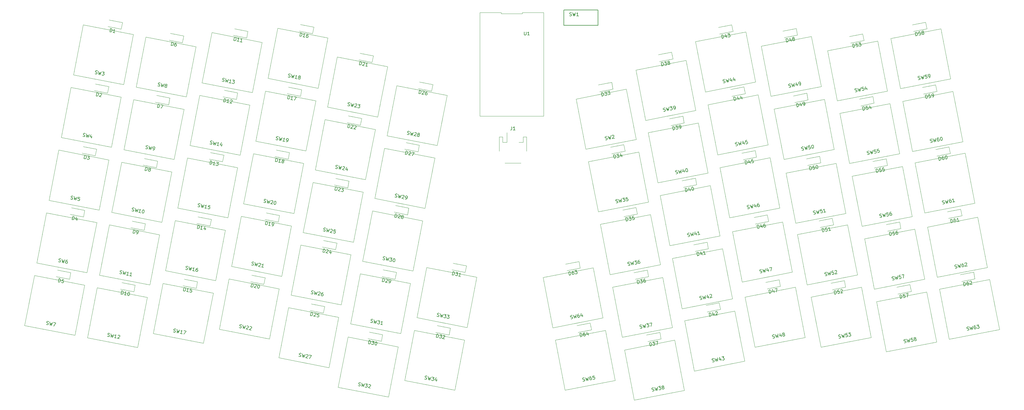
<source format=gbr>
%TF.GenerationSoftware,KiCad,Pcbnew,7.0.1-0*%
%TF.CreationDate,2024-04-27T23:40:22-07:00*%
%TF.ProjectId,swing-atreus,7377696e-672d-4617-9472-6575732e6b69,rev?*%
%TF.SameCoordinates,Original*%
%TF.FileFunction,Legend,Top*%
%TF.FilePolarity,Positive*%
%FSLAX46Y46*%
G04 Gerber Fmt 4.6, Leading zero omitted, Abs format (unit mm)*
G04 Created by KiCad (PCBNEW 7.0.1-0) date 2024-04-27 23:40:22*
%MOMM*%
%LPD*%
G01*
G04 APERTURE LIST*
%ADD10C,0.150000*%
%ADD11C,0.120000*%
G04 APERTURE END LIST*
D10*
%TO.C,SW54*%
X315993405Y-84103893D02*
X316142724Y-84123379D01*
X316142724Y-84123379D02*
X316376445Y-84077948D01*
X316376445Y-84077948D02*
X316460847Y-84013032D01*
X316460847Y-84013032D02*
X316498505Y-83957201D01*
X316498505Y-83957201D02*
X316527077Y-83854627D01*
X316527077Y-83854627D02*
X316508905Y-83761139D01*
X316508905Y-83761139D02*
X316443988Y-83676737D01*
X316443988Y-83676737D02*
X316388158Y-83639079D01*
X316388158Y-83639079D02*
X316285583Y-83610507D01*
X316285583Y-83610507D02*
X316089521Y-83600107D01*
X316089521Y-83600107D02*
X315986946Y-83571535D01*
X315986946Y-83571535D02*
X315931116Y-83533877D01*
X315931116Y-83533877D02*
X315866199Y-83449475D01*
X315866199Y-83449475D02*
X315848027Y-83355987D01*
X315848027Y-83355987D02*
X315876599Y-83253412D01*
X315876599Y-83253412D02*
X315914257Y-83197582D01*
X315914257Y-83197582D02*
X315998659Y-83132666D01*
X315998659Y-83132666D02*
X316232380Y-83087235D01*
X316232380Y-83087235D02*
X316381699Y-83106721D01*
X316699822Y-82996373D02*
X317124351Y-83932570D01*
X317124351Y-83932570D02*
X317175036Y-83195063D01*
X317175036Y-83195063D02*
X317498305Y-83859881D01*
X317498305Y-83859881D02*
X317541216Y-82832823D01*
X318382611Y-82669272D02*
X317915169Y-82760134D01*
X317915169Y-82760134D02*
X317959287Y-83236661D01*
X317959287Y-83236661D02*
X317996945Y-83180831D01*
X317996945Y-83180831D02*
X318081347Y-83115915D01*
X318081347Y-83115915D02*
X318315068Y-83070484D01*
X318315068Y-83070484D02*
X318417642Y-83099056D01*
X318417642Y-83099056D02*
X318473472Y-83136714D01*
X318473472Y-83136714D02*
X318538389Y-83221116D01*
X318538389Y-83221116D02*
X318583819Y-83454837D01*
X318583819Y-83454837D02*
X318555248Y-83557411D01*
X318555248Y-83557411D02*
X318517590Y-83613242D01*
X318517590Y-83613242D02*
X318433187Y-83678158D01*
X318433187Y-83678158D02*
X318199467Y-83723589D01*
X318199467Y-83723589D02*
X318096892Y-83695017D01*
X318096892Y-83695017D02*
X318041062Y-83657359D01*
X319334353Y-82823845D02*
X319461559Y-83478263D01*
X319027943Y-82495322D02*
X318930514Y-83241915D01*
X318930514Y-83241915D02*
X319538188Y-83123795D01*
%TO.C,D39*%
X261833228Y-95438905D02*
X261642419Y-94457277D01*
X261642419Y-94457277D02*
X261876140Y-94411847D01*
X261876140Y-94411847D02*
X262025459Y-94431332D01*
X262025459Y-94431332D02*
X262137119Y-94506648D01*
X262137119Y-94506648D02*
X262202036Y-94591051D01*
X262202036Y-94591051D02*
X262285125Y-94768941D01*
X262285125Y-94768941D02*
X262312383Y-94909174D01*
X262312383Y-94909174D02*
X262301983Y-95105236D01*
X262301983Y-95105236D02*
X262273412Y-95207811D01*
X262273412Y-95207811D02*
X262198096Y-95319471D01*
X262198096Y-95319471D02*
X262066949Y-95393474D01*
X262066949Y-95393474D02*
X261833228Y-95438905D01*
X262530558Y-94284641D02*
X263138232Y-94166521D01*
X263138232Y-94166521D02*
X262883712Y-94604077D01*
X262883712Y-94604077D02*
X263023945Y-94576819D01*
X263023945Y-94576819D02*
X263126519Y-94605390D01*
X263126519Y-94605390D02*
X263182350Y-94643048D01*
X263182350Y-94643048D02*
X263247266Y-94727451D01*
X263247266Y-94727451D02*
X263292697Y-94961171D01*
X263292697Y-94961171D02*
X263264125Y-95063746D01*
X263264125Y-95063746D02*
X263226467Y-95119576D01*
X263226467Y-95119576D02*
X263142065Y-95184493D01*
X263142065Y-95184493D02*
X262861600Y-95239009D01*
X262861600Y-95239009D02*
X262759025Y-95210438D01*
X262759025Y-95210438D02*
X262703195Y-95172780D01*
X263796483Y-95057287D02*
X263983459Y-95020942D01*
X263983459Y-95020942D02*
X264067862Y-94956026D01*
X264067862Y-94956026D02*
X264105520Y-94900195D01*
X264105520Y-94900195D02*
X264171750Y-94741791D01*
X264171750Y-94741791D02*
X264182149Y-94545728D01*
X264182149Y-94545728D02*
X264109460Y-94171775D01*
X264109460Y-94171775D02*
X264044544Y-94087372D01*
X264044544Y-94087372D02*
X263988713Y-94049714D01*
X263988713Y-94049714D02*
X263886139Y-94021143D01*
X263886139Y-94021143D02*
X263699162Y-94057487D01*
X263699162Y-94057487D02*
X263614760Y-94122404D01*
X263614760Y-94122404D02*
X263577102Y-94178234D01*
X263577102Y-94178234D02*
X263548530Y-94280808D01*
X263548530Y-94280808D02*
X263593961Y-94514529D01*
X263593961Y-94514529D02*
X263658877Y-94598931D01*
X263658877Y-94598931D02*
X263714708Y-94636589D01*
X263714708Y-94636589D02*
X263817282Y-94665161D01*
X263817282Y-94665161D02*
X264004259Y-94628817D01*
X264004259Y-94628817D02*
X264088661Y-94563900D01*
X264088661Y-94563900D02*
X264126319Y-94508070D01*
X264126319Y-94508070D02*
X264154891Y-94405495D01*
%TO.C,D41*%
X269058228Y-132888905D02*
X268867419Y-131907277D01*
X268867419Y-131907277D02*
X269101140Y-131861847D01*
X269101140Y-131861847D02*
X269250459Y-131881332D01*
X269250459Y-131881332D02*
X269362119Y-131956648D01*
X269362119Y-131956648D02*
X269427036Y-132041051D01*
X269427036Y-132041051D02*
X269510125Y-132218941D01*
X269510125Y-132218941D02*
X269537383Y-132359174D01*
X269537383Y-132359174D02*
X269526983Y-132555236D01*
X269526983Y-132555236D02*
X269498412Y-132657811D01*
X269498412Y-132657811D02*
X269423096Y-132769471D01*
X269423096Y-132769471D02*
X269291949Y-132843474D01*
X269291949Y-132843474D02*
X269058228Y-132888905D01*
X270333347Y-131961902D02*
X270460553Y-132616320D01*
X270026937Y-131633380D02*
X269929508Y-132379973D01*
X269929508Y-132379973D02*
X270537182Y-132261853D01*
X271488924Y-132416425D02*
X270927995Y-132525459D01*
X271208459Y-132470942D02*
X271017650Y-131489315D01*
X271017650Y-131489315D02*
X270951421Y-131647720D01*
X270951421Y-131647720D02*
X270876105Y-131759380D01*
X270876105Y-131759380D02*
X270791702Y-131824297D01*
%TO.C,D42*%
X272658228Y-150913905D02*
X272467419Y-149932277D01*
X272467419Y-149932277D02*
X272701140Y-149886847D01*
X272701140Y-149886847D02*
X272850459Y-149906332D01*
X272850459Y-149906332D02*
X272962119Y-149981648D01*
X272962119Y-149981648D02*
X273027036Y-150066051D01*
X273027036Y-150066051D02*
X273110125Y-150243941D01*
X273110125Y-150243941D02*
X273137383Y-150384174D01*
X273137383Y-150384174D02*
X273126983Y-150580236D01*
X273126983Y-150580236D02*
X273098412Y-150682811D01*
X273098412Y-150682811D02*
X273023096Y-150794471D01*
X273023096Y-150794471D02*
X272891949Y-150868474D01*
X272891949Y-150868474D02*
X272658228Y-150913905D01*
X273933347Y-149986902D02*
X274060553Y-150641320D01*
X273626937Y-149658380D02*
X273529508Y-150404973D01*
X273529508Y-150404973D02*
X274137182Y-150286853D01*
X274355358Y-149662320D02*
X274393016Y-149606490D01*
X274393016Y-149606490D02*
X274477418Y-149541573D01*
X274477418Y-149541573D02*
X274711139Y-149496143D01*
X274711139Y-149496143D02*
X274813713Y-149524714D01*
X274813713Y-149524714D02*
X274869544Y-149562372D01*
X274869544Y-149562372D02*
X274934460Y-149646775D01*
X274934460Y-149646775D02*
X274952632Y-149740263D01*
X274952632Y-149740263D02*
X274933147Y-149889581D01*
X274933147Y-149889581D02*
X274481250Y-150559545D01*
X274481250Y-150559545D02*
X275088924Y-150441425D01*
%TO.C,D43*%
X276383228Y-68188905D02*
X276192419Y-67207277D01*
X276192419Y-67207277D02*
X276426140Y-67161847D01*
X276426140Y-67161847D02*
X276575459Y-67181332D01*
X276575459Y-67181332D02*
X276687119Y-67256648D01*
X276687119Y-67256648D02*
X276752036Y-67341051D01*
X276752036Y-67341051D02*
X276835125Y-67518941D01*
X276835125Y-67518941D02*
X276862383Y-67659174D01*
X276862383Y-67659174D02*
X276851983Y-67855236D01*
X276851983Y-67855236D02*
X276823412Y-67957811D01*
X276823412Y-67957811D02*
X276748096Y-68069471D01*
X276748096Y-68069471D02*
X276616949Y-68143474D01*
X276616949Y-68143474D02*
X276383228Y-68188905D01*
X277658347Y-67261902D02*
X277785553Y-67916320D01*
X277351937Y-66933380D02*
X277254508Y-67679973D01*
X277254508Y-67679973D02*
X277862182Y-67561853D01*
X278015441Y-66852918D02*
X278623115Y-66734798D01*
X278623115Y-66734798D02*
X278368595Y-67172354D01*
X278368595Y-67172354D02*
X278508828Y-67145096D01*
X278508828Y-67145096D02*
X278611402Y-67173668D01*
X278611402Y-67173668D02*
X278667233Y-67211326D01*
X278667233Y-67211326D02*
X278732149Y-67295728D01*
X278732149Y-67295728D02*
X278777580Y-67529449D01*
X278777580Y-67529449D02*
X278749008Y-67632023D01*
X278749008Y-67632023D02*
X278711350Y-67687853D01*
X278711350Y-67687853D02*
X278626948Y-67752770D01*
X278626948Y-67752770D02*
X278346483Y-67807287D01*
X278346483Y-67807287D02*
X278243908Y-67778715D01*
X278243908Y-67778715D02*
X278188078Y-67741057D01*
%TO.C,D44*%
X280008228Y-86713905D02*
X279817419Y-85732277D01*
X279817419Y-85732277D02*
X280051140Y-85686847D01*
X280051140Y-85686847D02*
X280200459Y-85706332D01*
X280200459Y-85706332D02*
X280312119Y-85781648D01*
X280312119Y-85781648D02*
X280377036Y-85866051D01*
X280377036Y-85866051D02*
X280460125Y-86043941D01*
X280460125Y-86043941D02*
X280487383Y-86184174D01*
X280487383Y-86184174D02*
X280476983Y-86380236D01*
X280476983Y-86380236D02*
X280448412Y-86482811D01*
X280448412Y-86482811D02*
X280373096Y-86594471D01*
X280373096Y-86594471D02*
X280241949Y-86668474D01*
X280241949Y-86668474D02*
X280008228Y-86713905D01*
X281283347Y-85786902D02*
X281410553Y-86441320D01*
X280976937Y-85458380D02*
X280879508Y-86204973D01*
X280879508Y-86204973D02*
X281487182Y-86086853D01*
X282218230Y-85605179D02*
X282345436Y-86259597D01*
X281911820Y-85276657D02*
X281814392Y-86023250D01*
X281814392Y-86023250D02*
X282422066Y-85905130D01*
%TO.C,D45*%
X283358228Y-105638905D02*
X283167419Y-104657277D01*
X283167419Y-104657277D02*
X283401140Y-104611847D01*
X283401140Y-104611847D02*
X283550459Y-104631332D01*
X283550459Y-104631332D02*
X283662119Y-104706648D01*
X283662119Y-104706648D02*
X283727036Y-104791051D01*
X283727036Y-104791051D02*
X283810125Y-104968941D01*
X283810125Y-104968941D02*
X283837383Y-105109174D01*
X283837383Y-105109174D02*
X283826983Y-105305236D01*
X283826983Y-105305236D02*
X283798412Y-105407811D01*
X283798412Y-105407811D02*
X283723096Y-105519471D01*
X283723096Y-105519471D02*
X283591949Y-105593474D01*
X283591949Y-105593474D02*
X283358228Y-105638905D01*
X284633347Y-104711902D02*
X284760553Y-105366320D01*
X284326937Y-104383380D02*
X284229508Y-105129973D01*
X284229508Y-105129973D02*
X284837182Y-105011853D01*
X285551371Y-104193884D02*
X285083930Y-104284746D01*
X285083930Y-104284746D02*
X285128047Y-104761273D01*
X285128047Y-104761273D02*
X285165705Y-104705443D01*
X285165705Y-104705443D02*
X285250107Y-104640526D01*
X285250107Y-104640526D02*
X285483828Y-104595096D01*
X285483828Y-104595096D02*
X285586402Y-104623668D01*
X285586402Y-104623668D02*
X285642233Y-104661326D01*
X285642233Y-104661326D02*
X285707149Y-104745728D01*
X285707149Y-104745728D02*
X285752580Y-104979449D01*
X285752580Y-104979449D02*
X285724008Y-105082023D01*
X285724008Y-105082023D02*
X285686350Y-105137853D01*
X285686350Y-105137853D02*
X285601948Y-105202770D01*
X285601948Y-105202770D02*
X285368227Y-105248200D01*
X285368227Y-105248200D02*
X285265653Y-105219629D01*
X285265653Y-105219629D02*
X285209822Y-105181971D01*
%TO.C,D46*%
X286958228Y-124788905D02*
X286767419Y-123807277D01*
X286767419Y-123807277D02*
X287001140Y-123761847D01*
X287001140Y-123761847D02*
X287150459Y-123781332D01*
X287150459Y-123781332D02*
X287262119Y-123856648D01*
X287262119Y-123856648D02*
X287327036Y-123941051D01*
X287327036Y-123941051D02*
X287410125Y-124118941D01*
X287410125Y-124118941D02*
X287437383Y-124259174D01*
X287437383Y-124259174D02*
X287426983Y-124455236D01*
X287426983Y-124455236D02*
X287398412Y-124557811D01*
X287398412Y-124557811D02*
X287323096Y-124669471D01*
X287323096Y-124669471D02*
X287191949Y-124743474D01*
X287191949Y-124743474D02*
X286958228Y-124788905D01*
X288233347Y-123861902D02*
X288360553Y-124516320D01*
X287926937Y-123533380D02*
X287829508Y-124279973D01*
X287829508Y-124279973D02*
X288437182Y-124161853D01*
X289104627Y-123352970D02*
X288917650Y-123389315D01*
X288917650Y-123389315D02*
X288833248Y-123454231D01*
X288833248Y-123454231D02*
X288795590Y-123510062D01*
X288795590Y-123510062D02*
X288729360Y-123668466D01*
X288729360Y-123668466D02*
X288718961Y-123864529D01*
X288718961Y-123864529D02*
X288791650Y-124238482D01*
X288791650Y-124238482D02*
X288856566Y-124322884D01*
X288856566Y-124322884D02*
X288912397Y-124360542D01*
X288912397Y-124360542D02*
X289014971Y-124389114D01*
X289014971Y-124389114D02*
X289201948Y-124352770D01*
X289201948Y-124352770D02*
X289286350Y-124287853D01*
X289286350Y-124287853D02*
X289324008Y-124232023D01*
X289324008Y-124232023D02*
X289352580Y-124129449D01*
X289352580Y-124129449D02*
X289307149Y-123895728D01*
X289307149Y-123895728D02*
X289242233Y-123811326D01*
X289242233Y-123811326D02*
X289186402Y-123773668D01*
X289186402Y-123773668D02*
X289083828Y-123745096D01*
X289083828Y-123745096D02*
X288896851Y-123781440D01*
X288896851Y-123781440D02*
X288812449Y-123846357D01*
X288812449Y-123846357D02*
X288774791Y-123902187D01*
X288774791Y-123902187D02*
X288746219Y-124004762D01*
%TO.C,D47*%
X290458228Y-144088905D02*
X290267419Y-143107277D01*
X290267419Y-143107277D02*
X290501140Y-143061847D01*
X290501140Y-143061847D02*
X290650459Y-143081332D01*
X290650459Y-143081332D02*
X290762119Y-143156648D01*
X290762119Y-143156648D02*
X290827036Y-143241051D01*
X290827036Y-143241051D02*
X290910125Y-143418941D01*
X290910125Y-143418941D02*
X290937383Y-143559174D01*
X290937383Y-143559174D02*
X290926983Y-143755236D01*
X290926983Y-143755236D02*
X290898412Y-143857811D01*
X290898412Y-143857811D02*
X290823096Y-143969471D01*
X290823096Y-143969471D02*
X290691949Y-144043474D01*
X290691949Y-144043474D02*
X290458228Y-144088905D01*
X291733347Y-143161902D02*
X291860553Y-143816320D01*
X291426937Y-142833380D02*
X291329508Y-143579973D01*
X291329508Y-143579973D02*
X291937182Y-143461853D01*
X292090441Y-142752918D02*
X292744860Y-142625712D01*
X292744860Y-142625712D02*
X292514971Y-143689114D01*
%TO.C,D48*%
X295558228Y-69313905D02*
X295367419Y-68332277D01*
X295367419Y-68332277D02*
X295601140Y-68286847D01*
X295601140Y-68286847D02*
X295750459Y-68306332D01*
X295750459Y-68306332D02*
X295862119Y-68381648D01*
X295862119Y-68381648D02*
X295927036Y-68466051D01*
X295927036Y-68466051D02*
X296010125Y-68643941D01*
X296010125Y-68643941D02*
X296037383Y-68784174D01*
X296037383Y-68784174D02*
X296026983Y-68980236D01*
X296026983Y-68980236D02*
X295998412Y-69082811D01*
X295998412Y-69082811D02*
X295923096Y-69194471D01*
X295923096Y-69194471D02*
X295791949Y-69268474D01*
X295791949Y-69268474D02*
X295558228Y-69313905D01*
X296833347Y-68386902D02*
X296960553Y-69041320D01*
X296526937Y-68058380D02*
X296429508Y-68804973D01*
X296429508Y-68804973D02*
X297037182Y-68686853D01*
X297505937Y-68353184D02*
X297403363Y-68324613D01*
X297403363Y-68324613D02*
X297347533Y-68286955D01*
X297347533Y-68286955D02*
X297282616Y-68202552D01*
X297282616Y-68202552D02*
X297273530Y-68155808D01*
X297273530Y-68155808D02*
X297302102Y-68053234D01*
X297302102Y-68053234D02*
X297339760Y-67997404D01*
X297339760Y-67997404D02*
X297424162Y-67932487D01*
X297424162Y-67932487D02*
X297611139Y-67896143D01*
X297611139Y-67896143D02*
X297713713Y-67924714D01*
X297713713Y-67924714D02*
X297769544Y-67962372D01*
X297769544Y-67962372D02*
X297834460Y-68046775D01*
X297834460Y-68046775D02*
X297843546Y-68093519D01*
X297843546Y-68093519D02*
X297814974Y-68196093D01*
X297814974Y-68196093D02*
X297777316Y-68251923D01*
X297777316Y-68251923D02*
X297692914Y-68316840D01*
X297692914Y-68316840D02*
X297505937Y-68353184D01*
X297505937Y-68353184D02*
X297421535Y-68418101D01*
X297421535Y-68418101D02*
X297383877Y-68473931D01*
X297383877Y-68473931D02*
X297355305Y-68576506D01*
X297355305Y-68576506D02*
X297391650Y-68763482D01*
X297391650Y-68763482D02*
X297456566Y-68847884D01*
X297456566Y-68847884D02*
X297512397Y-68885542D01*
X297512397Y-68885542D02*
X297614971Y-68914114D01*
X297614971Y-68914114D02*
X297801948Y-68877770D01*
X297801948Y-68877770D02*
X297886350Y-68812853D01*
X297886350Y-68812853D02*
X297924008Y-68757023D01*
X297924008Y-68757023D02*
X297952580Y-68654449D01*
X297952580Y-68654449D02*
X297916235Y-68467472D01*
X297916235Y-68467472D02*
X297851319Y-68383070D01*
X297851319Y-68383070D02*
X297795489Y-68345412D01*
X297795489Y-68345412D02*
X297692914Y-68316840D01*
%TO.C,D33*%
X240683228Y-85363905D02*
X240492419Y-84382277D01*
X240492419Y-84382277D02*
X240726140Y-84336847D01*
X240726140Y-84336847D02*
X240875459Y-84356332D01*
X240875459Y-84356332D02*
X240987119Y-84431648D01*
X240987119Y-84431648D02*
X241052036Y-84516051D01*
X241052036Y-84516051D02*
X241135125Y-84693941D01*
X241135125Y-84693941D02*
X241162383Y-84834174D01*
X241162383Y-84834174D02*
X241151983Y-85030236D01*
X241151983Y-85030236D02*
X241123412Y-85132811D01*
X241123412Y-85132811D02*
X241048096Y-85244471D01*
X241048096Y-85244471D02*
X240916949Y-85318474D01*
X240916949Y-85318474D02*
X240683228Y-85363905D01*
X241380558Y-84209641D02*
X241988232Y-84091521D01*
X241988232Y-84091521D02*
X241733712Y-84529077D01*
X241733712Y-84529077D02*
X241873945Y-84501819D01*
X241873945Y-84501819D02*
X241976519Y-84530390D01*
X241976519Y-84530390D02*
X242032350Y-84568048D01*
X242032350Y-84568048D02*
X242097266Y-84652451D01*
X242097266Y-84652451D02*
X242142697Y-84886171D01*
X242142697Y-84886171D02*
X242114125Y-84988746D01*
X242114125Y-84988746D02*
X242076467Y-85044576D01*
X242076467Y-85044576D02*
X241992065Y-85109493D01*
X241992065Y-85109493D02*
X241711600Y-85164009D01*
X241711600Y-85164009D02*
X241609025Y-85135438D01*
X241609025Y-85135438D02*
X241553195Y-85097780D01*
X242315441Y-84027918D02*
X242923115Y-83909798D01*
X242923115Y-83909798D02*
X242668595Y-84347354D01*
X242668595Y-84347354D02*
X242808828Y-84320096D01*
X242808828Y-84320096D02*
X242911402Y-84348668D01*
X242911402Y-84348668D02*
X242967233Y-84386326D01*
X242967233Y-84386326D02*
X243032149Y-84470728D01*
X243032149Y-84470728D02*
X243077580Y-84704449D01*
X243077580Y-84704449D02*
X243049008Y-84807023D01*
X243049008Y-84807023D02*
X243011350Y-84862853D01*
X243011350Y-84862853D02*
X242926948Y-84927770D01*
X242926948Y-84927770D02*
X242646483Y-84982287D01*
X242646483Y-84982287D02*
X242543908Y-84953715D01*
X242543908Y-84953715D02*
X242488078Y-84916057D01*
%TO.C,D50*%
X302508228Y-107363905D02*
X302317419Y-106382277D01*
X302317419Y-106382277D02*
X302551140Y-106336847D01*
X302551140Y-106336847D02*
X302700459Y-106356332D01*
X302700459Y-106356332D02*
X302812119Y-106431648D01*
X302812119Y-106431648D02*
X302877036Y-106516051D01*
X302877036Y-106516051D02*
X302960125Y-106693941D01*
X302960125Y-106693941D02*
X302987383Y-106834174D01*
X302987383Y-106834174D02*
X302976983Y-107030236D01*
X302976983Y-107030236D02*
X302948412Y-107132811D01*
X302948412Y-107132811D02*
X302873096Y-107244471D01*
X302873096Y-107244471D02*
X302741949Y-107318474D01*
X302741949Y-107318474D02*
X302508228Y-107363905D01*
X303766488Y-106100607D02*
X303299047Y-106191468D01*
X303299047Y-106191468D02*
X303343164Y-106667996D01*
X303343164Y-106667996D02*
X303380822Y-106612166D01*
X303380822Y-106612166D02*
X303465224Y-106547249D01*
X303465224Y-106547249D02*
X303698945Y-106501819D01*
X303698945Y-106501819D02*
X303801519Y-106530390D01*
X303801519Y-106530390D02*
X303857350Y-106568048D01*
X303857350Y-106568048D02*
X303922266Y-106652451D01*
X303922266Y-106652451D02*
X303967697Y-106886171D01*
X303967697Y-106886171D02*
X303939125Y-106988746D01*
X303939125Y-106988746D02*
X303901467Y-107044576D01*
X303901467Y-107044576D02*
X303817065Y-107109493D01*
X303817065Y-107109493D02*
X303583344Y-107154923D01*
X303583344Y-107154923D02*
X303480770Y-107126351D01*
X303480770Y-107126351D02*
X303424939Y-107088693D01*
X304420906Y-105973401D02*
X304514395Y-105955229D01*
X304514395Y-105955229D02*
X304616969Y-105983801D01*
X304616969Y-105983801D02*
X304672799Y-106021459D01*
X304672799Y-106021459D02*
X304737716Y-106105861D01*
X304737716Y-106105861D02*
X304820805Y-106283751D01*
X304820805Y-106283751D02*
X304866235Y-106517472D01*
X304866235Y-106517472D02*
X304855836Y-106713535D01*
X304855836Y-106713535D02*
X304827264Y-106816109D01*
X304827264Y-106816109D02*
X304789606Y-106871939D01*
X304789606Y-106871939D02*
X304705204Y-106936856D01*
X304705204Y-106936856D02*
X304611715Y-106955028D01*
X304611715Y-106955028D02*
X304509141Y-106926456D01*
X304509141Y-106926456D02*
X304453311Y-106888798D01*
X304453311Y-106888798D02*
X304388394Y-106804396D01*
X304388394Y-106804396D02*
X304305305Y-106626506D01*
X304305305Y-106626506D02*
X304259875Y-106392785D01*
X304259875Y-106392785D02*
X304270274Y-106196722D01*
X304270274Y-106196722D02*
X304298846Y-106094148D01*
X304298846Y-106094148D02*
X304336504Y-106038317D01*
X304336504Y-106038317D02*
X304420906Y-105973401D01*
%TO.C,D34*%
X244283228Y-103888905D02*
X244092419Y-102907277D01*
X244092419Y-102907277D02*
X244326140Y-102861847D01*
X244326140Y-102861847D02*
X244475459Y-102881332D01*
X244475459Y-102881332D02*
X244587119Y-102956648D01*
X244587119Y-102956648D02*
X244652036Y-103041051D01*
X244652036Y-103041051D02*
X244735125Y-103218941D01*
X244735125Y-103218941D02*
X244762383Y-103359174D01*
X244762383Y-103359174D02*
X244751983Y-103555236D01*
X244751983Y-103555236D02*
X244723412Y-103657811D01*
X244723412Y-103657811D02*
X244648096Y-103769471D01*
X244648096Y-103769471D02*
X244516949Y-103843474D01*
X244516949Y-103843474D02*
X244283228Y-103888905D01*
X244980558Y-102734641D02*
X245588232Y-102616521D01*
X245588232Y-102616521D02*
X245333712Y-103054077D01*
X245333712Y-103054077D02*
X245473945Y-103026819D01*
X245473945Y-103026819D02*
X245576519Y-103055390D01*
X245576519Y-103055390D02*
X245632350Y-103093048D01*
X245632350Y-103093048D02*
X245697266Y-103177451D01*
X245697266Y-103177451D02*
X245742697Y-103411171D01*
X245742697Y-103411171D02*
X245714125Y-103513746D01*
X245714125Y-103513746D02*
X245676467Y-103569576D01*
X245676467Y-103569576D02*
X245592065Y-103634493D01*
X245592065Y-103634493D02*
X245311600Y-103689009D01*
X245311600Y-103689009D02*
X245209025Y-103660438D01*
X245209025Y-103660438D02*
X245153195Y-103622780D01*
X246493230Y-102780179D02*
X246620436Y-103434597D01*
X246186820Y-102451657D02*
X246089392Y-103198250D01*
X246089392Y-103198250D02*
X246697066Y-103080130D01*
%TO.C,D35*%
X247908228Y-122563905D02*
X247717419Y-121582277D01*
X247717419Y-121582277D02*
X247951140Y-121536847D01*
X247951140Y-121536847D02*
X248100459Y-121556332D01*
X248100459Y-121556332D02*
X248212119Y-121631648D01*
X248212119Y-121631648D02*
X248277036Y-121716051D01*
X248277036Y-121716051D02*
X248360125Y-121893941D01*
X248360125Y-121893941D02*
X248387383Y-122034174D01*
X248387383Y-122034174D02*
X248376983Y-122230236D01*
X248376983Y-122230236D02*
X248348412Y-122332811D01*
X248348412Y-122332811D02*
X248273096Y-122444471D01*
X248273096Y-122444471D02*
X248141949Y-122518474D01*
X248141949Y-122518474D02*
X247908228Y-122563905D01*
X248605558Y-121409641D02*
X249213232Y-121291521D01*
X249213232Y-121291521D02*
X248958712Y-121729077D01*
X248958712Y-121729077D02*
X249098945Y-121701819D01*
X249098945Y-121701819D02*
X249201519Y-121730390D01*
X249201519Y-121730390D02*
X249257350Y-121768048D01*
X249257350Y-121768048D02*
X249322266Y-121852451D01*
X249322266Y-121852451D02*
X249367697Y-122086171D01*
X249367697Y-122086171D02*
X249339125Y-122188746D01*
X249339125Y-122188746D02*
X249301467Y-122244576D01*
X249301467Y-122244576D02*
X249217065Y-122309493D01*
X249217065Y-122309493D02*
X248936600Y-122364009D01*
X248936600Y-122364009D02*
X248834025Y-122335438D01*
X248834025Y-122335438D02*
X248778195Y-122297780D01*
X250101371Y-121118884D02*
X249633930Y-121209746D01*
X249633930Y-121209746D02*
X249678047Y-121686273D01*
X249678047Y-121686273D02*
X249715705Y-121630443D01*
X249715705Y-121630443D02*
X249800107Y-121565526D01*
X249800107Y-121565526D02*
X250033828Y-121520096D01*
X250033828Y-121520096D02*
X250136402Y-121548668D01*
X250136402Y-121548668D02*
X250192233Y-121586326D01*
X250192233Y-121586326D02*
X250257149Y-121670728D01*
X250257149Y-121670728D02*
X250302580Y-121904449D01*
X250302580Y-121904449D02*
X250274008Y-122007023D01*
X250274008Y-122007023D02*
X250236350Y-122062853D01*
X250236350Y-122062853D02*
X250151948Y-122127770D01*
X250151948Y-122127770D02*
X249918227Y-122173200D01*
X249918227Y-122173200D02*
X249815653Y-122144629D01*
X249815653Y-122144629D02*
X249759822Y-122106971D01*
%TO.C,D36*%
X251272598Y-141209235D02*
X251081789Y-140227607D01*
X251081789Y-140227607D02*
X251315510Y-140182177D01*
X251315510Y-140182177D02*
X251464829Y-140201662D01*
X251464829Y-140201662D02*
X251576489Y-140276978D01*
X251576489Y-140276978D02*
X251641406Y-140361381D01*
X251641406Y-140361381D02*
X251724495Y-140539271D01*
X251724495Y-140539271D02*
X251751753Y-140679504D01*
X251751753Y-140679504D02*
X251741353Y-140875566D01*
X251741353Y-140875566D02*
X251712782Y-140978141D01*
X251712782Y-140978141D02*
X251637466Y-141089801D01*
X251637466Y-141089801D02*
X251506319Y-141163804D01*
X251506319Y-141163804D02*
X251272598Y-141209235D01*
X251969928Y-140054971D02*
X252577602Y-139936851D01*
X252577602Y-139936851D02*
X252323082Y-140374407D01*
X252323082Y-140374407D02*
X252463315Y-140347149D01*
X252463315Y-140347149D02*
X252565889Y-140375720D01*
X252565889Y-140375720D02*
X252621720Y-140413378D01*
X252621720Y-140413378D02*
X252686636Y-140497781D01*
X252686636Y-140497781D02*
X252732067Y-140731501D01*
X252732067Y-140731501D02*
X252703495Y-140834076D01*
X252703495Y-140834076D02*
X252665837Y-140889906D01*
X252665837Y-140889906D02*
X252581435Y-140954823D01*
X252581435Y-140954823D02*
X252300970Y-141009339D01*
X252300970Y-141009339D02*
X252198395Y-140980768D01*
X252198395Y-140980768D02*
X252142565Y-140943110D01*
X253418997Y-139773300D02*
X253232020Y-139809645D01*
X253232020Y-139809645D02*
X253147618Y-139874561D01*
X253147618Y-139874561D02*
X253109960Y-139930392D01*
X253109960Y-139930392D02*
X253043730Y-140088796D01*
X253043730Y-140088796D02*
X253033331Y-140284859D01*
X253033331Y-140284859D02*
X253106020Y-140658812D01*
X253106020Y-140658812D02*
X253170936Y-140743214D01*
X253170936Y-140743214D02*
X253226767Y-140780872D01*
X253226767Y-140780872D02*
X253329341Y-140809444D01*
X253329341Y-140809444D02*
X253516318Y-140773100D01*
X253516318Y-140773100D02*
X253600720Y-140708183D01*
X253600720Y-140708183D02*
X253638378Y-140652353D01*
X253638378Y-140652353D02*
X253666950Y-140549779D01*
X253666950Y-140549779D02*
X253621519Y-140316058D01*
X253621519Y-140316058D02*
X253556603Y-140231656D01*
X253556603Y-140231656D02*
X253500772Y-140193998D01*
X253500772Y-140193998D02*
X253398198Y-140165426D01*
X253398198Y-140165426D02*
X253211221Y-140201770D01*
X253211221Y-140201770D02*
X253126819Y-140266687D01*
X253126819Y-140266687D02*
X253089161Y-140322517D01*
X253089161Y-140322517D02*
X253060589Y-140425092D01*
%TO.C,D38*%
X258483228Y-76388905D02*
X258292419Y-75407277D01*
X258292419Y-75407277D02*
X258526140Y-75361847D01*
X258526140Y-75361847D02*
X258675459Y-75381332D01*
X258675459Y-75381332D02*
X258787119Y-75456648D01*
X258787119Y-75456648D02*
X258852036Y-75541051D01*
X258852036Y-75541051D02*
X258935125Y-75718941D01*
X258935125Y-75718941D02*
X258962383Y-75859174D01*
X258962383Y-75859174D02*
X258951983Y-76055236D01*
X258951983Y-76055236D02*
X258923412Y-76157811D01*
X258923412Y-76157811D02*
X258848096Y-76269471D01*
X258848096Y-76269471D02*
X258716949Y-76343474D01*
X258716949Y-76343474D02*
X258483228Y-76388905D01*
X259180558Y-75234641D02*
X259788232Y-75116521D01*
X259788232Y-75116521D02*
X259533712Y-75554077D01*
X259533712Y-75554077D02*
X259673945Y-75526819D01*
X259673945Y-75526819D02*
X259776519Y-75555390D01*
X259776519Y-75555390D02*
X259832350Y-75593048D01*
X259832350Y-75593048D02*
X259897266Y-75677451D01*
X259897266Y-75677451D02*
X259942697Y-75911171D01*
X259942697Y-75911171D02*
X259914125Y-76013746D01*
X259914125Y-76013746D02*
X259876467Y-76069576D01*
X259876467Y-76069576D02*
X259792065Y-76134493D01*
X259792065Y-76134493D02*
X259511600Y-76189009D01*
X259511600Y-76189009D02*
X259409025Y-76160438D01*
X259409025Y-76160438D02*
X259353195Y-76122780D01*
X260430937Y-75428184D02*
X260328363Y-75399613D01*
X260328363Y-75399613D02*
X260272533Y-75361955D01*
X260272533Y-75361955D02*
X260207616Y-75277552D01*
X260207616Y-75277552D02*
X260198530Y-75230808D01*
X260198530Y-75230808D02*
X260227102Y-75128234D01*
X260227102Y-75128234D02*
X260264760Y-75072404D01*
X260264760Y-75072404D02*
X260349162Y-75007487D01*
X260349162Y-75007487D02*
X260536139Y-74971143D01*
X260536139Y-74971143D02*
X260638713Y-74999714D01*
X260638713Y-74999714D02*
X260694544Y-75037372D01*
X260694544Y-75037372D02*
X260759460Y-75121775D01*
X260759460Y-75121775D02*
X260768546Y-75168519D01*
X260768546Y-75168519D02*
X260739974Y-75271093D01*
X260739974Y-75271093D02*
X260702316Y-75326923D01*
X260702316Y-75326923D02*
X260617914Y-75391840D01*
X260617914Y-75391840D02*
X260430937Y-75428184D01*
X260430937Y-75428184D02*
X260346535Y-75493101D01*
X260346535Y-75493101D02*
X260308877Y-75548931D01*
X260308877Y-75548931D02*
X260280305Y-75651506D01*
X260280305Y-75651506D02*
X260316650Y-75838482D01*
X260316650Y-75838482D02*
X260381566Y-75922884D01*
X260381566Y-75922884D02*
X260437397Y-75960542D01*
X260437397Y-75960542D02*
X260539971Y-75989114D01*
X260539971Y-75989114D02*
X260726948Y-75952770D01*
X260726948Y-75952770D02*
X260811350Y-75887853D01*
X260811350Y-75887853D02*
X260849008Y-75832023D01*
X260849008Y-75832023D02*
X260877580Y-75729449D01*
X260877580Y-75729449D02*
X260841235Y-75542472D01*
X260841235Y-75542472D02*
X260776319Y-75458070D01*
X260776319Y-75458070D02*
X260720489Y-75420412D01*
X260720489Y-75420412D02*
X260617914Y-75391840D01*
%TO.C,D40*%
X265558228Y-113838905D02*
X265367419Y-112857277D01*
X265367419Y-112857277D02*
X265601140Y-112811847D01*
X265601140Y-112811847D02*
X265750459Y-112831332D01*
X265750459Y-112831332D02*
X265862119Y-112906648D01*
X265862119Y-112906648D02*
X265927036Y-112991051D01*
X265927036Y-112991051D02*
X266010125Y-113168941D01*
X266010125Y-113168941D02*
X266037383Y-113309174D01*
X266037383Y-113309174D02*
X266026983Y-113505236D01*
X266026983Y-113505236D02*
X265998412Y-113607811D01*
X265998412Y-113607811D02*
X265923096Y-113719471D01*
X265923096Y-113719471D02*
X265791949Y-113793474D01*
X265791949Y-113793474D02*
X265558228Y-113838905D01*
X266833347Y-112911902D02*
X266960553Y-113566320D01*
X266526937Y-112583380D02*
X266429508Y-113329973D01*
X266429508Y-113329973D02*
X267037182Y-113211853D01*
X267470906Y-112448401D02*
X267564395Y-112430229D01*
X267564395Y-112430229D02*
X267666969Y-112458801D01*
X267666969Y-112458801D02*
X267722799Y-112496459D01*
X267722799Y-112496459D02*
X267787716Y-112580861D01*
X267787716Y-112580861D02*
X267870805Y-112758751D01*
X267870805Y-112758751D02*
X267916235Y-112992472D01*
X267916235Y-112992472D02*
X267905836Y-113188535D01*
X267905836Y-113188535D02*
X267877264Y-113291109D01*
X267877264Y-113291109D02*
X267839606Y-113346939D01*
X267839606Y-113346939D02*
X267755204Y-113411856D01*
X267755204Y-113411856D02*
X267661715Y-113430028D01*
X267661715Y-113430028D02*
X267559141Y-113401456D01*
X267559141Y-113401456D02*
X267503311Y-113363798D01*
X267503311Y-113363798D02*
X267438394Y-113279396D01*
X267438394Y-113279396D02*
X267355305Y-113101506D01*
X267355305Y-113101506D02*
X267309875Y-112867785D01*
X267309875Y-112867785D02*
X267320274Y-112671722D01*
X267320274Y-112671722D02*
X267348846Y-112569148D01*
X267348846Y-112569148D02*
X267386504Y-112513317D01*
X267386504Y-112513317D02*
X267470906Y-112448401D01*
%TO.C,D37*%
X254983228Y-159763905D02*
X254792419Y-158782277D01*
X254792419Y-158782277D02*
X255026140Y-158736847D01*
X255026140Y-158736847D02*
X255175459Y-158756332D01*
X255175459Y-158756332D02*
X255287119Y-158831648D01*
X255287119Y-158831648D02*
X255352036Y-158916051D01*
X255352036Y-158916051D02*
X255435125Y-159093941D01*
X255435125Y-159093941D02*
X255462383Y-159234174D01*
X255462383Y-159234174D02*
X255451983Y-159430236D01*
X255451983Y-159430236D02*
X255423412Y-159532811D01*
X255423412Y-159532811D02*
X255348096Y-159644471D01*
X255348096Y-159644471D02*
X255216949Y-159718474D01*
X255216949Y-159718474D02*
X254983228Y-159763905D01*
X255680558Y-158609641D02*
X256288232Y-158491521D01*
X256288232Y-158491521D02*
X256033712Y-158929077D01*
X256033712Y-158929077D02*
X256173945Y-158901819D01*
X256173945Y-158901819D02*
X256276519Y-158930390D01*
X256276519Y-158930390D02*
X256332350Y-158968048D01*
X256332350Y-158968048D02*
X256397266Y-159052451D01*
X256397266Y-159052451D02*
X256442697Y-159286171D01*
X256442697Y-159286171D02*
X256414125Y-159388746D01*
X256414125Y-159388746D02*
X256376467Y-159444576D01*
X256376467Y-159444576D02*
X256292065Y-159509493D01*
X256292065Y-159509493D02*
X256011600Y-159564009D01*
X256011600Y-159564009D02*
X255909025Y-159535438D01*
X255909025Y-159535438D02*
X255853195Y-159497780D01*
X256615441Y-158427918D02*
X257269860Y-158300712D01*
X257269860Y-158300712D02*
X257039971Y-159364114D01*
%TO.C,D49*%
X298658228Y-88588905D02*
X298467419Y-87607277D01*
X298467419Y-87607277D02*
X298701140Y-87561847D01*
X298701140Y-87561847D02*
X298850459Y-87581332D01*
X298850459Y-87581332D02*
X298962119Y-87656648D01*
X298962119Y-87656648D02*
X299027036Y-87741051D01*
X299027036Y-87741051D02*
X299110125Y-87918941D01*
X299110125Y-87918941D02*
X299137383Y-88059174D01*
X299137383Y-88059174D02*
X299126983Y-88255236D01*
X299126983Y-88255236D02*
X299098412Y-88357811D01*
X299098412Y-88357811D02*
X299023096Y-88469471D01*
X299023096Y-88469471D02*
X298891949Y-88543474D01*
X298891949Y-88543474D02*
X298658228Y-88588905D01*
X299933347Y-87661902D02*
X300060553Y-88316320D01*
X299626937Y-87333380D02*
X299529508Y-88079973D01*
X299529508Y-88079973D02*
X300137182Y-87961853D01*
X300621483Y-88207287D02*
X300808459Y-88170942D01*
X300808459Y-88170942D02*
X300892862Y-88106026D01*
X300892862Y-88106026D02*
X300930520Y-88050195D01*
X300930520Y-88050195D02*
X300996750Y-87891791D01*
X300996750Y-87891791D02*
X301007149Y-87695728D01*
X301007149Y-87695728D02*
X300934460Y-87321775D01*
X300934460Y-87321775D02*
X300869544Y-87237372D01*
X300869544Y-87237372D02*
X300813713Y-87199714D01*
X300813713Y-87199714D02*
X300711139Y-87171143D01*
X300711139Y-87171143D02*
X300524162Y-87207487D01*
X300524162Y-87207487D02*
X300439760Y-87272404D01*
X300439760Y-87272404D02*
X300402102Y-87328234D01*
X300402102Y-87328234D02*
X300373530Y-87430808D01*
X300373530Y-87430808D02*
X300418961Y-87664529D01*
X300418961Y-87664529D02*
X300483877Y-87748931D01*
X300483877Y-87748931D02*
X300539708Y-87786589D01*
X300539708Y-87786589D02*
X300642282Y-87815161D01*
X300642282Y-87815161D02*
X300829259Y-87778817D01*
X300829259Y-87778817D02*
X300913661Y-87713900D01*
X300913661Y-87713900D02*
X300951319Y-87658070D01*
X300951319Y-87658070D02*
X300979891Y-87555495D01*
%TO.C,D51*%
X306258228Y-125788905D02*
X306067419Y-124807277D01*
X306067419Y-124807277D02*
X306301140Y-124761847D01*
X306301140Y-124761847D02*
X306450459Y-124781332D01*
X306450459Y-124781332D02*
X306562119Y-124856648D01*
X306562119Y-124856648D02*
X306627036Y-124941051D01*
X306627036Y-124941051D02*
X306710125Y-125118941D01*
X306710125Y-125118941D02*
X306737383Y-125259174D01*
X306737383Y-125259174D02*
X306726983Y-125455236D01*
X306726983Y-125455236D02*
X306698412Y-125557811D01*
X306698412Y-125557811D02*
X306623096Y-125669471D01*
X306623096Y-125669471D02*
X306491949Y-125743474D01*
X306491949Y-125743474D02*
X306258228Y-125788905D01*
X307516488Y-124525607D02*
X307049047Y-124616468D01*
X307049047Y-124616468D02*
X307093164Y-125092996D01*
X307093164Y-125092996D02*
X307130822Y-125037166D01*
X307130822Y-125037166D02*
X307215224Y-124972249D01*
X307215224Y-124972249D02*
X307448945Y-124926819D01*
X307448945Y-124926819D02*
X307551519Y-124955390D01*
X307551519Y-124955390D02*
X307607350Y-124993048D01*
X307607350Y-124993048D02*
X307672266Y-125077451D01*
X307672266Y-125077451D02*
X307717697Y-125311171D01*
X307717697Y-125311171D02*
X307689125Y-125413746D01*
X307689125Y-125413746D02*
X307651467Y-125469576D01*
X307651467Y-125469576D02*
X307567065Y-125534493D01*
X307567065Y-125534493D02*
X307333344Y-125579923D01*
X307333344Y-125579923D02*
X307230770Y-125551351D01*
X307230770Y-125551351D02*
X307174939Y-125513693D01*
X308688924Y-125316425D02*
X308127995Y-125425459D01*
X308408459Y-125370942D02*
X308217650Y-124389315D01*
X308217650Y-124389315D02*
X308151421Y-124547720D01*
X308151421Y-124547720D02*
X308076105Y-124659380D01*
X308076105Y-124659380D02*
X307991702Y-124724297D01*
%TO.C,D52*%
X309858228Y-144338905D02*
X309667419Y-143357277D01*
X309667419Y-143357277D02*
X309901140Y-143311847D01*
X309901140Y-143311847D02*
X310050459Y-143331332D01*
X310050459Y-143331332D02*
X310162119Y-143406648D01*
X310162119Y-143406648D02*
X310227036Y-143491051D01*
X310227036Y-143491051D02*
X310310125Y-143668941D01*
X310310125Y-143668941D02*
X310337383Y-143809174D01*
X310337383Y-143809174D02*
X310326983Y-144005236D01*
X310326983Y-144005236D02*
X310298412Y-144107811D01*
X310298412Y-144107811D02*
X310223096Y-144219471D01*
X310223096Y-144219471D02*
X310091949Y-144293474D01*
X310091949Y-144293474D02*
X309858228Y-144338905D01*
X311116488Y-143075607D02*
X310649047Y-143166468D01*
X310649047Y-143166468D02*
X310693164Y-143642996D01*
X310693164Y-143642996D02*
X310730822Y-143587166D01*
X310730822Y-143587166D02*
X310815224Y-143522249D01*
X310815224Y-143522249D02*
X311048945Y-143476819D01*
X311048945Y-143476819D02*
X311151519Y-143505390D01*
X311151519Y-143505390D02*
X311207350Y-143543048D01*
X311207350Y-143543048D02*
X311272266Y-143627451D01*
X311272266Y-143627451D02*
X311317697Y-143861171D01*
X311317697Y-143861171D02*
X311289125Y-143963746D01*
X311289125Y-143963746D02*
X311251467Y-144019576D01*
X311251467Y-144019576D02*
X311167065Y-144084493D01*
X311167065Y-144084493D02*
X310933344Y-144129923D01*
X310933344Y-144129923D02*
X310830770Y-144101351D01*
X310830770Y-144101351D02*
X310774939Y-144063693D01*
X311555358Y-143087320D02*
X311593016Y-143031490D01*
X311593016Y-143031490D02*
X311677418Y-142966573D01*
X311677418Y-142966573D02*
X311911139Y-142921143D01*
X311911139Y-142921143D02*
X312013713Y-142949714D01*
X312013713Y-142949714D02*
X312069544Y-142987372D01*
X312069544Y-142987372D02*
X312134460Y-143071775D01*
X312134460Y-143071775D02*
X312152632Y-143165263D01*
X312152632Y-143165263D02*
X312133147Y-143314581D01*
X312133147Y-143314581D02*
X311681250Y-143984545D01*
X311681250Y-143984545D02*
X312288924Y-143866425D01*
%TO.C,D54*%
X318333228Y-89588905D02*
X318142419Y-88607277D01*
X318142419Y-88607277D02*
X318376140Y-88561847D01*
X318376140Y-88561847D02*
X318525459Y-88581332D01*
X318525459Y-88581332D02*
X318637119Y-88656648D01*
X318637119Y-88656648D02*
X318702036Y-88741051D01*
X318702036Y-88741051D02*
X318785125Y-88918941D01*
X318785125Y-88918941D02*
X318812383Y-89059174D01*
X318812383Y-89059174D02*
X318801983Y-89255236D01*
X318801983Y-89255236D02*
X318773412Y-89357811D01*
X318773412Y-89357811D02*
X318698096Y-89469471D01*
X318698096Y-89469471D02*
X318566949Y-89543474D01*
X318566949Y-89543474D02*
X318333228Y-89588905D01*
X319591488Y-88325607D02*
X319124047Y-88416468D01*
X319124047Y-88416468D02*
X319168164Y-88892996D01*
X319168164Y-88892996D02*
X319205822Y-88837166D01*
X319205822Y-88837166D02*
X319290224Y-88772249D01*
X319290224Y-88772249D02*
X319523945Y-88726819D01*
X319523945Y-88726819D02*
X319626519Y-88755390D01*
X319626519Y-88755390D02*
X319682350Y-88793048D01*
X319682350Y-88793048D02*
X319747266Y-88877451D01*
X319747266Y-88877451D02*
X319792697Y-89111171D01*
X319792697Y-89111171D02*
X319764125Y-89213746D01*
X319764125Y-89213746D02*
X319726467Y-89269576D01*
X319726467Y-89269576D02*
X319642065Y-89334493D01*
X319642065Y-89334493D02*
X319408344Y-89379923D01*
X319408344Y-89379923D02*
X319305770Y-89351351D01*
X319305770Y-89351351D02*
X319249939Y-89313693D01*
X320543230Y-88480179D02*
X320670436Y-89134597D01*
X320236820Y-88151657D02*
X320139392Y-88898250D01*
X320139392Y-88898250D02*
X320747066Y-88780130D01*
%TO.C,D55*%
X322308228Y-108113905D02*
X322117419Y-107132277D01*
X322117419Y-107132277D02*
X322351140Y-107086847D01*
X322351140Y-107086847D02*
X322500459Y-107106332D01*
X322500459Y-107106332D02*
X322612119Y-107181648D01*
X322612119Y-107181648D02*
X322677036Y-107266051D01*
X322677036Y-107266051D02*
X322760125Y-107443941D01*
X322760125Y-107443941D02*
X322787383Y-107584174D01*
X322787383Y-107584174D02*
X322776983Y-107780236D01*
X322776983Y-107780236D02*
X322748412Y-107882811D01*
X322748412Y-107882811D02*
X322673096Y-107994471D01*
X322673096Y-107994471D02*
X322541949Y-108068474D01*
X322541949Y-108068474D02*
X322308228Y-108113905D01*
X323566488Y-106850607D02*
X323099047Y-106941468D01*
X323099047Y-106941468D02*
X323143164Y-107417996D01*
X323143164Y-107417996D02*
X323180822Y-107362166D01*
X323180822Y-107362166D02*
X323265224Y-107297249D01*
X323265224Y-107297249D02*
X323498945Y-107251819D01*
X323498945Y-107251819D02*
X323601519Y-107280390D01*
X323601519Y-107280390D02*
X323657350Y-107318048D01*
X323657350Y-107318048D02*
X323722266Y-107402451D01*
X323722266Y-107402451D02*
X323767697Y-107636171D01*
X323767697Y-107636171D02*
X323739125Y-107738746D01*
X323739125Y-107738746D02*
X323701467Y-107794576D01*
X323701467Y-107794576D02*
X323617065Y-107859493D01*
X323617065Y-107859493D02*
X323383344Y-107904923D01*
X323383344Y-107904923D02*
X323280770Y-107876351D01*
X323280770Y-107876351D02*
X323224939Y-107838693D01*
X324501371Y-106668884D02*
X324033930Y-106759746D01*
X324033930Y-106759746D02*
X324078047Y-107236273D01*
X324078047Y-107236273D02*
X324115705Y-107180443D01*
X324115705Y-107180443D02*
X324200107Y-107115526D01*
X324200107Y-107115526D02*
X324433828Y-107070096D01*
X324433828Y-107070096D02*
X324536402Y-107098668D01*
X324536402Y-107098668D02*
X324592233Y-107136326D01*
X324592233Y-107136326D02*
X324657149Y-107220728D01*
X324657149Y-107220728D02*
X324702580Y-107454449D01*
X324702580Y-107454449D02*
X324674008Y-107557023D01*
X324674008Y-107557023D02*
X324636350Y-107612853D01*
X324636350Y-107612853D02*
X324551948Y-107677770D01*
X324551948Y-107677770D02*
X324318227Y-107723200D01*
X324318227Y-107723200D02*
X324215653Y-107694629D01*
X324215653Y-107694629D02*
X324159822Y-107656971D01*
%TO.C,D56*%
X326283228Y-126913905D02*
X326092419Y-125932277D01*
X326092419Y-125932277D02*
X326326140Y-125886847D01*
X326326140Y-125886847D02*
X326475459Y-125906332D01*
X326475459Y-125906332D02*
X326587119Y-125981648D01*
X326587119Y-125981648D02*
X326652036Y-126066051D01*
X326652036Y-126066051D02*
X326735125Y-126243941D01*
X326735125Y-126243941D02*
X326762383Y-126384174D01*
X326762383Y-126384174D02*
X326751983Y-126580236D01*
X326751983Y-126580236D02*
X326723412Y-126682811D01*
X326723412Y-126682811D02*
X326648096Y-126794471D01*
X326648096Y-126794471D02*
X326516949Y-126868474D01*
X326516949Y-126868474D02*
X326283228Y-126913905D01*
X327541488Y-125650607D02*
X327074047Y-125741468D01*
X327074047Y-125741468D02*
X327118164Y-126217996D01*
X327118164Y-126217996D02*
X327155822Y-126162166D01*
X327155822Y-126162166D02*
X327240224Y-126097249D01*
X327240224Y-126097249D02*
X327473945Y-126051819D01*
X327473945Y-126051819D02*
X327576519Y-126080390D01*
X327576519Y-126080390D02*
X327632350Y-126118048D01*
X327632350Y-126118048D02*
X327697266Y-126202451D01*
X327697266Y-126202451D02*
X327742697Y-126436171D01*
X327742697Y-126436171D02*
X327714125Y-126538746D01*
X327714125Y-126538746D02*
X327676467Y-126594576D01*
X327676467Y-126594576D02*
X327592065Y-126659493D01*
X327592065Y-126659493D02*
X327358344Y-126704923D01*
X327358344Y-126704923D02*
X327255770Y-126676351D01*
X327255770Y-126676351D02*
X327199939Y-126638693D01*
X328429627Y-125477970D02*
X328242650Y-125514315D01*
X328242650Y-125514315D02*
X328158248Y-125579231D01*
X328158248Y-125579231D02*
X328120590Y-125635062D01*
X328120590Y-125635062D02*
X328054360Y-125793466D01*
X328054360Y-125793466D02*
X328043961Y-125989529D01*
X328043961Y-125989529D02*
X328116650Y-126363482D01*
X328116650Y-126363482D02*
X328181566Y-126447884D01*
X328181566Y-126447884D02*
X328237397Y-126485542D01*
X328237397Y-126485542D02*
X328339971Y-126514114D01*
X328339971Y-126514114D02*
X328526948Y-126477770D01*
X328526948Y-126477770D02*
X328611350Y-126412853D01*
X328611350Y-126412853D02*
X328649008Y-126357023D01*
X328649008Y-126357023D02*
X328677580Y-126254449D01*
X328677580Y-126254449D02*
X328632149Y-126020728D01*
X328632149Y-126020728D02*
X328567233Y-125936326D01*
X328567233Y-125936326D02*
X328511402Y-125898668D01*
X328511402Y-125898668D02*
X328408828Y-125870096D01*
X328408828Y-125870096D02*
X328221851Y-125906440D01*
X328221851Y-125906440D02*
X328137449Y-125971357D01*
X328137449Y-125971357D02*
X328099791Y-126027187D01*
X328099791Y-126027187D02*
X328071219Y-126129762D01*
%TO.C,D53*%
X315333228Y-70913905D02*
X315142419Y-69932277D01*
X315142419Y-69932277D02*
X315376140Y-69886847D01*
X315376140Y-69886847D02*
X315525459Y-69906332D01*
X315525459Y-69906332D02*
X315637119Y-69981648D01*
X315637119Y-69981648D02*
X315702036Y-70066051D01*
X315702036Y-70066051D02*
X315785125Y-70243941D01*
X315785125Y-70243941D02*
X315812383Y-70384174D01*
X315812383Y-70384174D02*
X315801983Y-70580236D01*
X315801983Y-70580236D02*
X315773412Y-70682811D01*
X315773412Y-70682811D02*
X315698096Y-70794471D01*
X315698096Y-70794471D02*
X315566949Y-70868474D01*
X315566949Y-70868474D02*
X315333228Y-70913905D01*
X316591488Y-69650607D02*
X316124047Y-69741468D01*
X316124047Y-69741468D02*
X316168164Y-70217996D01*
X316168164Y-70217996D02*
X316205822Y-70162166D01*
X316205822Y-70162166D02*
X316290224Y-70097249D01*
X316290224Y-70097249D02*
X316523945Y-70051819D01*
X316523945Y-70051819D02*
X316626519Y-70080390D01*
X316626519Y-70080390D02*
X316682350Y-70118048D01*
X316682350Y-70118048D02*
X316747266Y-70202451D01*
X316747266Y-70202451D02*
X316792697Y-70436171D01*
X316792697Y-70436171D02*
X316764125Y-70538746D01*
X316764125Y-70538746D02*
X316726467Y-70594576D01*
X316726467Y-70594576D02*
X316642065Y-70659493D01*
X316642065Y-70659493D02*
X316408344Y-70704923D01*
X316408344Y-70704923D02*
X316305770Y-70676351D01*
X316305770Y-70676351D02*
X316249939Y-70638693D01*
X316965441Y-69577918D02*
X317573115Y-69459798D01*
X317573115Y-69459798D02*
X317318595Y-69897354D01*
X317318595Y-69897354D02*
X317458828Y-69870096D01*
X317458828Y-69870096D02*
X317561402Y-69898668D01*
X317561402Y-69898668D02*
X317617233Y-69936326D01*
X317617233Y-69936326D02*
X317682149Y-70020728D01*
X317682149Y-70020728D02*
X317727580Y-70254449D01*
X317727580Y-70254449D02*
X317699008Y-70357023D01*
X317699008Y-70357023D02*
X317661350Y-70412853D01*
X317661350Y-70412853D02*
X317576948Y-70477770D01*
X317576948Y-70477770D02*
X317296483Y-70532287D01*
X317296483Y-70532287D02*
X317193908Y-70503715D01*
X317193908Y-70503715D02*
X317138078Y-70466057D01*
%TO.C,D57*%
X329383228Y-145563905D02*
X329192419Y-144582277D01*
X329192419Y-144582277D02*
X329426140Y-144536847D01*
X329426140Y-144536847D02*
X329575459Y-144556332D01*
X329575459Y-144556332D02*
X329687119Y-144631648D01*
X329687119Y-144631648D02*
X329752036Y-144716051D01*
X329752036Y-144716051D02*
X329835125Y-144893941D01*
X329835125Y-144893941D02*
X329862383Y-145034174D01*
X329862383Y-145034174D02*
X329851983Y-145230236D01*
X329851983Y-145230236D02*
X329823412Y-145332811D01*
X329823412Y-145332811D02*
X329748096Y-145444471D01*
X329748096Y-145444471D02*
X329616949Y-145518474D01*
X329616949Y-145518474D02*
X329383228Y-145563905D01*
X330641488Y-144300607D02*
X330174047Y-144391468D01*
X330174047Y-144391468D02*
X330218164Y-144867996D01*
X330218164Y-144867996D02*
X330255822Y-144812166D01*
X330255822Y-144812166D02*
X330340224Y-144747249D01*
X330340224Y-144747249D02*
X330573945Y-144701819D01*
X330573945Y-144701819D02*
X330676519Y-144730390D01*
X330676519Y-144730390D02*
X330732350Y-144768048D01*
X330732350Y-144768048D02*
X330797266Y-144852451D01*
X330797266Y-144852451D02*
X330842697Y-145086171D01*
X330842697Y-145086171D02*
X330814125Y-145188746D01*
X330814125Y-145188746D02*
X330776467Y-145244576D01*
X330776467Y-145244576D02*
X330692065Y-145309493D01*
X330692065Y-145309493D02*
X330458344Y-145354923D01*
X330458344Y-145354923D02*
X330355770Y-145326351D01*
X330355770Y-145326351D02*
X330299939Y-145288693D01*
X331015441Y-144227918D02*
X331669860Y-144100712D01*
X331669860Y-144100712D02*
X331439971Y-145164114D01*
%TO.C,D58*%
X334008228Y-67438905D02*
X333817419Y-66457277D01*
X333817419Y-66457277D02*
X334051140Y-66411847D01*
X334051140Y-66411847D02*
X334200459Y-66431332D01*
X334200459Y-66431332D02*
X334312119Y-66506648D01*
X334312119Y-66506648D02*
X334377036Y-66591051D01*
X334377036Y-66591051D02*
X334460125Y-66768941D01*
X334460125Y-66768941D02*
X334487383Y-66909174D01*
X334487383Y-66909174D02*
X334476983Y-67105236D01*
X334476983Y-67105236D02*
X334448412Y-67207811D01*
X334448412Y-67207811D02*
X334373096Y-67319471D01*
X334373096Y-67319471D02*
X334241949Y-67393474D01*
X334241949Y-67393474D02*
X334008228Y-67438905D01*
X335266488Y-66175607D02*
X334799047Y-66266468D01*
X334799047Y-66266468D02*
X334843164Y-66742996D01*
X334843164Y-66742996D02*
X334880822Y-66687166D01*
X334880822Y-66687166D02*
X334965224Y-66622249D01*
X334965224Y-66622249D02*
X335198945Y-66576819D01*
X335198945Y-66576819D02*
X335301519Y-66605390D01*
X335301519Y-66605390D02*
X335357350Y-66643048D01*
X335357350Y-66643048D02*
X335422266Y-66727451D01*
X335422266Y-66727451D02*
X335467697Y-66961171D01*
X335467697Y-66961171D02*
X335439125Y-67063746D01*
X335439125Y-67063746D02*
X335401467Y-67119576D01*
X335401467Y-67119576D02*
X335317065Y-67184493D01*
X335317065Y-67184493D02*
X335083344Y-67229923D01*
X335083344Y-67229923D02*
X334980770Y-67201351D01*
X334980770Y-67201351D02*
X334924939Y-67163693D01*
X335955937Y-66478184D02*
X335853363Y-66449613D01*
X335853363Y-66449613D02*
X335797533Y-66411955D01*
X335797533Y-66411955D02*
X335732616Y-66327552D01*
X335732616Y-66327552D02*
X335723530Y-66280808D01*
X335723530Y-66280808D02*
X335752102Y-66178234D01*
X335752102Y-66178234D02*
X335789760Y-66122404D01*
X335789760Y-66122404D02*
X335874162Y-66057487D01*
X335874162Y-66057487D02*
X336061139Y-66021143D01*
X336061139Y-66021143D02*
X336163713Y-66049714D01*
X336163713Y-66049714D02*
X336219544Y-66087372D01*
X336219544Y-66087372D02*
X336284460Y-66171775D01*
X336284460Y-66171775D02*
X336293546Y-66218519D01*
X336293546Y-66218519D02*
X336264974Y-66321093D01*
X336264974Y-66321093D02*
X336227316Y-66376923D01*
X336227316Y-66376923D02*
X336142914Y-66441840D01*
X336142914Y-66441840D02*
X335955937Y-66478184D01*
X335955937Y-66478184D02*
X335871535Y-66543101D01*
X335871535Y-66543101D02*
X335833877Y-66598931D01*
X335833877Y-66598931D02*
X335805305Y-66701506D01*
X335805305Y-66701506D02*
X335841650Y-66888482D01*
X335841650Y-66888482D02*
X335906566Y-66972884D01*
X335906566Y-66972884D02*
X335962397Y-67010542D01*
X335962397Y-67010542D02*
X336064971Y-67039114D01*
X336064971Y-67039114D02*
X336251948Y-67002770D01*
X336251948Y-67002770D02*
X336336350Y-66937853D01*
X336336350Y-66937853D02*
X336374008Y-66882023D01*
X336374008Y-66882023D02*
X336402580Y-66779449D01*
X336402580Y-66779449D02*
X336366235Y-66592472D01*
X336366235Y-66592472D02*
X336301319Y-66508070D01*
X336301319Y-66508070D02*
X336245489Y-66470412D01*
X336245489Y-66470412D02*
X336142914Y-66441840D01*
%TO.C,D59*%
X336983228Y-86088905D02*
X336792419Y-85107277D01*
X336792419Y-85107277D02*
X337026140Y-85061847D01*
X337026140Y-85061847D02*
X337175459Y-85081332D01*
X337175459Y-85081332D02*
X337287119Y-85156648D01*
X337287119Y-85156648D02*
X337352036Y-85241051D01*
X337352036Y-85241051D02*
X337435125Y-85418941D01*
X337435125Y-85418941D02*
X337462383Y-85559174D01*
X337462383Y-85559174D02*
X337451983Y-85755236D01*
X337451983Y-85755236D02*
X337423412Y-85857811D01*
X337423412Y-85857811D02*
X337348096Y-85969471D01*
X337348096Y-85969471D02*
X337216949Y-86043474D01*
X337216949Y-86043474D02*
X336983228Y-86088905D01*
X338241488Y-84825607D02*
X337774047Y-84916468D01*
X337774047Y-84916468D02*
X337818164Y-85392996D01*
X337818164Y-85392996D02*
X337855822Y-85337166D01*
X337855822Y-85337166D02*
X337940224Y-85272249D01*
X337940224Y-85272249D02*
X338173945Y-85226819D01*
X338173945Y-85226819D02*
X338276519Y-85255390D01*
X338276519Y-85255390D02*
X338332350Y-85293048D01*
X338332350Y-85293048D02*
X338397266Y-85377451D01*
X338397266Y-85377451D02*
X338442697Y-85611171D01*
X338442697Y-85611171D02*
X338414125Y-85713746D01*
X338414125Y-85713746D02*
X338376467Y-85769576D01*
X338376467Y-85769576D02*
X338292065Y-85834493D01*
X338292065Y-85834493D02*
X338058344Y-85879923D01*
X338058344Y-85879923D02*
X337955770Y-85851351D01*
X337955770Y-85851351D02*
X337899939Y-85813693D01*
X338946483Y-85707287D02*
X339133459Y-85670942D01*
X339133459Y-85670942D02*
X339217862Y-85606026D01*
X339217862Y-85606026D02*
X339255520Y-85550195D01*
X339255520Y-85550195D02*
X339321750Y-85391791D01*
X339321750Y-85391791D02*
X339332149Y-85195728D01*
X339332149Y-85195728D02*
X339259460Y-84821775D01*
X339259460Y-84821775D02*
X339194544Y-84737372D01*
X339194544Y-84737372D02*
X339138713Y-84699714D01*
X339138713Y-84699714D02*
X339036139Y-84671143D01*
X339036139Y-84671143D02*
X338849162Y-84707487D01*
X338849162Y-84707487D02*
X338764760Y-84772404D01*
X338764760Y-84772404D02*
X338727102Y-84828234D01*
X338727102Y-84828234D02*
X338698530Y-84930808D01*
X338698530Y-84930808D02*
X338743961Y-85164529D01*
X338743961Y-85164529D02*
X338808877Y-85248931D01*
X338808877Y-85248931D02*
X338864708Y-85286589D01*
X338864708Y-85286589D02*
X338967282Y-85315161D01*
X338967282Y-85315161D02*
X339154259Y-85278817D01*
X339154259Y-85278817D02*
X339238661Y-85213900D01*
X339238661Y-85213900D02*
X339276319Y-85158070D01*
X339276319Y-85158070D02*
X339304891Y-85055495D01*
%TO.C,D60*%
X340958228Y-104513905D02*
X340767419Y-103532277D01*
X340767419Y-103532277D02*
X341001140Y-103486847D01*
X341001140Y-103486847D02*
X341150459Y-103506332D01*
X341150459Y-103506332D02*
X341262119Y-103581648D01*
X341262119Y-103581648D02*
X341327036Y-103666051D01*
X341327036Y-103666051D02*
X341410125Y-103843941D01*
X341410125Y-103843941D02*
X341437383Y-103984174D01*
X341437383Y-103984174D02*
X341426983Y-104180236D01*
X341426983Y-104180236D02*
X341398412Y-104282811D01*
X341398412Y-104282811D02*
X341323096Y-104394471D01*
X341323096Y-104394471D02*
X341191949Y-104468474D01*
X341191949Y-104468474D02*
X340958228Y-104513905D01*
X342169744Y-103259693D02*
X341982767Y-103296038D01*
X341982767Y-103296038D02*
X341898365Y-103360954D01*
X341898365Y-103360954D02*
X341860707Y-103416784D01*
X341860707Y-103416784D02*
X341794477Y-103575189D01*
X341794477Y-103575189D02*
X341784078Y-103771252D01*
X341784078Y-103771252D02*
X341856767Y-104145205D01*
X341856767Y-104145205D02*
X341921683Y-104229607D01*
X341921683Y-104229607D02*
X341977514Y-104267265D01*
X341977514Y-104267265D02*
X342080088Y-104295837D01*
X342080088Y-104295837D02*
X342267065Y-104259493D01*
X342267065Y-104259493D02*
X342351467Y-104194576D01*
X342351467Y-104194576D02*
X342389125Y-104138746D01*
X342389125Y-104138746D02*
X342417697Y-104036171D01*
X342417697Y-104036171D02*
X342372266Y-103802451D01*
X342372266Y-103802451D02*
X342307350Y-103718048D01*
X342307350Y-103718048D02*
X342251519Y-103680390D01*
X342251519Y-103680390D02*
X342148945Y-103651819D01*
X342148945Y-103651819D02*
X341961968Y-103688163D01*
X341961968Y-103688163D02*
X341877566Y-103753080D01*
X341877566Y-103753080D02*
X341839908Y-103808910D01*
X341839908Y-103808910D02*
X341811336Y-103911484D01*
X342870906Y-103123401D02*
X342964395Y-103105229D01*
X342964395Y-103105229D02*
X343066969Y-103133801D01*
X343066969Y-103133801D02*
X343122799Y-103171459D01*
X343122799Y-103171459D02*
X343187716Y-103255861D01*
X343187716Y-103255861D02*
X343270805Y-103433751D01*
X343270805Y-103433751D02*
X343316235Y-103667472D01*
X343316235Y-103667472D02*
X343305836Y-103863535D01*
X343305836Y-103863535D02*
X343277264Y-103966109D01*
X343277264Y-103966109D02*
X343239606Y-104021939D01*
X343239606Y-104021939D02*
X343155204Y-104086856D01*
X343155204Y-104086856D02*
X343061715Y-104105028D01*
X343061715Y-104105028D02*
X342959141Y-104076456D01*
X342959141Y-104076456D02*
X342903311Y-104038798D01*
X342903311Y-104038798D02*
X342838394Y-103954396D01*
X342838394Y-103954396D02*
X342755305Y-103776506D01*
X342755305Y-103776506D02*
X342709875Y-103542785D01*
X342709875Y-103542785D02*
X342720274Y-103346722D01*
X342720274Y-103346722D02*
X342748846Y-103244148D01*
X342748846Y-103244148D02*
X342786504Y-103188317D01*
X342786504Y-103188317D02*
X342870906Y-103123401D01*
%TO.C,D62*%
X348308228Y-141838905D02*
X348117419Y-140857277D01*
X348117419Y-140857277D02*
X348351140Y-140811847D01*
X348351140Y-140811847D02*
X348500459Y-140831332D01*
X348500459Y-140831332D02*
X348612119Y-140906648D01*
X348612119Y-140906648D02*
X348677036Y-140991051D01*
X348677036Y-140991051D02*
X348760125Y-141168941D01*
X348760125Y-141168941D02*
X348787383Y-141309174D01*
X348787383Y-141309174D02*
X348776983Y-141505236D01*
X348776983Y-141505236D02*
X348748412Y-141607811D01*
X348748412Y-141607811D02*
X348673096Y-141719471D01*
X348673096Y-141719471D02*
X348541949Y-141793474D01*
X348541949Y-141793474D02*
X348308228Y-141838905D01*
X349519744Y-140584693D02*
X349332767Y-140621038D01*
X349332767Y-140621038D02*
X349248365Y-140685954D01*
X349248365Y-140685954D02*
X349210707Y-140741784D01*
X349210707Y-140741784D02*
X349144477Y-140900189D01*
X349144477Y-140900189D02*
X349134078Y-141096252D01*
X349134078Y-141096252D02*
X349206767Y-141470205D01*
X349206767Y-141470205D02*
X349271683Y-141554607D01*
X349271683Y-141554607D02*
X349327514Y-141592265D01*
X349327514Y-141592265D02*
X349430088Y-141620837D01*
X349430088Y-141620837D02*
X349617065Y-141584493D01*
X349617065Y-141584493D02*
X349701467Y-141519576D01*
X349701467Y-141519576D02*
X349739125Y-141463746D01*
X349739125Y-141463746D02*
X349767697Y-141361171D01*
X349767697Y-141361171D02*
X349722266Y-141127451D01*
X349722266Y-141127451D02*
X349657350Y-141043048D01*
X349657350Y-141043048D02*
X349601519Y-141005390D01*
X349601519Y-141005390D02*
X349498945Y-140976819D01*
X349498945Y-140976819D02*
X349311968Y-141013163D01*
X349311968Y-141013163D02*
X349227566Y-141078080D01*
X349227566Y-141078080D02*
X349189908Y-141133910D01*
X349189908Y-141133910D02*
X349161336Y-141236484D01*
X350005358Y-140587320D02*
X350043016Y-140531490D01*
X350043016Y-140531490D02*
X350127418Y-140466573D01*
X350127418Y-140466573D02*
X350361139Y-140421143D01*
X350361139Y-140421143D02*
X350463713Y-140449714D01*
X350463713Y-140449714D02*
X350519544Y-140487372D01*
X350519544Y-140487372D02*
X350584460Y-140571775D01*
X350584460Y-140571775D02*
X350602632Y-140665263D01*
X350602632Y-140665263D02*
X350583147Y-140814581D01*
X350583147Y-140814581D02*
X350131250Y-141484545D01*
X350131250Y-141484545D02*
X350738924Y-141366425D01*
%TO.C,D63*%
X230927913Y-138674070D02*
X230737104Y-137692442D01*
X230737104Y-137692442D02*
X230970825Y-137647012D01*
X230970825Y-137647012D02*
X231120144Y-137666497D01*
X231120144Y-137666497D02*
X231231804Y-137741813D01*
X231231804Y-137741813D02*
X231296721Y-137826216D01*
X231296721Y-137826216D02*
X231379810Y-138004106D01*
X231379810Y-138004106D02*
X231407068Y-138144339D01*
X231407068Y-138144339D02*
X231396668Y-138340401D01*
X231396668Y-138340401D02*
X231368097Y-138442976D01*
X231368097Y-138442976D02*
X231292781Y-138554636D01*
X231292781Y-138554636D02*
X231161634Y-138628639D01*
X231161634Y-138628639D02*
X230927913Y-138674070D01*
X232139429Y-137419858D02*
X231952452Y-137456203D01*
X231952452Y-137456203D02*
X231868050Y-137521119D01*
X231868050Y-137521119D02*
X231830392Y-137576949D01*
X231830392Y-137576949D02*
X231764162Y-137735354D01*
X231764162Y-137735354D02*
X231753763Y-137931417D01*
X231753763Y-137931417D02*
X231826452Y-138305370D01*
X231826452Y-138305370D02*
X231891368Y-138389772D01*
X231891368Y-138389772D02*
X231947199Y-138427430D01*
X231947199Y-138427430D02*
X232049773Y-138456002D01*
X232049773Y-138456002D02*
X232236750Y-138419658D01*
X232236750Y-138419658D02*
X232321152Y-138354741D01*
X232321152Y-138354741D02*
X232358810Y-138298911D01*
X232358810Y-138298911D02*
X232387382Y-138196336D01*
X232387382Y-138196336D02*
X232341951Y-137962616D01*
X232341951Y-137962616D02*
X232277035Y-137878213D01*
X232277035Y-137878213D02*
X232221204Y-137840555D01*
X232221204Y-137840555D02*
X232118630Y-137811984D01*
X232118630Y-137811984D02*
X231931653Y-137848328D01*
X231931653Y-137848328D02*
X231847251Y-137913245D01*
X231847251Y-137913245D02*
X231809593Y-137969075D01*
X231809593Y-137969075D02*
X231781021Y-138071649D01*
X232560126Y-137338083D02*
X233167800Y-137219963D01*
X233167800Y-137219963D02*
X232913280Y-137657519D01*
X232913280Y-137657519D02*
X233053513Y-137630261D01*
X233053513Y-137630261D02*
X233156087Y-137658833D01*
X233156087Y-137658833D02*
X233211918Y-137696491D01*
X233211918Y-137696491D02*
X233276834Y-137780893D01*
X233276834Y-137780893D02*
X233322265Y-138014614D01*
X233322265Y-138014614D02*
X233293693Y-138117188D01*
X233293693Y-138117188D02*
X233256035Y-138173018D01*
X233256035Y-138173018D02*
X233171633Y-138237935D01*
X233171633Y-138237935D02*
X232891168Y-138292452D01*
X232891168Y-138292452D02*
X232788593Y-138263880D01*
X232788593Y-138263880D02*
X232732763Y-138226222D01*
%TO.C,D64*%
X234283228Y-156988905D02*
X234092419Y-156007277D01*
X234092419Y-156007277D02*
X234326140Y-155961847D01*
X234326140Y-155961847D02*
X234475459Y-155981332D01*
X234475459Y-155981332D02*
X234587119Y-156056648D01*
X234587119Y-156056648D02*
X234652036Y-156141051D01*
X234652036Y-156141051D02*
X234735125Y-156318941D01*
X234735125Y-156318941D02*
X234762383Y-156459174D01*
X234762383Y-156459174D02*
X234751983Y-156655236D01*
X234751983Y-156655236D02*
X234723412Y-156757811D01*
X234723412Y-156757811D02*
X234648096Y-156869471D01*
X234648096Y-156869471D02*
X234516949Y-156943474D01*
X234516949Y-156943474D02*
X234283228Y-156988905D01*
X235494744Y-155734693D02*
X235307767Y-155771038D01*
X235307767Y-155771038D02*
X235223365Y-155835954D01*
X235223365Y-155835954D02*
X235185707Y-155891784D01*
X235185707Y-155891784D02*
X235119477Y-156050189D01*
X235119477Y-156050189D02*
X235109078Y-156246252D01*
X235109078Y-156246252D02*
X235181767Y-156620205D01*
X235181767Y-156620205D02*
X235246683Y-156704607D01*
X235246683Y-156704607D02*
X235302514Y-156742265D01*
X235302514Y-156742265D02*
X235405088Y-156770837D01*
X235405088Y-156770837D02*
X235592065Y-156734493D01*
X235592065Y-156734493D02*
X235676467Y-156669576D01*
X235676467Y-156669576D02*
X235714125Y-156613746D01*
X235714125Y-156613746D02*
X235742697Y-156511171D01*
X235742697Y-156511171D02*
X235697266Y-156277451D01*
X235697266Y-156277451D02*
X235632350Y-156193048D01*
X235632350Y-156193048D02*
X235576519Y-156155390D01*
X235576519Y-156155390D02*
X235473945Y-156126819D01*
X235473945Y-156126819D02*
X235286968Y-156163163D01*
X235286968Y-156163163D02*
X235202566Y-156228080D01*
X235202566Y-156228080D02*
X235164908Y-156283910D01*
X235164908Y-156283910D02*
X235136336Y-156386484D01*
X236493230Y-155880179D02*
X236620436Y-156534597D01*
X236186820Y-155551657D02*
X236089392Y-156298250D01*
X236089392Y-156298250D02*
X236697066Y-156180130D01*
%TO.C,D61*%
X344458228Y-123063905D02*
X344267419Y-122082277D01*
X344267419Y-122082277D02*
X344501140Y-122036847D01*
X344501140Y-122036847D02*
X344650459Y-122056332D01*
X344650459Y-122056332D02*
X344762119Y-122131648D01*
X344762119Y-122131648D02*
X344827036Y-122216051D01*
X344827036Y-122216051D02*
X344910125Y-122393941D01*
X344910125Y-122393941D02*
X344937383Y-122534174D01*
X344937383Y-122534174D02*
X344926983Y-122730236D01*
X344926983Y-122730236D02*
X344898412Y-122832811D01*
X344898412Y-122832811D02*
X344823096Y-122944471D01*
X344823096Y-122944471D02*
X344691949Y-123018474D01*
X344691949Y-123018474D02*
X344458228Y-123063905D01*
X345669744Y-121809693D02*
X345482767Y-121846038D01*
X345482767Y-121846038D02*
X345398365Y-121910954D01*
X345398365Y-121910954D02*
X345360707Y-121966784D01*
X345360707Y-121966784D02*
X345294477Y-122125189D01*
X345294477Y-122125189D02*
X345284078Y-122321252D01*
X345284078Y-122321252D02*
X345356767Y-122695205D01*
X345356767Y-122695205D02*
X345421683Y-122779607D01*
X345421683Y-122779607D02*
X345477514Y-122817265D01*
X345477514Y-122817265D02*
X345580088Y-122845837D01*
X345580088Y-122845837D02*
X345767065Y-122809493D01*
X345767065Y-122809493D02*
X345851467Y-122744576D01*
X345851467Y-122744576D02*
X345889125Y-122688746D01*
X345889125Y-122688746D02*
X345917697Y-122586171D01*
X345917697Y-122586171D02*
X345872266Y-122352451D01*
X345872266Y-122352451D02*
X345807350Y-122268048D01*
X345807350Y-122268048D02*
X345751519Y-122230390D01*
X345751519Y-122230390D02*
X345648945Y-122201819D01*
X345648945Y-122201819D02*
X345461968Y-122238163D01*
X345461968Y-122238163D02*
X345377566Y-122303080D01*
X345377566Y-122303080D02*
X345339908Y-122358910D01*
X345339908Y-122358910D02*
X345311336Y-122461484D01*
X346888924Y-122591425D02*
X346327995Y-122700459D01*
X346608459Y-122645942D02*
X346417650Y-121664315D01*
X346417650Y-121664315D02*
X346351421Y-121822720D01*
X346351421Y-121822720D02*
X346276105Y-121934380D01*
X346276105Y-121934380D02*
X346191702Y-121999297D01*
%TO.C,SW2*%
X241730398Y-98386352D02*
X241879716Y-98405837D01*
X241879716Y-98405837D02*
X242113437Y-98360407D01*
X242113437Y-98360407D02*
X242197839Y-98295490D01*
X242197839Y-98295490D02*
X242235497Y-98239660D01*
X242235497Y-98239660D02*
X242264069Y-98137086D01*
X242264069Y-98137086D02*
X242245897Y-98043597D01*
X242245897Y-98043597D02*
X242180980Y-97959195D01*
X242180980Y-97959195D02*
X242125150Y-97921537D01*
X242125150Y-97921537D02*
X242022575Y-97892965D01*
X242022575Y-97892965D02*
X241826513Y-97882566D01*
X241826513Y-97882566D02*
X241723938Y-97853994D01*
X241723938Y-97853994D02*
X241668108Y-97816336D01*
X241668108Y-97816336D02*
X241603192Y-97731934D01*
X241603192Y-97731934D02*
X241585019Y-97638445D01*
X241585019Y-97638445D02*
X241613591Y-97535871D01*
X241613591Y-97535871D02*
X241651249Y-97480041D01*
X241651249Y-97480041D02*
X241735651Y-97415124D01*
X241735651Y-97415124D02*
X241969372Y-97369693D01*
X241969372Y-97369693D02*
X242118691Y-97389179D01*
X242436814Y-97278832D02*
X242861343Y-98215028D01*
X242861343Y-98215028D02*
X242912028Y-97477522D01*
X242912028Y-97477522D02*
X243235297Y-98142339D01*
X243235297Y-98142339D02*
X243278208Y-97115281D01*
X243623590Y-97145167D02*
X243661248Y-97089336D01*
X243661248Y-97089336D02*
X243745650Y-97024420D01*
X243745650Y-97024420D02*
X243979370Y-96978989D01*
X243979370Y-96978989D02*
X244081945Y-97007561D01*
X244081945Y-97007561D02*
X244137775Y-97045219D01*
X244137775Y-97045219D02*
X244202692Y-97129621D01*
X244202692Y-97129621D02*
X244220864Y-97223110D01*
X244220864Y-97223110D02*
X244201378Y-97372428D01*
X244201378Y-97372428D02*
X243749482Y-98042392D01*
X243749482Y-98042392D02*
X244357156Y-97924272D01*
%TO.C,SW35*%
X244912867Y-117123359D02*
X245062186Y-117142845D01*
X245062186Y-117142845D02*
X245295907Y-117097414D01*
X245295907Y-117097414D02*
X245380309Y-117032498D01*
X245380309Y-117032498D02*
X245417967Y-116976667D01*
X245417967Y-116976667D02*
X245446539Y-116874093D01*
X245446539Y-116874093D02*
X245428367Y-116780605D01*
X245428367Y-116780605D02*
X245363450Y-116696203D01*
X245363450Y-116696203D02*
X245307620Y-116658545D01*
X245307620Y-116658545D02*
X245205045Y-116629973D01*
X245205045Y-116629973D02*
X245008983Y-116619573D01*
X245008983Y-116619573D02*
X244906408Y-116591001D01*
X244906408Y-116591001D02*
X244850578Y-116553343D01*
X244850578Y-116553343D02*
X244785661Y-116468941D01*
X244785661Y-116468941D02*
X244767489Y-116375453D01*
X244767489Y-116375453D02*
X244796061Y-116272878D01*
X244796061Y-116272878D02*
X244833719Y-116217048D01*
X244833719Y-116217048D02*
X244918121Y-116152132D01*
X244918121Y-116152132D02*
X245151842Y-116106701D01*
X245151842Y-116106701D02*
X245301161Y-116126187D01*
X245619284Y-116015839D02*
X246043813Y-116952036D01*
X246043813Y-116952036D02*
X246094498Y-116214529D01*
X246094498Y-116214529D02*
X246417767Y-116879347D01*
X246417767Y-116879347D02*
X246460678Y-115852289D01*
X246741143Y-115797772D02*
X247348817Y-115679652D01*
X247348817Y-115679652D02*
X247094297Y-116117208D01*
X247094297Y-116117208D02*
X247234530Y-116089950D01*
X247234530Y-116089950D02*
X247337104Y-116118522D01*
X247337104Y-116118522D02*
X247392934Y-116156180D01*
X247392934Y-116156180D02*
X247457851Y-116240582D01*
X247457851Y-116240582D02*
X247503281Y-116474303D01*
X247503281Y-116474303D02*
X247474710Y-116576877D01*
X247474710Y-116576877D02*
X247437052Y-116632708D01*
X247437052Y-116632708D02*
X247352649Y-116697624D01*
X247352649Y-116697624D02*
X247072184Y-116752141D01*
X247072184Y-116752141D02*
X246969610Y-116723569D01*
X246969610Y-116723569D02*
X246913780Y-116685911D01*
X248236956Y-115507015D02*
X247769514Y-115597877D01*
X247769514Y-115597877D02*
X247813632Y-116074405D01*
X247813632Y-116074405D02*
X247851290Y-116018574D01*
X247851290Y-116018574D02*
X247935692Y-115953658D01*
X247935692Y-115953658D02*
X248169413Y-115908227D01*
X248169413Y-115908227D02*
X248271987Y-115936799D01*
X248271987Y-115936799D02*
X248327817Y-115974457D01*
X248327817Y-115974457D02*
X248392734Y-116058859D01*
X248392734Y-116058859D02*
X248438165Y-116292580D01*
X248438165Y-116292580D02*
X248409593Y-116395154D01*
X248409593Y-116395154D02*
X248371935Y-116450985D01*
X248371935Y-116450985D02*
X248287532Y-116515901D01*
X248287532Y-116515901D02*
X248053812Y-116561332D01*
X248053812Y-116561332D02*
X247951237Y-116532760D01*
X247951237Y-116532760D02*
X247895407Y-116495102D01*
%TO.C,SW36*%
X248464615Y-135788587D02*
X248613934Y-135808073D01*
X248613934Y-135808073D02*
X248847655Y-135762642D01*
X248847655Y-135762642D02*
X248932057Y-135697726D01*
X248932057Y-135697726D02*
X248969715Y-135641895D01*
X248969715Y-135641895D02*
X248998287Y-135539321D01*
X248998287Y-135539321D02*
X248980115Y-135445833D01*
X248980115Y-135445833D02*
X248915198Y-135361431D01*
X248915198Y-135361431D02*
X248859368Y-135323773D01*
X248859368Y-135323773D02*
X248756793Y-135295201D01*
X248756793Y-135295201D02*
X248560731Y-135284801D01*
X248560731Y-135284801D02*
X248458156Y-135256229D01*
X248458156Y-135256229D02*
X248402326Y-135218571D01*
X248402326Y-135218571D02*
X248337409Y-135134169D01*
X248337409Y-135134169D02*
X248319237Y-135040681D01*
X248319237Y-135040681D02*
X248347809Y-134938106D01*
X248347809Y-134938106D02*
X248385467Y-134882276D01*
X248385467Y-134882276D02*
X248469869Y-134817360D01*
X248469869Y-134817360D02*
X248703590Y-134771929D01*
X248703590Y-134771929D02*
X248852909Y-134791415D01*
X249171032Y-134681067D02*
X249595561Y-135617264D01*
X249595561Y-135617264D02*
X249646246Y-134879757D01*
X249646246Y-134879757D02*
X249969515Y-135544575D01*
X249969515Y-135544575D02*
X250012426Y-134517517D01*
X250292891Y-134463000D02*
X250900565Y-134344880D01*
X250900565Y-134344880D02*
X250646045Y-134782436D01*
X250646045Y-134782436D02*
X250786278Y-134755178D01*
X250786278Y-134755178D02*
X250888852Y-134783750D01*
X250888852Y-134783750D02*
X250944682Y-134821408D01*
X250944682Y-134821408D02*
X251009599Y-134905810D01*
X251009599Y-134905810D02*
X251055029Y-135139531D01*
X251055029Y-135139531D02*
X251026458Y-135242105D01*
X251026458Y-135242105D02*
X250988800Y-135297936D01*
X250988800Y-135297936D02*
X250904397Y-135362852D01*
X250904397Y-135362852D02*
X250623932Y-135417369D01*
X250623932Y-135417369D02*
X250521358Y-135388797D01*
X250521358Y-135388797D02*
X250465528Y-135351139D01*
X251741960Y-134181330D02*
X251554983Y-134217674D01*
X251554983Y-134217674D02*
X251470581Y-134282591D01*
X251470581Y-134282591D02*
X251432923Y-134338421D01*
X251432923Y-134338421D02*
X251366693Y-134496826D01*
X251366693Y-134496826D02*
X251356294Y-134692888D01*
X251356294Y-134692888D02*
X251428983Y-135066842D01*
X251428983Y-135066842D02*
X251493899Y-135151244D01*
X251493899Y-135151244D02*
X251549729Y-135188902D01*
X251549729Y-135188902D02*
X251652304Y-135217474D01*
X251652304Y-135217474D02*
X251839280Y-135181129D01*
X251839280Y-135181129D02*
X251923683Y-135116213D01*
X251923683Y-135116213D02*
X251961341Y-135060382D01*
X251961341Y-135060382D02*
X251989913Y-134957808D01*
X251989913Y-134957808D02*
X251944482Y-134724087D01*
X251944482Y-134724087D02*
X251879565Y-134639685D01*
X251879565Y-134639685D02*
X251823735Y-134602027D01*
X251823735Y-134602027D02*
X251721161Y-134573455D01*
X251721161Y-134573455D02*
X251534184Y-134609800D01*
X251534184Y-134609800D02*
X251449782Y-134674716D01*
X251449782Y-134674716D02*
X251412124Y-134730546D01*
X251412124Y-134730546D02*
X251383552Y-134833121D01*
%TO.C,SW37*%
X252045675Y-154473584D02*
X252194994Y-154493070D01*
X252194994Y-154493070D02*
X252428715Y-154447639D01*
X252428715Y-154447639D02*
X252513117Y-154382723D01*
X252513117Y-154382723D02*
X252550775Y-154326892D01*
X252550775Y-154326892D02*
X252579347Y-154224318D01*
X252579347Y-154224318D02*
X252561175Y-154130830D01*
X252561175Y-154130830D02*
X252496258Y-154046428D01*
X252496258Y-154046428D02*
X252440428Y-154008770D01*
X252440428Y-154008770D02*
X252337853Y-153980198D01*
X252337853Y-153980198D02*
X252141791Y-153969798D01*
X252141791Y-153969798D02*
X252039216Y-153941226D01*
X252039216Y-153941226D02*
X251983386Y-153903568D01*
X251983386Y-153903568D02*
X251918469Y-153819166D01*
X251918469Y-153819166D02*
X251900297Y-153725678D01*
X251900297Y-153725678D02*
X251928869Y-153623103D01*
X251928869Y-153623103D02*
X251966527Y-153567273D01*
X251966527Y-153567273D02*
X252050929Y-153502357D01*
X252050929Y-153502357D02*
X252284650Y-153456926D01*
X252284650Y-153456926D02*
X252433969Y-153476412D01*
X252752092Y-153366064D02*
X253176621Y-154302261D01*
X253176621Y-154302261D02*
X253227306Y-153564754D01*
X253227306Y-153564754D02*
X253550575Y-154229572D01*
X253550575Y-154229572D02*
X253593486Y-153202514D01*
X253873951Y-153147997D02*
X254481625Y-153029877D01*
X254481625Y-153029877D02*
X254227105Y-153467433D01*
X254227105Y-153467433D02*
X254367338Y-153440175D01*
X254367338Y-153440175D02*
X254469912Y-153468747D01*
X254469912Y-153468747D02*
X254525742Y-153506405D01*
X254525742Y-153506405D02*
X254590659Y-153590807D01*
X254590659Y-153590807D02*
X254636089Y-153824528D01*
X254636089Y-153824528D02*
X254607518Y-153927102D01*
X254607518Y-153927102D02*
X254569860Y-153982933D01*
X254569860Y-153982933D02*
X254485457Y-154047849D01*
X254485457Y-154047849D02*
X254204992Y-154102366D01*
X254204992Y-154102366D02*
X254102418Y-154073794D01*
X254102418Y-154073794D02*
X254046588Y-154036136D01*
X254808834Y-152966274D02*
X255463252Y-152839068D01*
X255463252Y-152839068D02*
X255233364Y-153902471D01*
%TO.C,SW39*%
X259004138Y-89909625D02*
X259153457Y-89929111D01*
X259153457Y-89929111D02*
X259387178Y-89883680D01*
X259387178Y-89883680D02*
X259471580Y-89818764D01*
X259471580Y-89818764D02*
X259509238Y-89762933D01*
X259509238Y-89762933D02*
X259537810Y-89660359D01*
X259537810Y-89660359D02*
X259519638Y-89566871D01*
X259519638Y-89566871D02*
X259454721Y-89482469D01*
X259454721Y-89482469D02*
X259398891Y-89444811D01*
X259398891Y-89444811D02*
X259296316Y-89416239D01*
X259296316Y-89416239D02*
X259100254Y-89405839D01*
X259100254Y-89405839D02*
X258997679Y-89377267D01*
X258997679Y-89377267D02*
X258941849Y-89339609D01*
X258941849Y-89339609D02*
X258876932Y-89255207D01*
X258876932Y-89255207D02*
X258858760Y-89161719D01*
X258858760Y-89161719D02*
X258887332Y-89059144D01*
X258887332Y-89059144D02*
X258924990Y-89003314D01*
X258924990Y-89003314D02*
X259009392Y-88938398D01*
X259009392Y-88938398D02*
X259243113Y-88892967D01*
X259243113Y-88892967D02*
X259392432Y-88912453D01*
X259710555Y-88802105D02*
X260135084Y-89738302D01*
X260135084Y-89738302D02*
X260185769Y-89000795D01*
X260185769Y-89000795D02*
X260509038Y-89665613D01*
X260509038Y-89665613D02*
X260551949Y-88638555D01*
X260832414Y-88584038D02*
X261440088Y-88465918D01*
X261440088Y-88465918D02*
X261185568Y-88903474D01*
X261185568Y-88903474D02*
X261325801Y-88876216D01*
X261325801Y-88876216D02*
X261428375Y-88904788D01*
X261428375Y-88904788D02*
X261484205Y-88942446D01*
X261484205Y-88942446D02*
X261549122Y-89026848D01*
X261549122Y-89026848D02*
X261594552Y-89260569D01*
X261594552Y-89260569D02*
X261565981Y-89363143D01*
X261565981Y-89363143D02*
X261528323Y-89418974D01*
X261528323Y-89418974D02*
X261443920Y-89483890D01*
X261443920Y-89483890D02*
X261163455Y-89538407D01*
X261163455Y-89538407D02*
X261060881Y-89509835D01*
X261060881Y-89509835D02*
X261005051Y-89472177D01*
X262098339Y-89356684D02*
X262285315Y-89320339D01*
X262285315Y-89320339D02*
X262369717Y-89255423D01*
X262369717Y-89255423D02*
X262407375Y-89199593D01*
X262407375Y-89199593D02*
X262473605Y-89041188D01*
X262473605Y-89041188D02*
X262484005Y-88845125D01*
X262484005Y-88845125D02*
X262411316Y-88471172D01*
X262411316Y-88471172D02*
X262346399Y-88386770D01*
X262346399Y-88386770D02*
X262290569Y-88349112D01*
X262290569Y-88349112D02*
X262187994Y-88320540D01*
X262187994Y-88320540D02*
X262001018Y-88356884D01*
X262001018Y-88356884D02*
X261916616Y-88421801D01*
X261916616Y-88421801D02*
X261878958Y-88477631D01*
X261878958Y-88477631D02*
X261850386Y-88580206D01*
X261850386Y-88580206D02*
X261895817Y-88813926D01*
X261895817Y-88813926D02*
X261960733Y-88898329D01*
X261960733Y-88898329D02*
X262016563Y-88935987D01*
X262016563Y-88935987D02*
X262119138Y-88964558D01*
X262119138Y-88964558D02*
X262306114Y-88928214D01*
X262306114Y-88928214D02*
X262390517Y-88863297D01*
X262390517Y-88863297D02*
X262428175Y-88807467D01*
X262428175Y-88807467D02*
X262456746Y-88704893D01*
%TO.C,SW40*%
X262664279Y-108477379D02*
X262813598Y-108496865D01*
X262813598Y-108496865D02*
X263047319Y-108451434D01*
X263047319Y-108451434D02*
X263131721Y-108386518D01*
X263131721Y-108386518D02*
X263169379Y-108330687D01*
X263169379Y-108330687D02*
X263197951Y-108228113D01*
X263197951Y-108228113D02*
X263179779Y-108134625D01*
X263179779Y-108134625D02*
X263114862Y-108050223D01*
X263114862Y-108050223D02*
X263059032Y-108012565D01*
X263059032Y-108012565D02*
X262956457Y-107983993D01*
X262956457Y-107983993D02*
X262760395Y-107973593D01*
X262760395Y-107973593D02*
X262657820Y-107945021D01*
X262657820Y-107945021D02*
X262601990Y-107907363D01*
X262601990Y-107907363D02*
X262537073Y-107822961D01*
X262537073Y-107822961D02*
X262518901Y-107729473D01*
X262518901Y-107729473D02*
X262547473Y-107626898D01*
X262547473Y-107626898D02*
X262585131Y-107571068D01*
X262585131Y-107571068D02*
X262669533Y-107506152D01*
X262669533Y-107506152D02*
X262903254Y-107460721D01*
X262903254Y-107460721D02*
X263052573Y-107480207D01*
X263370696Y-107369859D02*
X263795225Y-108306056D01*
X263795225Y-108306056D02*
X263845910Y-107568549D01*
X263845910Y-107568549D02*
X264169179Y-108233367D01*
X264169179Y-108233367D02*
X264212090Y-107206309D01*
X265070344Y-107379054D02*
X265197550Y-108033472D01*
X264763934Y-107050531D02*
X264666505Y-107797124D01*
X264666505Y-107797124D02*
X265274179Y-107679004D01*
X265707903Y-106915552D02*
X265801391Y-106897380D01*
X265801391Y-106897380D02*
X265903966Y-106925952D01*
X265903966Y-106925952D02*
X265959796Y-106963610D01*
X265959796Y-106963610D02*
X266024713Y-107048012D01*
X266024713Y-107048012D02*
X266107801Y-107225903D01*
X266107801Y-107225903D02*
X266153232Y-107459623D01*
X266153232Y-107459623D02*
X266142832Y-107655686D01*
X266142832Y-107655686D02*
X266114261Y-107758261D01*
X266114261Y-107758261D02*
X266076602Y-107814091D01*
X266076602Y-107814091D02*
X265992200Y-107879007D01*
X265992200Y-107879007D02*
X265898712Y-107897180D01*
X265898712Y-107897180D02*
X265796138Y-107868608D01*
X265796138Y-107868608D02*
X265740307Y-107830950D01*
X265740307Y-107830950D02*
X265675391Y-107746547D01*
X265675391Y-107746547D02*
X265592302Y-107568657D01*
X265592302Y-107568657D02*
X265546871Y-107334936D01*
X265546871Y-107334936D02*
X265557271Y-107138874D01*
X265557271Y-107138874D02*
X265585843Y-107036299D01*
X265585843Y-107036299D02*
X265623501Y-106980469D01*
X265623501Y-106980469D02*
X265707903Y-106915552D01*
%TO.C,SW41*%
X266220798Y-127167147D02*
X266370117Y-127186633D01*
X266370117Y-127186633D02*
X266603838Y-127141202D01*
X266603838Y-127141202D02*
X266688240Y-127076286D01*
X266688240Y-127076286D02*
X266725898Y-127020455D01*
X266725898Y-127020455D02*
X266754470Y-126917881D01*
X266754470Y-126917881D02*
X266736298Y-126824393D01*
X266736298Y-126824393D02*
X266671381Y-126739991D01*
X266671381Y-126739991D02*
X266615551Y-126702333D01*
X266615551Y-126702333D02*
X266512976Y-126673761D01*
X266512976Y-126673761D02*
X266316914Y-126663361D01*
X266316914Y-126663361D02*
X266214339Y-126634789D01*
X266214339Y-126634789D02*
X266158509Y-126597131D01*
X266158509Y-126597131D02*
X266093592Y-126512729D01*
X266093592Y-126512729D02*
X266075420Y-126419241D01*
X266075420Y-126419241D02*
X266103992Y-126316666D01*
X266103992Y-126316666D02*
X266141650Y-126260836D01*
X266141650Y-126260836D02*
X266226052Y-126195920D01*
X266226052Y-126195920D02*
X266459773Y-126150489D01*
X266459773Y-126150489D02*
X266609092Y-126169975D01*
X266927215Y-126059627D02*
X267351744Y-126995824D01*
X267351744Y-126995824D02*
X267402429Y-126258317D01*
X267402429Y-126258317D02*
X267725698Y-126923135D01*
X267725698Y-126923135D02*
X267768609Y-125896077D01*
X268626863Y-126068822D02*
X268754069Y-126723240D01*
X268320453Y-125740299D02*
X268223024Y-126486892D01*
X268223024Y-126486892D02*
X268830698Y-126368772D01*
X269782440Y-126523345D02*
X269221510Y-126632378D01*
X269501975Y-126577861D02*
X269311166Y-125596234D01*
X269311166Y-125596234D02*
X269244936Y-125754639D01*
X269244936Y-125754639D02*
X269169620Y-125866300D01*
X269169620Y-125866300D02*
X269085218Y-125931216D01*
%TO.C,SW38*%
X255626735Y-173158582D02*
X255776054Y-173178068D01*
X255776054Y-173178068D02*
X256009775Y-173132637D01*
X256009775Y-173132637D02*
X256094177Y-173067721D01*
X256094177Y-173067721D02*
X256131835Y-173011890D01*
X256131835Y-173011890D02*
X256160407Y-172909316D01*
X256160407Y-172909316D02*
X256142235Y-172815828D01*
X256142235Y-172815828D02*
X256077318Y-172731426D01*
X256077318Y-172731426D02*
X256021488Y-172693768D01*
X256021488Y-172693768D02*
X255918913Y-172665196D01*
X255918913Y-172665196D02*
X255722851Y-172654796D01*
X255722851Y-172654796D02*
X255620276Y-172626224D01*
X255620276Y-172626224D02*
X255564446Y-172588566D01*
X255564446Y-172588566D02*
X255499529Y-172504164D01*
X255499529Y-172504164D02*
X255481357Y-172410676D01*
X255481357Y-172410676D02*
X255509929Y-172308101D01*
X255509929Y-172308101D02*
X255547587Y-172252271D01*
X255547587Y-172252271D02*
X255631989Y-172187355D01*
X255631989Y-172187355D02*
X255865710Y-172141924D01*
X255865710Y-172141924D02*
X256015029Y-172161410D01*
X256333152Y-172051062D02*
X256757681Y-172987259D01*
X256757681Y-172987259D02*
X256808366Y-172249752D01*
X256808366Y-172249752D02*
X257131635Y-172914570D01*
X257131635Y-172914570D02*
X257174546Y-171887512D01*
X257455011Y-171832995D02*
X258062685Y-171714875D01*
X258062685Y-171714875D02*
X257808165Y-172152431D01*
X257808165Y-172152431D02*
X257948398Y-172125173D01*
X257948398Y-172125173D02*
X258050972Y-172153745D01*
X258050972Y-172153745D02*
X258106802Y-172191403D01*
X258106802Y-172191403D02*
X258171719Y-172275805D01*
X258171719Y-172275805D02*
X258217149Y-172509526D01*
X258217149Y-172509526D02*
X258188578Y-172612100D01*
X258188578Y-172612100D02*
X258150920Y-172667931D01*
X258150920Y-172667931D02*
X258066517Y-172732847D01*
X258066517Y-172732847D02*
X257786052Y-172787364D01*
X257786052Y-172787364D02*
X257683478Y-172758792D01*
X257683478Y-172758792D02*
X257627648Y-172721134D01*
X258705390Y-172026539D02*
X258602816Y-171997967D01*
X258602816Y-171997967D02*
X258546985Y-171960309D01*
X258546985Y-171960309D02*
X258482069Y-171875907D01*
X258482069Y-171875907D02*
X258472983Y-171829163D01*
X258472983Y-171829163D02*
X258501555Y-171726588D01*
X258501555Y-171726588D02*
X258539213Y-171670758D01*
X258539213Y-171670758D02*
X258623615Y-171605841D01*
X258623615Y-171605841D02*
X258810591Y-171569497D01*
X258810591Y-171569497D02*
X258913166Y-171598069D01*
X258913166Y-171598069D02*
X258968996Y-171635727D01*
X258968996Y-171635727D02*
X259033913Y-171720129D01*
X259033913Y-171720129D02*
X259042999Y-171766873D01*
X259042999Y-171766873D02*
X259014427Y-171869448D01*
X259014427Y-171869448D02*
X258976769Y-171925278D01*
X258976769Y-171925278D02*
X258892367Y-171990194D01*
X258892367Y-171990194D02*
X258705390Y-172026539D01*
X258705390Y-172026539D02*
X258620988Y-172091455D01*
X258620988Y-172091455D02*
X258583330Y-172147286D01*
X258583330Y-172147286D02*
X258554758Y-172249860D01*
X258554758Y-172249860D02*
X258591103Y-172436837D01*
X258591103Y-172436837D02*
X258656019Y-172521239D01*
X258656019Y-172521239D02*
X258711849Y-172558897D01*
X258711849Y-172558897D02*
X258814424Y-172587469D01*
X258814424Y-172587469D02*
X259001400Y-172551124D01*
X259001400Y-172551124D02*
X259085803Y-172486208D01*
X259085803Y-172486208D02*
X259123461Y-172430377D01*
X259123461Y-172430377D02*
X259152033Y-172327803D01*
X259152033Y-172327803D02*
X259115688Y-172140826D01*
X259115688Y-172140826D02*
X259050772Y-172056424D01*
X259050772Y-172056424D02*
X258994941Y-172018766D01*
X258994941Y-172018766D02*
X258892367Y-171990194D01*
%TO.C,SW42*%
X269870020Y-145940767D02*
X270019339Y-145960253D01*
X270019339Y-145960253D02*
X270253060Y-145914822D01*
X270253060Y-145914822D02*
X270337462Y-145849906D01*
X270337462Y-145849906D02*
X270375120Y-145794075D01*
X270375120Y-145794075D02*
X270403692Y-145691501D01*
X270403692Y-145691501D02*
X270385520Y-145598013D01*
X270385520Y-145598013D02*
X270320603Y-145513611D01*
X270320603Y-145513611D02*
X270264773Y-145475953D01*
X270264773Y-145475953D02*
X270162198Y-145447381D01*
X270162198Y-145447381D02*
X269966136Y-145436981D01*
X269966136Y-145436981D02*
X269863561Y-145408409D01*
X269863561Y-145408409D02*
X269807731Y-145370751D01*
X269807731Y-145370751D02*
X269742814Y-145286349D01*
X269742814Y-145286349D02*
X269724642Y-145192861D01*
X269724642Y-145192861D02*
X269753214Y-145090286D01*
X269753214Y-145090286D02*
X269790872Y-145034456D01*
X269790872Y-145034456D02*
X269875274Y-144969540D01*
X269875274Y-144969540D02*
X270108995Y-144924109D01*
X270108995Y-144924109D02*
X270258314Y-144943595D01*
X270576437Y-144833247D02*
X271000966Y-145769444D01*
X271000966Y-145769444D02*
X271051651Y-145031937D01*
X271051651Y-145031937D02*
X271374920Y-145696755D01*
X271374920Y-145696755D02*
X271417831Y-144669697D01*
X272276085Y-144842442D02*
X272403291Y-145496860D01*
X271969675Y-144513919D02*
X271872246Y-145260512D01*
X271872246Y-145260512D02*
X272479920Y-145142392D01*
X272698096Y-144517859D02*
X272735754Y-144462029D01*
X272735754Y-144462029D02*
X272820156Y-144397113D01*
X272820156Y-144397113D02*
X273053876Y-144351682D01*
X273053876Y-144351682D02*
X273156451Y-144380254D01*
X273156451Y-144380254D02*
X273212281Y-144417912D01*
X273212281Y-144417912D02*
X273277198Y-144502314D01*
X273277198Y-144502314D02*
X273295370Y-144595802D01*
X273295370Y-144595802D02*
X273275884Y-144745121D01*
X273275884Y-144745121D02*
X272823988Y-145415084D01*
X272823988Y-145415084D02*
X273431662Y-145296965D01*
%TO.C,SW43*%
X273525392Y-164483980D02*
X273674711Y-164503466D01*
X273674711Y-164503466D02*
X273908432Y-164458035D01*
X273908432Y-164458035D02*
X273992834Y-164393119D01*
X273992834Y-164393119D02*
X274030492Y-164337288D01*
X274030492Y-164337288D02*
X274059064Y-164234714D01*
X274059064Y-164234714D02*
X274040892Y-164141226D01*
X274040892Y-164141226D02*
X273975975Y-164056824D01*
X273975975Y-164056824D02*
X273920145Y-164019166D01*
X273920145Y-164019166D02*
X273817570Y-163990594D01*
X273817570Y-163990594D02*
X273621508Y-163980194D01*
X273621508Y-163980194D02*
X273518933Y-163951622D01*
X273518933Y-163951622D02*
X273463103Y-163913964D01*
X273463103Y-163913964D02*
X273398186Y-163829562D01*
X273398186Y-163829562D02*
X273380014Y-163736074D01*
X273380014Y-163736074D02*
X273408586Y-163633499D01*
X273408586Y-163633499D02*
X273446244Y-163577669D01*
X273446244Y-163577669D02*
X273530646Y-163512753D01*
X273530646Y-163512753D02*
X273764367Y-163467322D01*
X273764367Y-163467322D02*
X273913686Y-163486808D01*
X274231809Y-163376460D02*
X274656338Y-164312657D01*
X274656338Y-164312657D02*
X274707023Y-163575150D01*
X274707023Y-163575150D02*
X275030292Y-164239968D01*
X275030292Y-164239968D02*
X275073203Y-163212910D01*
X275931457Y-163385655D02*
X276058663Y-164040073D01*
X275625047Y-163057132D02*
X275527618Y-163803725D01*
X275527618Y-163803725D02*
X276135292Y-163685605D01*
X276288551Y-162976670D02*
X276896225Y-162858550D01*
X276896225Y-162858550D02*
X276641705Y-163296107D01*
X276641705Y-163296107D02*
X276781938Y-163268848D01*
X276781938Y-163268848D02*
X276884512Y-163297420D01*
X276884512Y-163297420D02*
X276940342Y-163335078D01*
X276940342Y-163335078D02*
X277005259Y-163419480D01*
X277005259Y-163419480D02*
X277050690Y-163653201D01*
X277050690Y-163653201D02*
X277022118Y-163755775D01*
X277022118Y-163755775D02*
X276984460Y-163811606D01*
X276984460Y-163811606D02*
X276900057Y-163876522D01*
X276900057Y-163876522D02*
X276619593Y-163931039D01*
X276619593Y-163931039D02*
X276517018Y-163902467D01*
X276517018Y-163902467D02*
X276461188Y-163864809D01*
%TO.C,SW44*%
X276764401Y-81440200D02*
X276913720Y-81459686D01*
X276913720Y-81459686D02*
X277147441Y-81414255D01*
X277147441Y-81414255D02*
X277231843Y-81349339D01*
X277231843Y-81349339D02*
X277269501Y-81293508D01*
X277269501Y-81293508D02*
X277298073Y-81190934D01*
X277298073Y-81190934D02*
X277279901Y-81097446D01*
X277279901Y-81097446D02*
X277214984Y-81013044D01*
X277214984Y-81013044D02*
X277159154Y-80975386D01*
X277159154Y-80975386D02*
X277056579Y-80946814D01*
X277056579Y-80946814D02*
X276860517Y-80936414D01*
X276860517Y-80936414D02*
X276757942Y-80907842D01*
X276757942Y-80907842D02*
X276702112Y-80870184D01*
X276702112Y-80870184D02*
X276637195Y-80785782D01*
X276637195Y-80785782D02*
X276619023Y-80692294D01*
X276619023Y-80692294D02*
X276647595Y-80589719D01*
X276647595Y-80589719D02*
X276685253Y-80533889D01*
X276685253Y-80533889D02*
X276769655Y-80468973D01*
X276769655Y-80468973D02*
X277003376Y-80423542D01*
X277003376Y-80423542D02*
X277152695Y-80443028D01*
X277470818Y-80332680D02*
X277895347Y-81268877D01*
X277895347Y-81268877D02*
X277946032Y-80531370D01*
X277946032Y-80531370D02*
X278269301Y-81196188D01*
X278269301Y-81196188D02*
X278312212Y-80169130D01*
X279170466Y-80341875D02*
X279297672Y-80996293D01*
X278864056Y-80013352D02*
X278766627Y-80759945D01*
X278766627Y-80759945D02*
X279374301Y-80641825D01*
X280105349Y-80160152D02*
X280232555Y-80814570D01*
X279798939Y-79831629D02*
X279701510Y-80578222D01*
X279701510Y-80578222D02*
X280309184Y-80460102D01*
%TO.C,SW45*%
X280453164Y-100155198D02*
X280602483Y-100174684D01*
X280602483Y-100174684D02*
X280836204Y-100129253D01*
X280836204Y-100129253D02*
X280920606Y-100064337D01*
X280920606Y-100064337D02*
X280958264Y-100008506D01*
X280958264Y-100008506D02*
X280986836Y-99905932D01*
X280986836Y-99905932D02*
X280968664Y-99812444D01*
X280968664Y-99812444D02*
X280903747Y-99728042D01*
X280903747Y-99728042D02*
X280847917Y-99690384D01*
X280847917Y-99690384D02*
X280745342Y-99661812D01*
X280745342Y-99661812D02*
X280549280Y-99651412D01*
X280549280Y-99651412D02*
X280446705Y-99622840D01*
X280446705Y-99622840D02*
X280390875Y-99585182D01*
X280390875Y-99585182D02*
X280325958Y-99500780D01*
X280325958Y-99500780D02*
X280307786Y-99407292D01*
X280307786Y-99407292D02*
X280336358Y-99304717D01*
X280336358Y-99304717D02*
X280374016Y-99248887D01*
X280374016Y-99248887D02*
X280458418Y-99183971D01*
X280458418Y-99183971D02*
X280692139Y-99138540D01*
X280692139Y-99138540D02*
X280841458Y-99158026D01*
X281159581Y-99047678D02*
X281584110Y-99983875D01*
X281584110Y-99983875D02*
X281634795Y-99246368D01*
X281634795Y-99246368D02*
X281958064Y-99911186D01*
X281958064Y-99911186D02*
X282000975Y-98884128D01*
X282859229Y-99056873D02*
X282986435Y-99711291D01*
X282552819Y-98728350D02*
X282455390Y-99474943D01*
X282455390Y-99474943D02*
X283063064Y-99356823D01*
X283777253Y-98538854D02*
X283309811Y-98629716D01*
X283309811Y-98629716D02*
X283353929Y-99106244D01*
X283353929Y-99106244D02*
X283391587Y-99050413D01*
X283391587Y-99050413D02*
X283475989Y-98985497D01*
X283475989Y-98985497D02*
X283709710Y-98940066D01*
X283709710Y-98940066D02*
X283812284Y-98968638D01*
X283812284Y-98968638D02*
X283868114Y-99006296D01*
X283868114Y-99006296D02*
X283933031Y-99090698D01*
X283933031Y-99090698D02*
X283978462Y-99324419D01*
X283978462Y-99324419D02*
X283949890Y-99426993D01*
X283949890Y-99426993D02*
X283912232Y-99482824D01*
X283912232Y-99482824D02*
X283827829Y-99547740D01*
X283827829Y-99547740D02*
X283594109Y-99593171D01*
X283594109Y-99593171D02*
X283491534Y-99564599D01*
X283491534Y-99564599D02*
X283435704Y-99526941D01*
%TO.C,SW47*%
X287705918Y-137991466D02*
X287855237Y-138010952D01*
X287855237Y-138010952D02*
X288088958Y-137965521D01*
X288088958Y-137965521D02*
X288173360Y-137900605D01*
X288173360Y-137900605D02*
X288211018Y-137844774D01*
X288211018Y-137844774D02*
X288239590Y-137742200D01*
X288239590Y-137742200D02*
X288221418Y-137648712D01*
X288221418Y-137648712D02*
X288156501Y-137564310D01*
X288156501Y-137564310D02*
X288100671Y-137526652D01*
X288100671Y-137526652D02*
X287998096Y-137498080D01*
X287998096Y-137498080D02*
X287802034Y-137487680D01*
X287802034Y-137487680D02*
X287699459Y-137459108D01*
X287699459Y-137459108D02*
X287643629Y-137421450D01*
X287643629Y-137421450D02*
X287578712Y-137337048D01*
X287578712Y-137337048D02*
X287560540Y-137243560D01*
X287560540Y-137243560D02*
X287589112Y-137140985D01*
X287589112Y-137140985D02*
X287626770Y-137085155D01*
X287626770Y-137085155D02*
X287711172Y-137020239D01*
X287711172Y-137020239D02*
X287944893Y-136974808D01*
X287944893Y-136974808D02*
X288094212Y-136994294D01*
X288412335Y-136883946D02*
X288836864Y-137820143D01*
X288836864Y-137820143D02*
X288887549Y-137082636D01*
X288887549Y-137082636D02*
X289210818Y-137747454D01*
X289210818Y-137747454D02*
X289253729Y-136720396D01*
X290111983Y-136893141D02*
X290239189Y-137547559D01*
X289805573Y-136564618D02*
X289708144Y-137311211D01*
X289708144Y-137311211D02*
X290315818Y-137193091D01*
X290469077Y-136484156D02*
X291123495Y-136356950D01*
X291123495Y-136356950D02*
X290893607Y-137420353D01*
%TO.C,SW48*%
X291479166Y-157403144D02*
X291628485Y-157422630D01*
X291628485Y-157422630D02*
X291862206Y-157377199D01*
X291862206Y-157377199D02*
X291946608Y-157312283D01*
X291946608Y-157312283D02*
X291984266Y-157256452D01*
X291984266Y-157256452D02*
X292012838Y-157153878D01*
X292012838Y-157153878D02*
X291994666Y-157060390D01*
X291994666Y-157060390D02*
X291929749Y-156975988D01*
X291929749Y-156975988D02*
X291873919Y-156938330D01*
X291873919Y-156938330D02*
X291771344Y-156909758D01*
X291771344Y-156909758D02*
X291575282Y-156899358D01*
X291575282Y-156899358D02*
X291472707Y-156870786D01*
X291472707Y-156870786D02*
X291416877Y-156833128D01*
X291416877Y-156833128D02*
X291351960Y-156748726D01*
X291351960Y-156748726D02*
X291333788Y-156655238D01*
X291333788Y-156655238D02*
X291362360Y-156552663D01*
X291362360Y-156552663D02*
X291400018Y-156496833D01*
X291400018Y-156496833D02*
X291484420Y-156431917D01*
X291484420Y-156431917D02*
X291718141Y-156386486D01*
X291718141Y-156386486D02*
X291867460Y-156405972D01*
X292185583Y-156295624D02*
X292610112Y-157231821D01*
X292610112Y-157231821D02*
X292660797Y-156494314D01*
X292660797Y-156494314D02*
X292984066Y-157159132D01*
X292984066Y-157159132D02*
X293026977Y-156132074D01*
X293885231Y-156304819D02*
X294012437Y-156959237D01*
X293578821Y-155976296D02*
X293481392Y-156722889D01*
X293481392Y-156722889D02*
X294089066Y-156604769D01*
X294557821Y-156271101D02*
X294455247Y-156242529D01*
X294455247Y-156242529D02*
X294399416Y-156204871D01*
X294399416Y-156204871D02*
X294334500Y-156120469D01*
X294334500Y-156120469D02*
X294325414Y-156073725D01*
X294325414Y-156073725D02*
X294353986Y-155971150D01*
X294353986Y-155971150D02*
X294391644Y-155915320D01*
X294391644Y-155915320D02*
X294476046Y-155850403D01*
X294476046Y-155850403D02*
X294663022Y-155814059D01*
X294663022Y-155814059D02*
X294765597Y-155842631D01*
X294765597Y-155842631D02*
X294821427Y-155880289D01*
X294821427Y-155880289D02*
X294886344Y-155964691D01*
X294886344Y-155964691D02*
X294895430Y-156011435D01*
X294895430Y-156011435D02*
X294866858Y-156114010D01*
X294866858Y-156114010D02*
X294829200Y-156169840D01*
X294829200Y-156169840D02*
X294744798Y-156234756D01*
X294744798Y-156234756D02*
X294557821Y-156271101D01*
X294557821Y-156271101D02*
X294473419Y-156336017D01*
X294473419Y-156336017D02*
X294435761Y-156391848D01*
X294435761Y-156391848D02*
X294407189Y-156494422D01*
X294407189Y-156494422D02*
X294443534Y-156681399D01*
X294443534Y-156681399D02*
X294508450Y-156765801D01*
X294508450Y-156765801D02*
X294564280Y-156803459D01*
X294564280Y-156803459D02*
X294666855Y-156832031D01*
X294666855Y-156832031D02*
X294853831Y-156795686D01*
X294853831Y-156795686D02*
X294938234Y-156730770D01*
X294938234Y-156730770D02*
X294975892Y-156674939D01*
X294975892Y-156674939D02*
X295004464Y-156572365D01*
X295004464Y-156572365D02*
X294968119Y-156385388D01*
X294968119Y-156385388D02*
X294903203Y-156300986D01*
X294903203Y-156300986D02*
X294847372Y-156263328D01*
X294847372Y-156263328D02*
X294744798Y-156234756D01*
%TO.C,SW49*%
X296295741Y-82737276D02*
X296445060Y-82756762D01*
X296445060Y-82756762D02*
X296678781Y-82711331D01*
X296678781Y-82711331D02*
X296763183Y-82646415D01*
X296763183Y-82646415D02*
X296800841Y-82590584D01*
X296800841Y-82590584D02*
X296829413Y-82488010D01*
X296829413Y-82488010D02*
X296811241Y-82394522D01*
X296811241Y-82394522D02*
X296746324Y-82310120D01*
X296746324Y-82310120D02*
X296690494Y-82272462D01*
X296690494Y-82272462D02*
X296587919Y-82243890D01*
X296587919Y-82243890D02*
X296391857Y-82233490D01*
X296391857Y-82233490D02*
X296289282Y-82204918D01*
X296289282Y-82204918D02*
X296233452Y-82167260D01*
X296233452Y-82167260D02*
X296168535Y-82082858D01*
X296168535Y-82082858D02*
X296150363Y-81989370D01*
X296150363Y-81989370D02*
X296178935Y-81886795D01*
X296178935Y-81886795D02*
X296216593Y-81830965D01*
X296216593Y-81830965D02*
X296300995Y-81766049D01*
X296300995Y-81766049D02*
X296534716Y-81720618D01*
X296534716Y-81720618D02*
X296684035Y-81740104D01*
X297002158Y-81629756D02*
X297426687Y-82565953D01*
X297426687Y-82565953D02*
X297477372Y-81828446D01*
X297477372Y-81828446D02*
X297800641Y-82493264D01*
X297800641Y-82493264D02*
X297843552Y-81466206D01*
X298701806Y-81638951D02*
X298829012Y-82293369D01*
X298395396Y-81310428D02*
X298297967Y-82057021D01*
X298297967Y-82057021D02*
X298905641Y-81938901D01*
X299389942Y-82184335D02*
X299576918Y-82147990D01*
X299576918Y-82147990D02*
X299661320Y-82083074D01*
X299661320Y-82083074D02*
X299698978Y-82027244D01*
X299698978Y-82027244D02*
X299765208Y-81868839D01*
X299765208Y-81868839D02*
X299775608Y-81672776D01*
X299775608Y-81672776D02*
X299702919Y-81298823D01*
X299702919Y-81298823D02*
X299638002Y-81214421D01*
X299638002Y-81214421D02*
X299582172Y-81176763D01*
X299582172Y-81176763D02*
X299479597Y-81148191D01*
X299479597Y-81148191D02*
X299292621Y-81184535D01*
X299292621Y-81184535D02*
X299208219Y-81249452D01*
X299208219Y-81249452D02*
X299170561Y-81305282D01*
X299170561Y-81305282D02*
X299141989Y-81407857D01*
X299141989Y-81407857D02*
X299187420Y-81641577D01*
X299187420Y-81641577D02*
X299252336Y-81725980D01*
X299252336Y-81725980D02*
X299308166Y-81763638D01*
X299308166Y-81763638D02*
X299410741Y-81792209D01*
X299410741Y-81792209D02*
X299597717Y-81755865D01*
X299597717Y-81755865D02*
X299682120Y-81690948D01*
X299682120Y-81690948D02*
X299719778Y-81635118D01*
X299719778Y-81635118D02*
X299748349Y-81532544D01*
%TO.C,SW46*%
X283965372Y-118879047D02*
X284114691Y-118898533D01*
X284114691Y-118898533D02*
X284348412Y-118853102D01*
X284348412Y-118853102D02*
X284432814Y-118788186D01*
X284432814Y-118788186D02*
X284470472Y-118732355D01*
X284470472Y-118732355D02*
X284499044Y-118629781D01*
X284499044Y-118629781D02*
X284480872Y-118536293D01*
X284480872Y-118536293D02*
X284415955Y-118451891D01*
X284415955Y-118451891D02*
X284360125Y-118414233D01*
X284360125Y-118414233D02*
X284257550Y-118385661D01*
X284257550Y-118385661D02*
X284061488Y-118375261D01*
X284061488Y-118375261D02*
X283958913Y-118346689D01*
X283958913Y-118346689D02*
X283903083Y-118309031D01*
X283903083Y-118309031D02*
X283838166Y-118224629D01*
X283838166Y-118224629D02*
X283819994Y-118131141D01*
X283819994Y-118131141D02*
X283848566Y-118028566D01*
X283848566Y-118028566D02*
X283886224Y-117972736D01*
X283886224Y-117972736D02*
X283970626Y-117907820D01*
X283970626Y-117907820D02*
X284204347Y-117862389D01*
X284204347Y-117862389D02*
X284353666Y-117881875D01*
X284671789Y-117771527D02*
X285096318Y-118707724D01*
X285096318Y-118707724D02*
X285147003Y-117970217D01*
X285147003Y-117970217D02*
X285470272Y-118635035D01*
X285470272Y-118635035D02*
X285513183Y-117607977D01*
X286371437Y-117780722D02*
X286498643Y-118435140D01*
X286065027Y-117452199D02*
X285967598Y-118198792D01*
X285967598Y-118198792D02*
X286575272Y-118080672D01*
X287242717Y-117271790D02*
X287055740Y-117308134D01*
X287055740Y-117308134D02*
X286971338Y-117373051D01*
X286971338Y-117373051D02*
X286933680Y-117428881D01*
X286933680Y-117428881D02*
X286867450Y-117587286D01*
X286867450Y-117587286D02*
X286857051Y-117783348D01*
X286857051Y-117783348D02*
X286929740Y-118157302D01*
X286929740Y-118157302D02*
X286994656Y-118241704D01*
X286994656Y-118241704D02*
X287050486Y-118279362D01*
X287050486Y-118279362D02*
X287153061Y-118307934D01*
X287153061Y-118307934D02*
X287340037Y-118271589D01*
X287340037Y-118271589D02*
X287424440Y-118206673D01*
X287424440Y-118206673D02*
X287462098Y-118150842D01*
X287462098Y-118150842D02*
X287490670Y-118048268D01*
X287490670Y-118048268D02*
X287445239Y-117814547D01*
X287445239Y-117814547D02*
X287380322Y-117730145D01*
X287380322Y-117730145D02*
X287324492Y-117692487D01*
X287324492Y-117692487D02*
X287221918Y-117663915D01*
X287221918Y-117663915D02*
X287034941Y-117700260D01*
X287034941Y-117700260D02*
X286950539Y-117765176D01*
X286950539Y-117765176D02*
X286912881Y-117821006D01*
X286912881Y-117821006D02*
X286884309Y-117923581D01*
%TO.C,SW50*%
X300121518Y-101502045D02*
X300270837Y-101521531D01*
X300270837Y-101521531D02*
X300504558Y-101476100D01*
X300504558Y-101476100D02*
X300588960Y-101411184D01*
X300588960Y-101411184D02*
X300626618Y-101355353D01*
X300626618Y-101355353D02*
X300655190Y-101252779D01*
X300655190Y-101252779D02*
X300637018Y-101159291D01*
X300637018Y-101159291D02*
X300572101Y-101074889D01*
X300572101Y-101074889D02*
X300516271Y-101037231D01*
X300516271Y-101037231D02*
X300413696Y-101008659D01*
X300413696Y-101008659D02*
X300217634Y-100998259D01*
X300217634Y-100998259D02*
X300115059Y-100969687D01*
X300115059Y-100969687D02*
X300059229Y-100932029D01*
X300059229Y-100932029D02*
X299994312Y-100847627D01*
X299994312Y-100847627D02*
X299976140Y-100754139D01*
X299976140Y-100754139D02*
X300004712Y-100651564D01*
X300004712Y-100651564D02*
X300042370Y-100595734D01*
X300042370Y-100595734D02*
X300126772Y-100530818D01*
X300126772Y-100530818D02*
X300360493Y-100485387D01*
X300360493Y-100485387D02*
X300509812Y-100504873D01*
X300827935Y-100394525D02*
X301252464Y-101330722D01*
X301252464Y-101330722D02*
X301303149Y-100593215D01*
X301303149Y-100593215D02*
X301626418Y-101258033D01*
X301626418Y-101258033D02*
X301669329Y-100230975D01*
X302510724Y-100067424D02*
X302043282Y-100158286D01*
X302043282Y-100158286D02*
X302087400Y-100634813D01*
X302087400Y-100634813D02*
X302125058Y-100578983D01*
X302125058Y-100578983D02*
X302209460Y-100514067D01*
X302209460Y-100514067D02*
X302443181Y-100468636D01*
X302443181Y-100468636D02*
X302545755Y-100497208D01*
X302545755Y-100497208D02*
X302601585Y-100534866D01*
X302601585Y-100534866D02*
X302666502Y-100619268D01*
X302666502Y-100619268D02*
X302711932Y-100852989D01*
X302711932Y-100852989D02*
X302683361Y-100955563D01*
X302683361Y-100955563D02*
X302645703Y-101011394D01*
X302645703Y-101011394D02*
X302561300Y-101076310D01*
X302561300Y-101076310D02*
X302327580Y-101121741D01*
X302327580Y-101121741D02*
X302225005Y-101093169D01*
X302225005Y-101093169D02*
X302169175Y-101055511D01*
X303165142Y-99940218D02*
X303258630Y-99922046D01*
X303258630Y-99922046D02*
X303361205Y-99950618D01*
X303361205Y-99950618D02*
X303417035Y-99988276D01*
X303417035Y-99988276D02*
X303481952Y-100072678D01*
X303481952Y-100072678D02*
X303565040Y-100250569D01*
X303565040Y-100250569D02*
X303610471Y-100484289D01*
X303610471Y-100484289D02*
X303600071Y-100680352D01*
X303600071Y-100680352D02*
X303571500Y-100782927D01*
X303571500Y-100782927D02*
X303533841Y-100838757D01*
X303533841Y-100838757D02*
X303449439Y-100903673D01*
X303449439Y-100903673D02*
X303355951Y-100921846D01*
X303355951Y-100921846D02*
X303253377Y-100893274D01*
X303253377Y-100893274D02*
X303197546Y-100855616D01*
X303197546Y-100855616D02*
X303132630Y-100771213D01*
X303132630Y-100771213D02*
X303049541Y-100593323D01*
X303049541Y-100593323D02*
X303004110Y-100359602D01*
X303004110Y-100359602D02*
X303014510Y-100163540D01*
X303014510Y-100163540D02*
X303043082Y-100060965D01*
X303043082Y-100060965D02*
X303080740Y-100005135D01*
X303080740Y-100005135D02*
X303165142Y-99940218D01*
%TO.C,SW51*%
X303637117Y-120505382D02*
X303786436Y-120524868D01*
X303786436Y-120524868D02*
X304020157Y-120479437D01*
X304020157Y-120479437D02*
X304104559Y-120414521D01*
X304104559Y-120414521D02*
X304142217Y-120358690D01*
X304142217Y-120358690D02*
X304170789Y-120256116D01*
X304170789Y-120256116D02*
X304152617Y-120162628D01*
X304152617Y-120162628D02*
X304087700Y-120078226D01*
X304087700Y-120078226D02*
X304031870Y-120040568D01*
X304031870Y-120040568D02*
X303929295Y-120011996D01*
X303929295Y-120011996D02*
X303733233Y-120001596D01*
X303733233Y-120001596D02*
X303630658Y-119973024D01*
X303630658Y-119973024D02*
X303574828Y-119935366D01*
X303574828Y-119935366D02*
X303509911Y-119850964D01*
X303509911Y-119850964D02*
X303491739Y-119757476D01*
X303491739Y-119757476D02*
X303520311Y-119654901D01*
X303520311Y-119654901D02*
X303557969Y-119599071D01*
X303557969Y-119599071D02*
X303642371Y-119534155D01*
X303642371Y-119534155D02*
X303876092Y-119488724D01*
X303876092Y-119488724D02*
X304025411Y-119508210D01*
X304343534Y-119397862D02*
X304768063Y-120334059D01*
X304768063Y-120334059D02*
X304818748Y-119596552D01*
X304818748Y-119596552D02*
X305142017Y-120261370D01*
X305142017Y-120261370D02*
X305184928Y-119234312D01*
X306026323Y-119070761D02*
X305558881Y-119161623D01*
X305558881Y-119161623D02*
X305602999Y-119638150D01*
X305602999Y-119638150D02*
X305640657Y-119582320D01*
X305640657Y-119582320D02*
X305725059Y-119517404D01*
X305725059Y-119517404D02*
X305958780Y-119471973D01*
X305958780Y-119471973D02*
X306061354Y-119500545D01*
X306061354Y-119500545D02*
X306117184Y-119538203D01*
X306117184Y-119538203D02*
X306182101Y-119622605D01*
X306182101Y-119622605D02*
X306227531Y-119856326D01*
X306227531Y-119856326D02*
X306198960Y-119958900D01*
X306198960Y-119958900D02*
X306161302Y-120014731D01*
X306161302Y-120014731D02*
X306076899Y-120079647D01*
X306076899Y-120079647D02*
X305843179Y-120125078D01*
X305843179Y-120125078D02*
X305740604Y-120096506D01*
X305740604Y-120096506D02*
X305684774Y-120058848D01*
X307198759Y-119861580D02*
X306637829Y-119970613D01*
X306918294Y-119916096D02*
X306727485Y-118934469D01*
X306727485Y-118934469D02*
X306661255Y-119092874D01*
X306661255Y-119092874D02*
X306585939Y-119204535D01*
X306585939Y-119204535D02*
X306501537Y-119269451D01*
%TO.C,SW52*%
X307048460Y-138841350D02*
X307197779Y-138860836D01*
X307197779Y-138860836D02*
X307431500Y-138815405D01*
X307431500Y-138815405D02*
X307515902Y-138750489D01*
X307515902Y-138750489D02*
X307553560Y-138694658D01*
X307553560Y-138694658D02*
X307582132Y-138592084D01*
X307582132Y-138592084D02*
X307563960Y-138498596D01*
X307563960Y-138498596D02*
X307499043Y-138414194D01*
X307499043Y-138414194D02*
X307443213Y-138376536D01*
X307443213Y-138376536D02*
X307340638Y-138347964D01*
X307340638Y-138347964D02*
X307144576Y-138337564D01*
X307144576Y-138337564D02*
X307042001Y-138308992D01*
X307042001Y-138308992D02*
X306986171Y-138271334D01*
X306986171Y-138271334D02*
X306921254Y-138186932D01*
X306921254Y-138186932D02*
X306903082Y-138093444D01*
X306903082Y-138093444D02*
X306931654Y-137990869D01*
X306931654Y-137990869D02*
X306969312Y-137935039D01*
X306969312Y-137935039D02*
X307053714Y-137870123D01*
X307053714Y-137870123D02*
X307287435Y-137824692D01*
X307287435Y-137824692D02*
X307436754Y-137844178D01*
X307754877Y-137733830D02*
X308179406Y-138670027D01*
X308179406Y-138670027D02*
X308230091Y-137932520D01*
X308230091Y-137932520D02*
X308553360Y-138597338D01*
X308553360Y-138597338D02*
X308596271Y-137570280D01*
X309437666Y-137406729D02*
X308970224Y-137497591D01*
X308970224Y-137497591D02*
X309014342Y-137974118D01*
X309014342Y-137974118D02*
X309052000Y-137918288D01*
X309052000Y-137918288D02*
X309136402Y-137853372D01*
X309136402Y-137853372D02*
X309370123Y-137807941D01*
X309370123Y-137807941D02*
X309472697Y-137836513D01*
X309472697Y-137836513D02*
X309528527Y-137874171D01*
X309528527Y-137874171D02*
X309593444Y-137958573D01*
X309593444Y-137958573D02*
X309638874Y-138192294D01*
X309638874Y-138192294D02*
X309610303Y-138294868D01*
X309610303Y-138294868D02*
X309572645Y-138350699D01*
X309572645Y-138350699D02*
X309488242Y-138415615D01*
X309488242Y-138415615D02*
X309254522Y-138461046D01*
X309254522Y-138461046D02*
X309151947Y-138432474D01*
X309151947Y-138432474D02*
X309096117Y-138394816D01*
X309876536Y-137418442D02*
X309914194Y-137362612D01*
X309914194Y-137362612D02*
X309998596Y-137297696D01*
X309998596Y-137297696D02*
X310232316Y-137252265D01*
X310232316Y-137252265D02*
X310334891Y-137280837D01*
X310334891Y-137280837D02*
X310390721Y-137318495D01*
X310390721Y-137318495D02*
X310455638Y-137402897D01*
X310455638Y-137402897D02*
X310473810Y-137496385D01*
X310473810Y-137496385D02*
X310454324Y-137645704D01*
X310454324Y-137645704D02*
X310002428Y-138315667D01*
X310002428Y-138315667D02*
X310610102Y-138197548D01*
%TO.C,SW53*%
X311140104Y-157401632D02*
X311289423Y-157421118D01*
X311289423Y-157421118D02*
X311523144Y-157375687D01*
X311523144Y-157375687D02*
X311607546Y-157310771D01*
X311607546Y-157310771D02*
X311645204Y-157254940D01*
X311645204Y-157254940D02*
X311673776Y-157152366D01*
X311673776Y-157152366D02*
X311655604Y-157058878D01*
X311655604Y-157058878D02*
X311590687Y-156974476D01*
X311590687Y-156974476D02*
X311534857Y-156936818D01*
X311534857Y-156936818D02*
X311432282Y-156908246D01*
X311432282Y-156908246D02*
X311236220Y-156897846D01*
X311236220Y-156897846D02*
X311133645Y-156869274D01*
X311133645Y-156869274D02*
X311077815Y-156831616D01*
X311077815Y-156831616D02*
X311012898Y-156747214D01*
X311012898Y-156747214D02*
X310994726Y-156653726D01*
X310994726Y-156653726D02*
X311023298Y-156551151D01*
X311023298Y-156551151D02*
X311060956Y-156495321D01*
X311060956Y-156495321D02*
X311145358Y-156430405D01*
X311145358Y-156430405D02*
X311379079Y-156384974D01*
X311379079Y-156384974D02*
X311528398Y-156404460D01*
X311846521Y-156294112D02*
X312271050Y-157230309D01*
X312271050Y-157230309D02*
X312321735Y-156492802D01*
X312321735Y-156492802D02*
X312645004Y-157157620D01*
X312645004Y-157157620D02*
X312687915Y-156130562D01*
X313529310Y-155967011D02*
X313061868Y-156057873D01*
X313061868Y-156057873D02*
X313105986Y-156534400D01*
X313105986Y-156534400D02*
X313143644Y-156478570D01*
X313143644Y-156478570D02*
X313228046Y-156413654D01*
X313228046Y-156413654D02*
X313461767Y-156368223D01*
X313461767Y-156368223D02*
X313564341Y-156396795D01*
X313564341Y-156396795D02*
X313620171Y-156434453D01*
X313620171Y-156434453D02*
X313685088Y-156518855D01*
X313685088Y-156518855D02*
X313730518Y-156752576D01*
X313730518Y-156752576D02*
X313701947Y-156855150D01*
X313701947Y-156855150D02*
X313664289Y-156910981D01*
X313664289Y-156910981D02*
X313579886Y-156975897D01*
X313579886Y-156975897D02*
X313346166Y-157021328D01*
X313346166Y-157021328D02*
X313243591Y-156992756D01*
X313243591Y-156992756D02*
X313187761Y-156955098D01*
X313903263Y-155894322D02*
X314510937Y-155776202D01*
X314510937Y-155776202D02*
X314256417Y-156213759D01*
X314256417Y-156213759D02*
X314396650Y-156186500D01*
X314396650Y-156186500D02*
X314499224Y-156215072D01*
X314499224Y-156215072D02*
X314555054Y-156252730D01*
X314555054Y-156252730D02*
X314619971Y-156337132D01*
X314619971Y-156337132D02*
X314665402Y-156570853D01*
X314665402Y-156570853D02*
X314636830Y-156673427D01*
X314636830Y-156673427D02*
X314599172Y-156729258D01*
X314599172Y-156729258D02*
X314514769Y-156794174D01*
X314514769Y-156794174D02*
X314234305Y-156848691D01*
X314234305Y-156848691D02*
X314131730Y-156820119D01*
X314131730Y-156820119D02*
X314075900Y-156782461D01*
%TO.C,SW55*%
X319618776Y-102754809D02*
X319768095Y-102774295D01*
X319768095Y-102774295D02*
X320001816Y-102728864D01*
X320001816Y-102728864D02*
X320086218Y-102663948D01*
X320086218Y-102663948D02*
X320123876Y-102608117D01*
X320123876Y-102608117D02*
X320152448Y-102505543D01*
X320152448Y-102505543D02*
X320134276Y-102412055D01*
X320134276Y-102412055D02*
X320069359Y-102327653D01*
X320069359Y-102327653D02*
X320013529Y-102289995D01*
X320013529Y-102289995D02*
X319910954Y-102261423D01*
X319910954Y-102261423D02*
X319714892Y-102251023D01*
X319714892Y-102251023D02*
X319612317Y-102222451D01*
X319612317Y-102222451D02*
X319556487Y-102184793D01*
X319556487Y-102184793D02*
X319491570Y-102100391D01*
X319491570Y-102100391D02*
X319473398Y-102006903D01*
X319473398Y-102006903D02*
X319501970Y-101904328D01*
X319501970Y-101904328D02*
X319539628Y-101848498D01*
X319539628Y-101848498D02*
X319624030Y-101783582D01*
X319624030Y-101783582D02*
X319857751Y-101738151D01*
X319857751Y-101738151D02*
X320007070Y-101757637D01*
X320325193Y-101647289D02*
X320749722Y-102583486D01*
X320749722Y-102583486D02*
X320800407Y-101845979D01*
X320800407Y-101845979D02*
X321123676Y-102510797D01*
X321123676Y-102510797D02*
X321166587Y-101483739D01*
X322007982Y-101320188D02*
X321540540Y-101411050D01*
X321540540Y-101411050D02*
X321584658Y-101887577D01*
X321584658Y-101887577D02*
X321622316Y-101831747D01*
X321622316Y-101831747D02*
X321706718Y-101766831D01*
X321706718Y-101766831D02*
X321940439Y-101721400D01*
X321940439Y-101721400D02*
X322043013Y-101749972D01*
X322043013Y-101749972D02*
X322098843Y-101787630D01*
X322098843Y-101787630D02*
X322163760Y-101872032D01*
X322163760Y-101872032D02*
X322209190Y-102105753D01*
X322209190Y-102105753D02*
X322180619Y-102208327D01*
X322180619Y-102208327D02*
X322142961Y-102264158D01*
X322142961Y-102264158D02*
X322058558Y-102329074D01*
X322058558Y-102329074D02*
X321824838Y-102374505D01*
X321824838Y-102374505D02*
X321722263Y-102345933D01*
X321722263Y-102345933D02*
X321666433Y-102308275D01*
X322942865Y-101138465D02*
X322475423Y-101229327D01*
X322475423Y-101229327D02*
X322519541Y-101705855D01*
X322519541Y-101705855D02*
X322557199Y-101650024D01*
X322557199Y-101650024D02*
X322641601Y-101585108D01*
X322641601Y-101585108D02*
X322875322Y-101539677D01*
X322875322Y-101539677D02*
X322977896Y-101568249D01*
X322977896Y-101568249D02*
X323033726Y-101605907D01*
X323033726Y-101605907D02*
X323098643Y-101690309D01*
X323098643Y-101690309D02*
X323144074Y-101924030D01*
X323144074Y-101924030D02*
X323115502Y-102026604D01*
X323115502Y-102026604D02*
X323077844Y-102082435D01*
X323077844Y-102082435D02*
X322993441Y-102147351D01*
X322993441Y-102147351D02*
X322759721Y-102192782D01*
X322759721Y-102192782D02*
X322657146Y-102164210D01*
X322657146Y-102164210D02*
X322601316Y-102126552D01*
%TO.C,SW56*%
X323332080Y-121465037D02*
X323481399Y-121484523D01*
X323481399Y-121484523D02*
X323715120Y-121439092D01*
X323715120Y-121439092D02*
X323799522Y-121374176D01*
X323799522Y-121374176D02*
X323837180Y-121318345D01*
X323837180Y-121318345D02*
X323865752Y-121215771D01*
X323865752Y-121215771D02*
X323847580Y-121122283D01*
X323847580Y-121122283D02*
X323782663Y-121037881D01*
X323782663Y-121037881D02*
X323726833Y-121000223D01*
X323726833Y-121000223D02*
X323624258Y-120971651D01*
X323624258Y-120971651D02*
X323428196Y-120961251D01*
X323428196Y-120961251D02*
X323325621Y-120932679D01*
X323325621Y-120932679D02*
X323269791Y-120895021D01*
X323269791Y-120895021D02*
X323204874Y-120810619D01*
X323204874Y-120810619D02*
X323186702Y-120717131D01*
X323186702Y-120717131D02*
X323215274Y-120614556D01*
X323215274Y-120614556D02*
X323252932Y-120558726D01*
X323252932Y-120558726D02*
X323337334Y-120493810D01*
X323337334Y-120493810D02*
X323571055Y-120448379D01*
X323571055Y-120448379D02*
X323720374Y-120467865D01*
X324038497Y-120357517D02*
X324463026Y-121293714D01*
X324463026Y-121293714D02*
X324513711Y-120556207D01*
X324513711Y-120556207D02*
X324836980Y-121221025D01*
X324836980Y-121221025D02*
X324879891Y-120193967D01*
X325721286Y-120030416D02*
X325253844Y-120121278D01*
X325253844Y-120121278D02*
X325297962Y-120597805D01*
X325297962Y-120597805D02*
X325335620Y-120541975D01*
X325335620Y-120541975D02*
X325420022Y-120477059D01*
X325420022Y-120477059D02*
X325653743Y-120431628D01*
X325653743Y-120431628D02*
X325756317Y-120460200D01*
X325756317Y-120460200D02*
X325812147Y-120497858D01*
X325812147Y-120497858D02*
X325877064Y-120582260D01*
X325877064Y-120582260D02*
X325922494Y-120815981D01*
X325922494Y-120815981D02*
X325893923Y-120918555D01*
X325893923Y-120918555D02*
X325856265Y-120974386D01*
X325856265Y-120974386D02*
X325771862Y-121039302D01*
X325771862Y-121039302D02*
X325538142Y-121084733D01*
X325538142Y-121084733D02*
X325435567Y-121056161D01*
X325435567Y-121056161D02*
X325379737Y-121018503D01*
X326609425Y-119857780D02*
X326422448Y-119894124D01*
X326422448Y-119894124D02*
X326338046Y-119959041D01*
X326338046Y-119959041D02*
X326300388Y-120014871D01*
X326300388Y-120014871D02*
X326234158Y-120173276D01*
X326234158Y-120173276D02*
X326223759Y-120369338D01*
X326223759Y-120369338D02*
X326296448Y-120743292D01*
X326296448Y-120743292D02*
X326361364Y-120827694D01*
X326361364Y-120827694D02*
X326417194Y-120865352D01*
X326417194Y-120865352D02*
X326519769Y-120893924D01*
X326519769Y-120893924D02*
X326706745Y-120857579D01*
X326706745Y-120857579D02*
X326791148Y-120792663D01*
X326791148Y-120792663D02*
X326828806Y-120736832D01*
X326828806Y-120736832D02*
X326857378Y-120634258D01*
X326857378Y-120634258D02*
X326811947Y-120400537D01*
X326811947Y-120400537D02*
X326747030Y-120316135D01*
X326747030Y-120316135D02*
X326691200Y-120278477D01*
X326691200Y-120278477D02*
X326588626Y-120249905D01*
X326588626Y-120249905D02*
X326401649Y-120286250D01*
X326401649Y-120286250D02*
X326317247Y-120351166D01*
X326317247Y-120351166D02*
X326279589Y-120406996D01*
X326279589Y-120406996D02*
X326251017Y-120509571D01*
%TO.C,SW57*%
X327031072Y-140101643D02*
X327180391Y-140121129D01*
X327180391Y-140121129D02*
X327414112Y-140075698D01*
X327414112Y-140075698D02*
X327498514Y-140010782D01*
X327498514Y-140010782D02*
X327536172Y-139954951D01*
X327536172Y-139954951D02*
X327564744Y-139852377D01*
X327564744Y-139852377D02*
X327546572Y-139758889D01*
X327546572Y-139758889D02*
X327481655Y-139674487D01*
X327481655Y-139674487D02*
X327425825Y-139636829D01*
X327425825Y-139636829D02*
X327323250Y-139608257D01*
X327323250Y-139608257D02*
X327127188Y-139597857D01*
X327127188Y-139597857D02*
X327024613Y-139569285D01*
X327024613Y-139569285D02*
X326968783Y-139531627D01*
X326968783Y-139531627D02*
X326903866Y-139447225D01*
X326903866Y-139447225D02*
X326885694Y-139353737D01*
X326885694Y-139353737D02*
X326914266Y-139251162D01*
X326914266Y-139251162D02*
X326951924Y-139195332D01*
X326951924Y-139195332D02*
X327036326Y-139130416D01*
X327036326Y-139130416D02*
X327270047Y-139084985D01*
X327270047Y-139084985D02*
X327419366Y-139104471D01*
X327737489Y-138994123D02*
X328162018Y-139930320D01*
X328162018Y-139930320D02*
X328212703Y-139192813D01*
X328212703Y-139192813D02*
X328535972Y-139857631D01*
X328535972Y-139857631D02*
X328578883Y-138830573D01*
X329420278Y-138667022D02*
X328952836Y-138757884D01*
X328952836Y-138757884D02*
X328996954Y-139234411D01*
X328996954Y-139234411D02*
X329034612Y-139178581D01*
X329034612Y-139178581D02*
X329119014Y-139113665D01*
X329119014Y-139113665D02*
X329352735Y-139068234D01*
X329352735Y-139068234D02*
X329455309Y-139096806D01*
X329455309Y-139096806D02*
X329511139Y-139134464D01*
X329511139Y-139134464D02*
X329576056Y-139218866D01*
X329576056Y-139218866D02*
X329621486Y-139452587D01*
X329621486Y-139452587D02*
X329592915Y-139555161D01*
X329592915Y-139555161D02*
X329555257Y-139610992D01*
X329555257Y-139610992D02*
X329470854Y-139675908D01*
X329470854Y-139675908D02*
X329237134Y-139721339D01*
X329237134Y-139721339D02*
X329134559Y-139692767D01*
X329134559Y-139692767D02*
X329078729Y-139655109D01*
X329794231Y-138594333D02*
X330448649Y-138467127D01*
X330448649Y-138467127D02*
X330218761Y-139530530D01*
%TO.C,SW58*%
X330582821Y-158766870D02*
X330732140Y-158786356D01*
X330732140Y-158786356D02*
X330965861Y-158740925D01*
X330965861Y-158740925D02*
X331050263Y-158676009D01*
X331050263Y-158676009D02*
X331087921Y-158620178D01*
X331087921Y-158620178D02*
X331116493Y-158517604D01*
X331116493Y-158517604D02*
X331098321Y-158424116D01*
X331098321Y-158424116D02*
X331033404Y-158339714D01*
X331033404Y-158339714D02*
X330977574Y-158302056D01*
X330977574Y-158302056D02*
X330874999Y-158273484D01*
X330874999Y-158273484D02*
X330678937Y-158263084D01*
X330678937Y-158263084D02*
X330576362Y-158234512D01*
X330576362Y-158234512D02*
X330520532Y-158196854D01*
X330520532Y-158196854D02*
X330455615Y-158112452D01*
X330455615Y-158112452D02*
X330437443Y-158018964D01*
X330437443Y-158018964D02*
X330466015Y-157916389D01*
X330466015Y-157916389D02*
X330503673Y-157860559D01*
X330503673Y-157860559D02*
X330588075Y-157795643D01*
X330588075Y-157795643D02*
X330821796Y-157750212D01*
X330821796Y-157750212D02*
X330971115Y-157769698D01*
X331289238Y-157659350D02*
X331713767Y-158595547D01*
X331713767Y-158595547D02*
X331764452Y-157858040D01*
X331764452Y-157858040D02*
X332087721Y-158522858D01*
X332087721Y-158522858D02*
X332130632Y-157495800D01*
X332972027Y-157332249D02*
X332504585Y-157423111D01*
X332504585Y-157423111D02*
X332548703Y-157899638D01*
X332548703Y-157899638D02*
X332586361Y-157843808D01*
X332586361Y-157843808D02*
X332670763Y-157778892D01*
X332670763Y-157778892D02*
X332904484Y-157733461D01*
X332904484Y-157733461D02*
X333007058Y-157762033D01*
X333007058Y-157762033D02*
X333062888Y-157799691D01*
X333062888Y-157799691D02*
X333127805Y-157884093D01*
X333127805Y-157884093D02*
X333173235Y-158117814D01*
X333173235Y-158117814D02*
X333144664Y-158220388D01*
X333144664Y-158220388D02*
X333107006Y-158276219D01*
X333107006Y-158276219D02*
X333022603Y-158341135D01*
X333022603Y-158341135D02*
X332788883Y-158386566D01*
X332788883Y-158386566D02*
X332686308Y-158357994D01*
X332686308Y-158357994D02*
X332630478Y-158320336D01*
X333661476Y-157634827D02*
X333558902Y-157606255D01*
X333558902Y-157606255D02*
X333503071Y-157568597D01*
X333503071Y-157568597D02*
X333438155Y-157484195D01*
X333438155Y-157484195D02*
X333429069Y-157437451D01*
X333429069Y-157437451D02*
X333457641Y-157334876D01*
X333457641Y-157334876D02*
X333495299Y-157279046D01*
X333495299Y-157279046D02*
X333579701Y-157214129D01*
X333579701Y-157214129D02*
X333766677Y-157177785D01*
X333766677Y-157177785D02*
X333869252Y-157206357D01*
X333869252Y-157206357D02*
X333925082Y-157244015D01*
X333925082Y-157244015D02*
X333989999Y-157328417D01*
X333989999Y-157328417D02*
X333999085Y-157375161D01*
X333999085Y-157375161D02*
X333970513Y-157477736D01*
X333970513Y-157477736D02*
X333932855Y-157533566D01*
X333932855Y-157533566D02*
X333848453Y-157598482D01*
X333848453Y-157598482D02*
X333661476Y-157634827D01*
X333661476Y-157634827D02*
X333577074Y-157699743D01*
X333577074Y-157699743D02*
X333539416Y-157755574D01*
X333539416Y-157755574D02*
X333510844Y-157858148D01*
X333510844Y-157858148D02*
X333547189Y-158045125D01*
X333547189Y-158045125D02*
X333612105Y-158129527D01*
X333612105Y-158129527D02*
X333667935Y-158167185D01*
X333667935Y-158167185D02*
X333770510Y-158195757D01*
X333770510Y-158195757D02*
X333957486Y-158159412D01*
X333957486Y-158159412D02*
X334041889Y-158094496D01*
X334041889Y-158094496D02*
X334079547Y-158038665D01*
X334079547Y-158038665D02*
X334108119Y-157936091D01*
X334108119Y-157936091D02*
X334071774Y-157749114D01*
X334071774Y-157749114D02*
X334006858Y-157664712D01*
X334006858Y-157664712D02*
X333951027Y-157627054D01*
X333951027Y-157627054D02*
X333848453Y-157598482D01*
%TO.C,SW59*%
X334767025Y-80454671D02*
X334916344Y-80474157D01*
X334916344Y-80474157D02*
X335150065Y-80428726D01*
X335150065Y-80428726D02*
X335234467Y-80363810D01*
X335234467Y-80363810D02*
X335272125Y-80307979D01*
X335272125Y-80307979D02*
X335300697Y-80205405D01*
X335300697Y-80205405D02*
X335282525Y-80111917D01*
X335282525Y-80111917D02*
X335217608Y-80027515D01*
X335217608Y-80027515D02*
X335161778Y-79989857D01*
X335161778Y-79989857D02*
X335059203Y-79961285D01*
X335059203Y-79961285D02*
X334863141Y-79950885D01*
X334863141Y-79950885D02*
X334760566Y-79922313D01*
X334760566Y-79922313D02*
X334704736Y-79884655D01*
X334704736Y-79884655D02*
X334639819Y-79800253D01*
X334639819Y-79800253D02*
X334621647Y-79706765D01*
X334621647Y-79706765D02*
X334650219Y-79604190D01*
X334650219Y-79604190D02*
X334687877Y-79548360D01*
X334687877Y-79548360D02*
X334772279Y-79483444D01*
X334772279Y-79483444D02*
X335006000Y-79438013D01*
X335006000Y-79438013D02*
X335155319Y-79457499D01*
X335473442Y-79347151D02*
X335897971Y-80283348D01*
X335897971Y-80283348D02*
X335948656Y-79545841D01*
X335948656Y-79545841D02*
X336271925Y-80210659D01*
X336271925Y-80210659D02*
X336314836Y-79183601D01*
X337156231Y-79020050D02*
X336688789Y-79110912D01*
X336688789Y-79110912D02*
X336732907Y-79587439D01*
X336732907Y-79587439D02*
X336770565Y-79531609D01*
X336770565Y-79531609D02*
X336854967Y-79466693D01*
X336854967Y-79466693D02*
X337088688Y-79421262D01*
X337088688Y-79421262D02*
X337191262Y-79449834D01*
X337191262Y-79449834D02*
X337247092Y-79487492D01*
X337247092Y-79487492D02*
X337312009Y-79571894D01*
X337312009Y-79571894D02*
X337357439Y-79805615D01*
X337357439Y-79805615D02*
X337328868Y-79908189D01*
X337328868Y-79908189D02*
X337291210Y-79964020D01*
X337291210Y-79964020D02*
X337206807Y-80028936D01*
X337206807Y-80028936D02*
X336973087Y-80074367D01*
X336973087Y-80074367D02*
X336870512Y-80045795D01*
X336870512Y-80045795D02*
X336814682Y-80008137D01*
X337861226Y-79901730D02*
X338048202Y-79865385D01*
X338048202Y-79865385D02*
X338132604Y-79800469D01*
X338132604Y-79800469D02*
X338170262Y-79744639D01*
X338170262Y-79744639D02*
X338236492Y-79586234D01*
X338236492Y-79586234D02*
X338246892Y-79390171D01*
X338246892Y-79390171D02*
X338174203Y-79016218D01*
X338174203Y-79016218D02*
X338109286Y-78931816D01*
X338109286Y-78931816D02*
X338053456Y-78894158D01*
X338053456Y-78894158D02*
X337950881Y-78865586D01*
X337950881Y-78865586D02*
X337763905Y-78901930D01*
X337763905Y-78901930D02*
X337679503Y-78966847D01*
X337679503Y-78966847D02*
X337641845Y-79022677D01*
X337641845Y-79022677D02*
X337613273Y-79125252D01*
X337613273Y-79125252D02*
X337658704Y-79358972D01*
X337658704Y-79358972D02*
X337723620Y-79443375D01*
X337723620Y-79443375D02*
X337779450Y-79481033D01*
X337779450Y-79481033D02*
X337882025Y-79509604D01*
X337882025Y-79509604D02*
X338069001Y-79473260D01*
X338069001Y-79473260D02*
X338153404Y-79408343D01*
X338153404Y-79408343D02*
X338191062Y-79352513D01*
X338191062Y-79352513D02*
X338219633Y-79249939D01*
%TO.C,SW60*%
X338377396Y-99159439D02*
X338526715Y-99178925D01*
X338526715Y-99178925D02*
X338760436Y-99133494D01*
X338760436Y-99133494D02*
X338844838Y-99068578D01*
X338844838Y-99068578D02*
X338882496Y-99012747D01*
X338882496Y-99012747D02*
X338911068Y-98910173D01*
X338911068Y-98910173D02*
X338892896Y-98816685D01*
X338892896Y-98816685D02*
X338827979Y-98732283D01*
X338827979Y-98732283D02*
X338772149Y-98694625D01*
X338772149Y-98694625D02*
X338669574Y-98666053D01*
X338669574Y-98666053D02*
X338473512Y-98655653D01*
X338473512Y-98655653D02*
X338370937Y-98627081D01*
X338370937Y-98627081D02*
X338315107Y-98589423D01*
X338315107Y-98589423D02*
X338250190Y-98505021D01*
X338250190Y-98505021D02*
X338232018Y-98411533D01*
X338232018Y-98411533D02*
X338260590Y-98308958D01*
X338260590Y-98308958D02*
X338298248Y-98253128D01*
X338298248Y-98253128D02*
X338382650Y-98188212D01*
X338382650Y-98188212D02*
X338616371Y-98142781D01*
X338616371Y-98142781D02*
X338765690Y-98162267D01*
X339083813Y-98051919D02*
X339508342Y-98988116D01*
X339508342Y-98988116D02*
X339559027Y-98250609D01*
X339559027Y-98250609D02*
X339882296Y-98915427D01*
X339882296Y-98915427D02*
X339925207Y-97888369D01*
X340719858Y-97733904D02*
X340532881Y-97770249D01*
X340532881Y-97770249D02*
X340448479Y-97835165D01*
X340448479Y-97835165D02*
X340410821Y-97890996D01*
X340410821Y-97890996D02*
X340344591Y-98049401D01*
X340344591Y-98049401D02*
X340334191Y-98245463D01*
X340334191Y-98245463D02*
X340406881Y-98619416D01*
X340406881Y-98619416D02*
X340471797Y-98703819D01*
X340471797Y-98703819D02*
X340527627Y-98741477D01*
X340527627Y-98741477D02*
X340630202Y-98770049D01*
X340630202Y-98770049D02*
X340817178Y-98733704D01*
X340817178Y-98733704D02*
X340901581Y-98668788D01*
X340901581Y-98668788D02*
X340939239Y-98612957D01*
X340939239Y-98612957D02*
X340967810Y-98510383D01*
X340967810Y-98510383D02*
X340922380Y-98276662D01*
X340922380Y-98276662D02*
X340857463Y-98192260D01*
X340857463Y-98192260D02*
X340801633Y-98154602D01*
X340801633Y-98154602D02*
X340699059Y-98126030D01*
X340699059Y-98126030D02*
X340512082Y-98162375D01*
X340512082Y-98162375D02*
X340427680Y-98227291D01*
X340427680Y-98227291D02*
X340390022Y-98283121D01*
X340390022Y-98283121D02*
X340361450Y-98385696D01*
X341421020Y-97597612D02*
X341514508Y-97579440D01*
X341514508Y-97579440D02*
X341617083Y-97608012D01*
X341617083Y-97608012D02*
X341672913Y-97645670D01*
X341672913Y-97645670D02*
X341737830Y-97730072D01*
X341737830Y-97730072D02*
X341820918Y-97907963D01*
X341820918Y-97907963D02*
X341866349Y-98141683D01*
X341866349Y-98141683D02*
X341855949Y-98337746D01*
X341855949Y-98337746D02*
X341827378Y-98440321D01*
X341827378Y-98440321D02*
X341789719Y-98496151D01*
X341789719Y-98496151D02*
X341705317Y-98561067D01*
X341705317Y-98561067D02*
X341611829Y-98579240D01*
X341611829Y-98579240D02*
X341509255Y-98550668D01*
X341509255Y-98550668D02*
X341453424Y-98513010D01*
X341453424Y-98513010D02*
X341388508Y-98428607D01*
X341388508Y-98428607D02*
X341305419Y-98250717D01*
X341305419Y-98250717D02*
X341259988Y-98016996D01*
X341259988Y-98016996D02*
X341270388Y-97820934D01*
X341270388Y-97820934D02*
X341298960Y-97718359D01*
X341298960Y-97718359D02*
X341336618Y-97662529D01*
X341336618Y-97662529D02*
X341421020Y-97597612D01*
%TO.C,SW61*%
X341985065Y-117457245D02*
X342134384Y-117476731D01*
X342134384Y-117476731D02*
X342368105Y-117431300D01*
X342368105Y-117431300D02*
X342452507Y-117366384D01*
X342452507Y-117366384D02*
X342490165Y-117310553D01*
X342490165Y-117310553D02*
X342518737Y-117207979D01*
X342518737Y-117207979D02*
X342500565Y-117114491D01*
X342500565Y-117114491D02*
X342435648Y-117030089D01*
X342435648Y-117030089D02*
X342379818Y-116992431D01*
X342379818Y-116992431D02*
X342277243Y-116963859D01*
X342277243Y-116963859D02*
X342081181Y-116953459D01*
X342081181Y-116953459D02*
X341978606Y-116924887D01*
X341978606Y-116924887D02*
X341922776Y-116887229D01*
X341922776Y-116887229D02*
X341857859Y-116802827D01*
X341857859Y-116802827D02*
X341839687Y-116709339D01*
X341839687Y-116709339D02*
X341868259Y-116606764D01*
X341868259Y-116606764D02*
X341905917Y-116550934D01*
X341905917Y-116550934D02*
X341990319Y-116486018D01*
X341990319Y-116486018D02*
X342224040Y-116440587D01*
X342224040Y-116440587D02*
X342373359Y-116460073D01*
X342691482Y-116349725D02*
X343116011Y-117285922D01*
X343116011Y-117285922D02*
X343166696Y-116548415D01*
X343166696Y-116548415D02*
X343489965Y-117213233D01*
X343489965Y-117213233D02*
X343532876Y-116186175D01*
X344327527Y-116031710D02*
X344140550Y-116068055D01*
X344140550Y-116068055D02*
X344056148Y-116132971D01*
X344056148Y-116132971D02*
X344018490Y-116188802D01*
X344018490Y-116188802D02*
X343952260Y-116347207D01*
X343952260Y-116347207D02*
X343941860Y-116543269D01*
X343941860Y-116543269D02*
X344014550Y-116917222D01*
X344014550Y-116917222D02*
X344079466Y-117001625D01*
X344079466Y-117001625D02*
X344135296Y-117039283D01*
X344135296Y-117039283D02*
X344237871Y-117067855D01*
X344237871Y-117067855D02*
X344424847Y-117031510D01*
X344424847Y-117031510D02*
X344509250Y-116966594D01*
X344509250Y-116966594D02*
X344546908Y-116910763D01*
X344546908Y-116910763D02*
X344575479Y-116808189D01*
X344575479Y-116808189D02*
X344530049Y-116574468D01*
X344530049Y-116574468D02*
X344465132Y-116490066D01*
X344465132Y-116490066D02*
X344409302Y-116452408D01*
X344409302Y-116452408D02*
X344306728Y-116423836D01*
X344306728Y-116423836D02*
X344119751Y-116460181D01*
X344119751Y-116460181D02*
X344035349Y-116525097D01*
X344035349Y-116525097D02*
X343997691Y-116580927D01*
X343997691Y-116580927D02*
X343969119Y-116683502D01*
X345546707Y-116813443D02*
X344985777Y-116922476D01*
X345266242Y-116867959D02*
X345075433Y-115886332D01*
X345075433Y-115886332D02*
X345009203Y-116044737D01*
X345009203Y-116044737D02*
X344933887Y-116156398D01*
X344933887Y-116156398D02*
X344849485Y-116221314D01*
%TO.C,SW63*%
X349293049Y-155053566D02*
X349442368Y-155073052D01*
X349442368Y-155073052D02*
X349676089Y-155027621D01*
X349676089Y-155027621D02*
X349760491Y-154962705D01*
X349760491Y-154962705D02*
X349798149Y-154906874D01*
X349798149Y-154906874D02*
X349826721Y-154804300D01*
X349826721Y-154804300D02*
X349808549Y-154710812D01*
X349808549Y-154710812D02*
X349743632Y-154626410D01*
X349743632Y-154626410D02*
X349687802Y-154588752D01*
X349687802Y-154588752D02*
X349585227Y-154560180D01*
X349585227Y-154560180D02*
X349389165Y-154549780D01*
X349389165Y-154549780D02*
X349286590Y-154521208D01*
X349286590Y-154521208D02*
X349230760Y-154483550D01*
X349230760Y-154483550D02*
X349165843Y-154399148D01*
X349165843Y-154399148D02*
X349147671Y-154305660D01*
X349147671Y-154305660D02*
X349176243Y-154203085D01*
X349176243Y-154203085D02*
X349213901Y-154147255D01*
X349213901Y-154147255D02*
X349298303Y-154082339D01*
X349298303Y-154082339D02*
X349532024Y-154036908D01*
X349532024Y-154036908D02*
X349681343Y-154056394D01*
X349999466Y-153946046D02*
X350423995Y-154882243D01*
X350423995Y-154882243D02*
X350474680Y-154144736D01*
X350474680Y-154144736D02*
X350797949Y-154809554D01*
X350797949Y-154809554D02*
X350840860Y-153782496D01*
X351635511Y-153628031D02*
X351448534Y-153664376D01*
X351448534Y-153664376D02*
X351364132Y-153729292D01*
X351364132Y-153729292D02*
X351326474Y-153785123D01*
X351326474Y-153785123D02*
X351260244Y-153943528D01*
X351260244Y-153943528D02*
X351249844Y-154139590D01*
X351249844Y-154139590D02*
X351322534Y-154513543D01*
X351322534Y-154513543D02*
X351387450Y-154597946D01*
X351387450Y-154597946D02*
X351443280Y-154635604D01*
X351443280Y-154635604D02*
X351545855Y-154664176D01*
X351545855Y-154664176D02*
X351732831Y-154627831D01*
X351732831Y-154627831D02*
X351817234Y-154562915D01*
X351817234Y-154562915D02*
X351854892Y-154507084D01*
X351854892Y-154507084D02*
X351883463Y-154404510D01*
X351883463Y-154404510D02*
X351838033Y-154170789D01*
X351838033Y-154170789D02*
X351773116Y-154086387D01*
X351773116Y-154086387D02*
X351717286Y-154048729D01*
X351717286Y-154048729D02*
X351614712Y-154020157D01*
X351614712Y-154020157D02*
X351427735Y-154056502D01*
X351427735Y-154056502D02*
X351343333Y-154121418D01*
X351343333Y-154121418D02*
X351305675Y-154177248D01*
X351305675Y-154177248D02*
X351277103Y-154279823D01*
X352056208Y-153546256D02*
X352663882Y-153428136D01*
X352663882Y-153428136D02*
X352409362Y-153865693D01*
X352409362Y-153865693D02*
X352549595Y-153838434D01*
X352549595Y-153838434D02*
X352652169Y-153867006D01*
X352652169Y-153867006D02*
X352707999Y-153904664D01*
X352707999Y-153904664D02*
X352772916Y-153989066D01*
X352772916Y-153989066D02*
X352818347Y-154222787D01*
X352818347Y-154222787D02*
X352789775Y-154325361D01*
X352789775Y-154325361D02*
X352752117Y-154381192D01*
X352752117Y-154381192D02*
X352667714Y-154446108D01*
X352667714Y-154446108D02*
X352387250Y-154500625D01*
X352387250Y-154500625D02*
X352284675Y-154472053D01*
X352284675Y-154472053D02*
X352228845Y-154434395D01*
%TO.C,SW64*%
X231424429Y-151631079D02*
X231573748Y-151650565D01*
X231573748Y-151650565D02*
X231807469Y-151605134D01*
X231807469Y-151605134D02*
X231891871Y-151540218D01*
X231891871Y-151540218D02*
X231929529Y-151484387D01*
X231929529Y-151484387D02*
X231958101Y-151381813D01*
X231958101Y-151381813D02*
X231939929Y-151288325D01*
X231939929Y-151288325D02*
X231875012Y-151203923D01*
X231875012Y-151203923D02*
X231819182Y-151166265D01*
X231819182Y-151166265D02*
X231716607Y-151137693D01*
X231716607Y-151137693D02*
X231520545Y-151127293D01*
X231520545Y-151127293D02*
X231417970Y-151098721D01*
X231417970Y-151098721D02*
X231362140Y-151061063D01*
X231362140Y-151061063D02*
X231297223Y-150976661D01*
X231297223Y-150976661D02*
X231279051Y-150883173D01*
X231279051Y-150883173D02*
X231307623Y-150780598D01*
X231307623Y-150780598D02*
X231345281Y-150724768D01*
X231345281Y-150724768D02*
X231429683Y-150659852D01*
X231429683Y-150659852D02*
X231663404Y-150614421D01*
X231663404Y-150614421D02*
X231812723Y-150633907D01*
X232130846Y-150523559D02*
X232555375Y-151459756D01*
X232555375Y-151459756D02*
X232606060Y-150722249D01*
X232606060Y-150722249D02*
X232929329Y-151387067D01*
X232929329Y-151387067D02*
X232972240Y-150360009D01*
X233766891Y-150205544D02*
X233579914Y-150241889D01*
X233579914Y-150241889D02*
X233495512Y-150306805D01*
X233495512Y-150306805D02*
X233457854Y-150362636D01*
X233457854Y-150362636D02*
X233391624Y-150521041D01*
X233391624Y-150521041D02*
X233381224Y-150717103D01*
X233381224Y-150717103D02*
X233453914Y-151091056D01*
X233453914Y-151091056D02*
X233518830Y-151175459D01*
X233518830Y-151175459D02*
X233574660Y-151213117D01*
X233574660Y-151213117D02*
X233677235Y-151241689D01*
X233677235Y-151241689D02*
X233864211Y-151205344D01*
X233864211Y-151205344D02*
X233948614Y-151140428D01*
X233948614Y-151140428D02*
X233986272Y-151084597D01*
X233986272Y-151084597D02*
X234014843Y-150982023D01*
X234014843Y-150982023D02*
X233969413Y-150748302D01*
X233969413Y-150748302D02*
X233904496Y-150663900D01*
X233904496Y-150663900D02*
X233848666Y-150626242D01*
X233848666Y-150626242D02*
X233746092Y-150597670D01*
X233746092Y-150597670D02*
X233559115Y-150634015D01*
X233559115Y-150634015D02*
X233474713Y-150698931D01*
X233474713Y-150698931D02*
X233437055Y-150754761D01*
X233437055Y-150754761D02*
X233408483Y-150857336D01*
X234765377Y-150351031D02*
X234892583Y-151005449D01*
X234458967Y-150022508D02*
X234361538Y-150769101D01*
X234361538Y-150769101D02*
X234969212Y-150650981D01*
%TO.C,SW65*%
X235035489Y-170208373D02*
X235184808Y-170227859D01*
X235184808Y-170227859D02*
X235418529Y-170182428D01*
X235418529Y-170182428D02*
X235502931Y-170117512D01*
X235502931Y-170117512D02*
X235540589Y-170061681D01*
X235540589Y-170061681D02*
X235569161Y-169959107D01*
X235569161Y-169959107D02*
X235550989Y-169865619D01*
X235550989Y-169865619D02*
X235486072Y-169781217D01*
X235486072Y-169781217D02*
X235430242Y-169743559D01*
X235430242Y-169743559D02*
X235327667Y-169714987D01*
X235327667Y-169714987D02*
X235131605Y-169704587D01*
X235131605Y-169704587D02*
X235029030Y-169676015D01*
X235029030Y-169676015D02*
X234973200Y-169638357D01*
X234973200Y-169638357D02*
X234908283Y-169553955D01*
X234908283Y-169553955D02*
X234890111Y-169460467D01*
X234890111Y-169460467D02*
X234918683Y-169357892D01*
X234918683Y-169357892D02*
X234956341Y-169302062D01*
X234956341Y-169302062D02*
X235040743Y-169237146D01*
X235040743Y-169237146D02*
X235274464Y-169191715D01*
X235274464Y-169191715D02*
X235423783Y-169211201D01*
X235741906Y-169100853D02*
X236166435Y-170037050D01*
X236166435Y-170037050D02*
X236217120Y-169299543D01*
X236217120Y-169299543D02*
X236540389Y-169964361D01*
X236540389Y-169964361D02*
X236583300Y-168937303D01*
X237377951Y-168782838D02*
X237190974Y-168819183D01*
X237190974Y-168819183D02*
X237106572Y-168884099D01*
X237106572Y-168884099D02*
X237068914Y-168939930D01*
X237068914Y-168939930D02*
X237002684Y-169098335D01*
X237002684Y-169098335D02*
X236992284Y-169294397D01*
X236992284Y-169294397D02*
X237064974Y-169668350D01*
X237064974Y-169668350D02*
X237129890Y-169752753D01*
X237129890Y-169752753D02*
X237185720Y-169790411D01*
X237185720Y-169790411D02*
X237288295Y-169818983D01*
X237288295Y-169818983D02*
X237475271Y-169782638D01*
X237475271Y-169782638D02*
X237559674Y-169717722D01*
X237559674Y-169717722D02*
X237597332Y-169661891D01*
X237597332Y-169661891D02*
X237625903Y-169559317D01*
X237625903Y-169559317D02*
X237580473Y-169325596D01*
X237580473Y-169325596D02*
X237515556Y-169241194D01*
X237515556Y-169241194D02*
X237459726Y-169203536D01*
X237459726Y-169203536D02*
X237357152Y-169174964D01*
X237357152Y-169174964D02*
X237170175Y-169211309D01*
X237170175Y-169211309D02*
X237085773Y-169276225D01*
X237085773Y-169276225D02*
X237048115Y-169332055D01*
X237048115Y-169332055D02*
X237019543Y-169434630D01*
X238359578Y-168592029D02*
X237892136Y-168682891D01*
X237892136Y-168682891D02*
X237936254Y-169159419D01*
X237936254Y-169159419D02*
X237973912Y-169103588D01*
X237973912Y-169103588D02*
X238058314Y-169038672D01*
X238058314Y-169038672D02*
X238292035Y-168993241D01*
X238292035Y-168993241D02*
X238394609Y-169021813D01*
X238394609Y-169021813D02*
X238450439Y-169059471D01*
X238450439Y-169059471D02*
X238515356Y-169143873D01*
X238515356Y-169143873D02*
X238560787Y-169377594D01*
X238560787Y-169377594D02*
X238532215Y-169480168D01*
X238532215Y-169480168D02*
X238494557Y-169535999D01*
X238494557Y-169535999D02*
X238410154Y-169600915D01*
X238410154Y-169600915D02*
X238176434Y-169646346D01*
X238176434Y-169646346D02*
X238073859Y-169617774D01*
X238073859Y-169617774D02*
X238018029Y-169580116D01*
%TO.C,SW62*%
X345701070Y-136574435D02*
X345850389Y-136593921D01*
X345850389Y-136593921D02*
X346084110Y-136548490D01*
X346084110Y-136548490D02*
X346168512Y-136483574D01*
X346168512Y-136483574D02*
X346206170Y-136427743D01*
X346206170Y-136427743D02*
X346234742Y-136325169D01*
X346234742Y-136325169D02*
X346216570Y-136231681D01*
X346216570Y-136231681D02*
X346151653Y-136147279D01*
X346151653Y-136147279D02*
X346095823Y-136109621D01*
X346095823Y-136109621D02*
X345993248Y-136081049D01*
X345993248Y-136081049D02*
X345797186Y-136070649D01*
X345797186Y-136070649D02*
X345694611Y-136042077D01*
X345694611Y-136042077D02*
X345638781Y-136004419D01*
X345638781Y-136004419D02*
X345573864Y-135920017D01*
X345573864Y-135920017D02*
X345555692Y-135826529D01*
X345555692Y-135826529D02*
X345584264Y-135723954D01*
X345584264Y-135723954D02*
X345621922Y-135668124D01*
X345621922Y-135668124D02*
X345706324Y-135603208D01*
X345706324Y-135603208D02*
X345940045Y-135557777D01*
X345940045Y-135557777D02*
X346089364Y-135577263D01*
X346407487Y-135466915D02*
X346832016Y-136403112D01*
X346832016Y-136403112D02*
X346882701Y-135665605D01*
X346882701Y-135665605D02*
X347205970Y-136330423D01*
X347205970Y-136330423D02*
X347248881Y-135303365D01*
X348043532Y-135148900D02*
X347856555Y-135185245D01*
X347856555Y-135185245D02*
X347772153Y-135250161D01*
X347772153Y-135250161D02*
X347734495Y-135305992D01*
X347734495Y-135305992D02*
X347668265Y-135464397D01*
X347668265Y-135464397D02*
X347657865Y-135660459D01*
X347657865Y-135660459D02*
X347730555Y-136034412D01*
X347730555Y-136034412D02*
X347795471Y-136118815D01*
X347795471Y-136118815D02*
X347851301Y-136156473D01*
X347851301Y-136156473D02*
X347953876Y-136185045D01*
X347953876Y-136185045D02*
X348140852Y-136148700D01*
X348140852Y-136148700D02*
X348225255Y-136083784D01*
X348225255Y-136083784D02*
X348262913Y-136027953D01*
X348262913Y-136027953D02*
X348291484Y-135925379D01*
X348291484Y-135925379D02*
X348246054Y-135691658D01*
X348246054Y-135691658D02*
X348181137Y-135607256D01*
X348181137Y-135607256D02*
X348125307Y-135569598D01*
X348125307Y-135569598D02*
X348022733Y-135541026D01*
X348022733Y-135541026D02*
X347835756Y-135577371D01*
X347835756Y-135577371D02*
X347751354Y-135642287D01*
X347751354Y-135642287D02*
X347713696Y-135698117D01*
X347713696Y-135698117D02*
X347685124Y-135800692D01*
X348529146Y-135151527D02*
X348566804Y-135095697D01*
X348566804Y-135095697D02*
X348651206Y-135030781D01*
X348651206Y-135030781D02*
X348884926Y-134985350D01*
X348884926Y-134985350D02*
X348987501Y-135013922D01*
X348987501Y-135013922D02*
X349043331Y-135051580D01*
X349043331Y-135051580D02*
X349108248Y-135135982D01*
X349108248Y-135135982D02*
X349126420Y-135229470D01*
X349126420Y-135229470D02*
X349106934Y-135378789D01*
X349106934Y-135378789D02*
X348655038Y-136048752D01*
X348655038Y-136048752D02*
X349262712Y-135930633D01*
%TO.C,D1*%
X94351125Y-66241173D02*
X94541934Y-65259546D01*
X94541934Y-65259546D02*
X94775654Y-65304976D01*
X94775654Y-65304976D02*
X94906801Y-65378979D01*
X94906801Y-65378979D02*
X94982117Y-65490640D01*
X94982117Y-65490640D02*
X95010689Y-65593214D01*
X95010689Y-65593214D02*
X95021088Y-65789277D01*
X95021088Y-65789277D02*
X94993830Y-65929509D01*
X94993830Y-65929509D02*
X94910741Y-66107400D01*
X94910741Y-66107400D02*
X94845825Y-66191802D01*
X94845825Y-66191802D02*
X94734164Y-66267118D01*
X94734164Y-66267118D02*
X94584845Y-66286604D01*
X94584845Y-66286604D02*
X94351125Y-66241173D01*
X95846938Y-66531929D02*
X95286008Y-66422896D01*
X95566473Y-66477413D02*
X95757282Y-65495785D01*
X95757282Y-65495785D02*
X95636535Y-65617846D01*
X95636535Y-65617846D02*
X95524874Y-65693162D01*
X95524874Y-65693162D02*
X95422300Y-65721733D01*
%TO.C,D2*%
X90286780Y-85316120D02*
X90477589Y-84334493D01*
X90477589Y-84334493D02*
X90711309Y-84379923D01*
X90711309Y-84379923D02*
X90842456Y-84453926D01*
X90842456Y-84453926D02*
X90917772Y-84565587D01*
X90917772Y-84565587D02*
X90946344Y-84668161D01*
X90946344Y-84668161D02*
X90956743Y-84864224D01*
X90956743Y-84864224D02*
X90929485Y-85004456D01*
X90929485Y-85004456D02*
X90846396Y-85182347D01*
X90846396Y-85182347D02*
X90781480Y-85266749D01*
X90781480Y-85266749D02*
X90669819Y-85342065D01*
X90669819Y-85342065D02*
X90520500Y-85361551D01*
X90520500Y-85361551D02*
X90286780Y-85316120D01*
X91394299Y-84609704D02*
X91450130Y-84572046D01*
X91450130Y-84572046D02*
X91552704Y-84543474D01*
X91552704Y-84543474D02*
X91786425Y-84588905D01*
X91786425Y-84588905D02*
X91870827Y-84653821D01*
X91870827Y-84653821D02*
X91908485Y-84709651D01*
X91908485Y-84709651D02*
X91937057Y-84812226D01*
X91937057Y-84812226D02*
X91918885Y-84905714D01*
X91918885Y-84905714D02*
X91844882Y-85036860D01*
X91844882Y-85036860D02*
X91174919Y-85488757D01*
X91174919Y-85488757D02*
X91782593Y-85606876D01*
%TO.C,D3*%
X86661409Y-103967036D02*
X86852218Y-102985409D01*
X86852218Y-102985409D02*
X87085938Y-103030839D01*
X87085938Y-103030839D02*
X87217085Y-103104842D01*
X87217085Y-103104842D02*
X87292401Y-103216503D01*
X87292401Y-103216503D02*
X87320973Y-103319077D01*
X87320973Y-103319077D02*
X87331372Y-103515140D01*
X87331372Y-103515140D02*
X87304114Y-103655372D01*
X87304114Y-103655372D02*
X87221025Y-103833263D01*
X87221025Y-103833263D02*
X87156109Y-103917665D01*
X87156109Y-103917665D02*
X87044448Y-103992981D01*
X87044448Y-103992981D02*
X86895129Y-104012467D01*
X86895129Y-104012467D02*
X86661409Y-103967036D01*
X87740357Y-103158045D02*
X88348031Y-103276165D01*
X88348031Y-103276165D02*
X87948132Y-103586515D01*
X87948132Y-103586515D02*
X88088365Y-103613774D01*
X88088365Y-103613774D02*
X88172767Y-103678690D01*
X88172767Y-103678690D02*
X88210425Y-103734521D01*
X88210425Y-103734521D02*
X88238997Y-103837095D01*
X88238997Y-103837095D02*
X88193566Y-104070816D01*
X88193566Y-104070816D02*
X88128650Y-104155218D01*
X88128650Y-104155218D02*
X88072819Y-104192876D01*
X88072819Y-104192876D02*
X87970245Y-104221448D01*
X87970245Y-104221448D02*
X87689780Y-104166931D01*
X87689780Y-104166931D02*
X87605378Y-104102015D01*
X87605378Y-104102015D02*
X87567720Y-104046184D01*
%TO.C,D4*%
X83131442Y-122127139D02*
X83322251Y-121145512D01*
X83322251Y-121145512D02*
X83555971Y-121190942D01*
X83555971Y-121190942D02*
X83687118Y-121264945D01*
X83687118Y-121264945D02*
X83762434Y-121376606D01*
X83762434Y-121376606D02*
X83791006Y-121479180D01*
X83791006Y-121479180D02*
X83801405Y-121675243D01*
X83801405Y-121675243D02*
X83774147Y-121815475D01*
X83774147Y-121815475D02*
X83691058Y-121993366D01*
X83691058Y-121993366D02*
X83626142Y-122077768D01*
X83626142Y-122077768D02*
X83514481Y-122153084D01*
X83514481Y-122153084D02*
X83365162Y-122172570D01*
X83365162Y-122172570D02*
X83131442Y-122127139D01*
X84660972Y-121745305D02*
X84533766Y-122399723D01*
X84499941Y-121325921D02*
X84129928Y-121981653D01*
X84129928Y-121981653D02*
X84737602Y-122099772D01*
%TO.C,D5*%
X79015258Y-140682651D02*
X79206067Y-139701024D01*
X79206067Y-139701024D02*
X79439787Y-139746454D01*
X79439787Y-139746454D02*
X79570934Y-139820457D01*
X79570934Y-139820457D02*
X79646250Y-139932118D01*
X79646250Y-139932118D02*
X79674822Y-140034692D01*
X79674822Y-140034692D02*
X79685221Y-140230755D01*
X79685221Y-140230755D02*
X79657963Y-140370987D01*
X79657963Y-140370987D02*
X79574874Y-140548878D01*
X79574874Y-140548878D02*
X79509958Y-140633280D01*
X79509958Y-140633280D02*
X79398297Y-140708596D01*
X79398297Y-140708596D02*
X79248978Y-140728082D01*
X79248978Y-140728082D02*
X79015258Y-140682651D01*
X80655135Y-139982694D02*
X80187694Y-139891833D01*
X80187694Y-139891833D02*
X80050088Y-140350188D01*
X80050088Y-140350188D02*
X80105919Y-140312530D01*
X80105919Y-140312530D02*
X80208493Y-140283958D01*
X80208493Y-140283958D02*
X80442214Y-140329389D01*
X80442214Y-140329389D02*
X80526616Y-140394305D01*
X80526616Y-140394305D02*
X80564274Y-140450136D01*
X80564274Y-140450136D02*
X80592846Y-140552710D01*
X80592846Y-140552710D02*
X80547415Y-140786431D01*
X80547415Y-140786431D02*
X80482499Y-140870833D01*
X80482499Y-140870833D02*
X80426668Y-140908491D01*
X80426668Y-140908491D02*
X80324094Y-140937063D01*
X80324094Y-140937063D02*
X80090373Y-140891632D01*
X80090373Y-140891632D02*
X80005971Y-140826716D01*
X80005971Y-140826716D02*
X79968313Y-140770885D01*
%TO.C,D6*%
X112563067Y-70290574D02*
X112753876Y-69308947D01*
X112753876Y-69308947D02*
X112987596Y-69354377D01*
X112987596Y-69354377D02*
X113118743Y-69428380D01*
X113118743Y-69428380D02*
X113194059Y-69540041D01*
X113194059Y-69540041D02*
X113222631Y-69642615D01*
X113222631Y-69642615D02*
X113233030Y-69838678D01*
X113233030Y-69838678D02*
X113205772Y-69978910D01*
X113205772Y-69978910D02*
X113122683Y-70156801D01*
X113122683Y-70156801D02*
X113057767Y-70241203D01*
X113057767Y-70241203D02*
X112946106Y-70316519D01*
X112946106Y-70316519D02*
X112796787Y-70336005D01*
X112796787Y-70336005D02*
X112563067Y-70290574D01*
X114156200Y-69581531D02*
X113969224Y-69545186D01*
X113969224Y-69545186D02*
X113866649Y-69573758D01*
X113866649Y-69573758D02*
X113810819Y-69611416D01*
X113810819Y-69611416D02*
X113690072Y-69733476D01*
X113690072Y-69733476D02*
X113606983Y-69911367D01*
X113606983Y-69911367D02*
X113534294Y-70285320D01*
X113534294Y-70285320D02*
X113562866Y-70387895D01*
X113562866Y-70387895D02*
X113600524Y-70443725D01*
X113600524Y-70443725D02*
X113684926Y-70508641D01*
X113684926Y-70508641D02*
X113871903Y-70544986D01*
X113871903Y-70544986D02*
X113974477Y-70516414D01*
X113974477Y-70516414D02*
X114030308Y-70478756D01*
X114030308Y-70478756D02*
X114095224Y-70394354D01*
X114095224Y-70394354D02*
X114140655Y-70160633D01*
X114140655Y-70160633D02*
X114112083Y-70058059D01*
X114112083Y-70058059D02*
X114074425Y-70002228D01*
X114074425Y-70002228D02*
X113990023Y-69937312D01*
X113990023Y-69937312D02*
X113803046Y-69900967D01*
X113803046Y-69900967D02*
X113700472Y-69929539D01*
X113700472Y-69929539D02*
X113644641Y-69967197D01*
X113644641Y-69967197D02*
X113579725Y-70051599D01*
%TO.C,D7*%
X108465963Y-88747923D02*
X108656772Y-87766296D01*
X108656772Y-87766296D02*
X108890492Y-87811726D01*
X108890492Y-87811726D02*
X109021639Y-87885729D01*
X109021639Y-87885729D02*
X109096955Y-87997390D01*
X109096955Y-87997390D02*
X109125527Y-88099964D01*
X109125527Y-88099964D02*
X109135926Y-88296027D01*
X109135926Y-88296027D02*
X109108668Y-88436259D01*
X109108668Y-88436259D02*
X109025579Y-88614150D01*
X109025579Y-88614150D02*
X108960663Y-88698552D01*
X108960663Y-88698552D02*
X108849002Y-88773868D01*
X108849002Y-88773868D02*
X108699683Y-88793354D01*
X108699683Y-88793354D02*
X108465963Y-88747923D01*
X109544911Y-87938932D02*
X110199329Y-88066138D01*
X110199329Y-88066138D02*
X109587822Y-88965990D01*
%TO.C,D8*%
X104821512Y-107497003D02*
X105012321Y-106515376D01*
X105012321Y-106515376D02*
X105246041Y-106560806D01*
X105246041Y-106560806D02*
X105377188Y-106634809D01*
X105377188Y-106634809D02*
X105452504Y-106746470D01*
X105452504Y-106746470D02*
X105481076Y-106849044D01*
X105481076Y-106849044D02*
X105491475Y-107045107D01*
X105491475Y-107045107D02*
X105464217Y-107185339D01*
X105464217Y-107185339D02*
X105381128Y-107363230D01*
X105381128Y-107363230D02*
X105316212Y-107447632D01*
X105316212Y-107447632D02*
X105204551Y-107522948D01*
X105204551Y-107522948D02*
X105055232Y-107542434D01*
X105055232Y-107542434D02*
X104821512Y-107497003D01*
X106052405Y-107154140D02*
X105968003Y-107089224D01*
X105968003Y-107089224D02*
X105930345Y-107033394D01*
X105930345Y-107033394D02*
X105901773Y-106930819D01*
X105901773Y-106930819D02*
X105910859Y-106884075D01*
X105910859Y-106884075D02*
X105975776Y-106799673D01*
X105975776Y-106799673D02*
X106031606Y-106762015D01*
X106031606Y-106762015D02*
X106134180Y-106733443D01*
X106134180Y-106733443D02*
X106321157Y-106769788D01*
X106321157Y-106769788D02*
X106405559Y-106834704D01*
X106405559Y-106834704D02*
X106443217Y-106890534D01*
X106443217Y-106890534D02*
X106471789Y-106993109D01*
X106471789Y-106993109D02*
X106462703Y-107039853D01*
X106462703Y-107039853D02*
X106397786Y-107124255D01*
X106397786Y-107124255D02*
X106341956Y-107161913D01*
X106341956Y-107161913D02*
X106239382Y-107190485D01*
X106239382Y-107190485D02*
X106052405Y-107154140D01*
X106052405Y-107154140D02*
X105949831Y-107182712D01*
X105949831Y-107182712D02*
X105894000Y-107220370D01*
X105894000Y-107220370D02*
X105829084Y-107304772D01*
X105829084Y-107304772D02*
X105792739Y-107491749D01*
X105792739Y-107491749D02*
X105821311Y-107594324D01*
X105821311Y-107594324D02*
X105858969Y-107650154D01*
X105858969Y-107650154D02*
X105943371Y-107715070D01*
X105943371Y-107715070D02*
X106130348Y-107751415D01*
X106130348Y-107751415D02*
X106232922Y-107722843D01*
X106232922Y-107722843D02*
X106288753Y-107685185D01*
X106288753Y-107685185D02*
X106353669Y-107600783D01*
X106353669Y-107600783D02*
X106390014Y-107413806D01*
X106390014Y-107413806D02*
X106361442Y-107311232D01*
X106361442Y-107311232D02*
X106323784Y-107255401D01*
X106323784Y-107255401D02*
X106239382Y-107190485D01*
%TO.C,D9*%
X101196141Y-126147919D02*
X101386950Y-125166292D01*
X101386950Y-125166292D02*
X101620670Y-125211722D01*
X101620670Y-125211722D02*
X101751817Y-125285725D01*
X101751817Y-125285725D02*
X101827133Y-125397386D01*
X101827133Y-125397386D02*
X101855705Y-125499960D01*
X101855705Y-125499960D02*
X101866104Y-125696023D01*
X101866104Y-125696023D02*
X101838846Y-125836255D01*
X101838846Y-125836255D02*
X101755757Y-126014146D01*
X101755757Y-126014146D02*
X101690841Y-126098548D01*
X101690841Y-126098548D02*
X101579180Y-126173864D01*
X101579180Y-126173864D02*
X101429861Y-126193350D01*
X101429861Y-126193350D02*
X101196141Y-126147919D01*
X102224512Y-126347814D02*
X102411489Y-126384159D01*
X102411489Y-126384159D02*
X102514063Y-126355587D01*
X102514063Y-126355587D02*
X102569893Y-126317929D01*
X102569893Y-126317929D02*
X102690640Y-126195868D01*
X102690640Y-126195868D02*
X102773729Y-126017978D01*
X102773729Y-126017978D02*
X102846418Y-125644025D01*
X102846418Y-125644025D02*
X102817846Y-125541450D01*
X102817846Y-125541450D02*
X102780188Y-125485620D01*
X102780188Y-125485620D02*
X102695786Y-125420704D01*
X102695786Y-125420704D02*
X102508809Y-125384359D01*
X102508809Y-125384359D02*
X102406235Y-125412931D01*
X102406235Y-125412931D02*
X102350405Y-125450589D01*
X102350405Y-125450589D02*
X102285488Y-125534991D01*
X102285488Y-125534991D02*
X102240057Y-125768712D01*
X102240057Y-125768712D02*
X102268629Y-125871286D01*
X102268629Y-125871286D02*
X102306287Y-125927117D01*
X102306287Y-125927117D02*
X102390690Y-125992033D01*
X102390690Y-125992033D02*
X102577666Y-126028378D01*
X102577666Y-126028378D02*
X102680241Y-125999806D01*
X102680241Y-125999806D02*
X102736071Y-125962148D01*
X102736071Y-125962148D02*
X102800987Y-125877746D01*
%TO.C,D10*%
X97689546Y-144312565D02*
X97880355Y-143330938D01*
X97880355Y-143330938D02*
X98114075Y-143376369D01*
X98114075Y-143376369D02*
X98245222Y-143450371D01*
X98245222Y-143450371D02*
X98320538Y-143562032D01*
X98320538Y-143562032D02*
X98349110Y-143664606D01*
X98349110Y-143664606D02*
X98359509Y-143860669D01*
X98359509Y-143860669D02*
X98332251Y-144000902D01*
X98332251Y-144000902D02*
X98249162Y-144178792D01*
X98249162Y-144178792D02*
X98184246Y-144263194D01*
X98184246Y-144263194D02*
X98072585Y-144338510D01*
X98072585Y-144338510D02*
X97923266Y-144357996D01*
X97923266Y-144357996D02*
X97689546Y-144312565D01*
X99185359Y-144603322D02*
X98624429Y-144494288D01*
X98904894Y-144548805D02*
X99095703Y-143567178D01*
X99095703Y-143567178D02*
X98974956Y-143689238D01*
X98974956Y-143689238D02*
X98863295Y-143764554D01*
X98863295Y-143764554D02*
X98760721Y-143793126D01*
X99983842Y-143739815D02*
X100077330Y-143757987D01*
X100077330Y-143757987D02*
X100161732Y-143822903D01*
X100161732Y-143822903D02*
X100199390Y-143878734D01*
X100199390Y-143878734D02*
X100227962Y-143981308D01*
X100227962Y-143981308D02*
X100238361Y-144177371D01*
X100238361Y-144177371D02*
X100192931Y-144411091D01*
X100192931Y-144411091D02*
X100109842Y-144588982D01*
X100109842Y-144588982D02*
X100044926Y-144673384D01*
X100044926Y-144673384D02*
X99989095Y-144711042D01*
X99989095Y-144711042D02*
X99886521Y-144739614D01*
X99886521Y-144739614D02*
X99793033Y-144721442D01*
X99793033Y-144721442D02*
X99708630Y-144656525D01*
X99708630Y-144656525D02*
X99670972Y-144600695D01*
X99670972Y-144600695D02*
X99642401Y-144498121D01*
X99642401Y-144498121D02*
X99632001Y-144302058D01*
X99632001Y-144302058D02*
X99677432Y-144068337D01*
X99677432Y-144068337D02*
X99760520Y-143890447D01*
X99760520Y-143890447D02*
X99825437Y-143806044D01*
X99825437Y-143806044D02*
X99881267Y-143768386D01*
X99881267Y-143768386D02*
X99983842Y-143739815D01*
%TO.C,D11*%
X131209773Y-68821543D02*
X131400582Y-67839916D01*
X131400582Y-67839916D02*
X131634302Y-67885347D01*
X131634302Y-67885347D02*
X131765449Y-67959349D01*
X131765449Y-67959349D02*
X131840765Y-68071010D01*
X131840765Y-68071010D02*
X131869337Y-68173584D01*
X131869337Y-68173584D02*
X131879736Y-68369647D01*
X131879736Y-68369647D02*
X131852478Y-68509880D01*
X131852478Y-68509880D02*
X131769389Y-68687770D01*
X131769389Y-68687770D02*
X131704473Y-68772172D01*
X131704473Y-68772172D02*
X131592812Y-68847488D01*
X131592812Y-68847488D02*
X131443493Y-68866974D01*
X131443493Y-68866974D02*
X131209773Y-68821543D01*
X132705586Y-69112300D02*
X132144656Y-69003266D01*
X132425121Y-69057783D02*
X132615930Y-68076156D01*
X132615930Y-68076156D02*
X132495183Y-68198216D01*
X132495183Y-68198216D02*
X132383522Y-68273532D01*
X132383522Y-68273532D02*
X132280948Y-68302104D01*
X133640469Y-69294023D02*
X133079539Y-69184989D01*
X133360004Y-69239506D02*
X133550813Y-68257879D01*
X133550813Y-68257879D02*
X133430066Y-68379939D01*
X133430066Y-68379939D02*
X133318405Y-68455255D01*
X133318405Y-68455255D02*
X133215831Y-68483827D01*
%TO.C,D12*%
X128170620Y-87077050D02*
X128361429Y-86095423D01*
X128361429Y-86095423D02*
X128595149Y-86140854D01*
X128595149Y-86140854D02*
X128726296Y-86214856D01*
X128726296Y-86214856D02*
X128801612Y-86326517D01*
X128801612Y-86326517D02*
X128830184Y-86429091D01*
X128830184Y-86429091D02*
X128840583Y-86625154D01*
X128840583Y-86625154D02*
X128813325Y-86765387D01*
X128813325Y-86765387D02*
X128730236Y-86943277D01*
X128730236Y-86943277D02*
X128665320Y-87027679D01*
X128665320Y-87027679D02*
X128553659Y-87102995D01*
X128553659Y-87102995D02*
X128404340Y-87122481D01*
X128404340Y-87122481D02*
X128170620Y-87077050D01*
X129666433Y-87367807D02*
X129105503Y-87258773D01*
X129385968Y-87313290D02*
X129576777Y-86331663D01*
X129576777Y-86331663D02*
X129456030Y-86453723D01*
X129456030Y-86453723D02*
X129344369Y-86529039D01*
X129344369Y-86529039D02*
X129241795Y-86557611D01*
X130213023Y-86552357D02*
X130268853Y-86514699D01*
X130268853Y-86514699D02*
X130371427Y-86486127D01*
X130371427Y-86486127D02*
X130605148Y-86531558D01*
X130605148Y-86531558D02*
X130689550Y-86596474D01*
X130689550Y-86596474D02*
X130727208Y-86652305D01*
X130727208Y-86652305D02*
X130755780Y-86754879D01*
X130755780Y-86754879D02*
X130737608Y-86848367D01*
X130737608Y-86848367D02*
X130663605Y-86979514D01*
X130663605Y-86979514D02*
X129993642Y-87431410D01*
X129993642Y-87431410D02*
X130601316Y-87549530D01*
%TO.C,D13*%
X124054436Y-105632562D02*
X124245245Y-104650935D01*
X124245245Y-104650935D02*
X124478965Y-104696366D01*
X124478965Y-104696366D02*
X124610112Y-104770368D01*
X124610112Y-104770368D02*
X124685428Y-104882029D01*
X124685428Y-104882029D02*
X124714000Y-104984603D01*
X124714000Y-104984603D02*
X124724399Y-105180666D01*
X124724399Y-105180666D02*
X124697141Y-105320899D01*
X124697141Y-105320899D02*
X124614052Y-105498789D01*
X124614052Y-105498789D02*
X124549136Y-105583191D01*
X124549136Y-105583191D02*
X124437475Y-105658507D01*
X124437475Y-105658507D02*
X124288156Y-105677993D01*
X124288156Y-105677993D02*
X124054436Y-105632562D01*
X125550249Y-105923319D02*
X124989319Y-105814285D01*
X125269784Y-105868802D02*
X125460593Y-104887175D01*
X125460593Y-104887175D02*
X125339846Y-105009235D01*
X125339846Y-105009235D02*
X125228185Y-105084551D01*
X125228185Y-105084551D02*
X125125611Y-105113123D01*
X126068267Y-105005295D02*
X126675941Y-105123415D01*
X126675941Y-105123415D02*
X126276042Y-105433765D01*
X126276042Y-105433765D02*
X126416275Y-105461023D01*
X126416275Y-105461023D02*
X126500677Y-105525940D01*
X126500677Y-105525940D02*
X126538335Y-105581770D01*
X126538335Y-105581770D02*
X126566907Y-105684344D01*
X126566907Y-105684344D02*
X126521476Y-105918065D01*
X126521476Y-105918065D02*
X126456560Y-106002467D01*
X126456560Y-106002467D02*
X126400729Y-106040125D01*
X126400729Y-106040125D02*
X126298155Y-106068697D01*
X126298155Y-106068697D02*
X126017690Y-106014180D01*
X126017690Y-106014180D02*
X125933288Y-105949264D01*
X125933288Y-105949264D02*
X125895630Y-105893434D01*
%TO.C,D14*%
X120333660Y-124774292D02*
X120524469Y-123792665D01*
X120524469Y-123792665D02*
X120758189Y-123838096D01*
X120758189Y-123838096D02*
X120889336Y-123912098D01*
X120889336Y-123912098D02*
X120964652Y-124023759D01*
X120964652Y-124023759D02*
X120993224Y-124126333D01*
X120993224Y-124126333D02*
X121003623Y-124322396D01*
X121003623Y-124322396D02*
X120976365Y-124462629D01*
X120976365Y-124462629D02*
X120893276Y-124640519D01*
X120893276Y-124640519D02*
X120828360Y-124724921D01*
X120828360Y-124724921D02*
X120716699Y-124800237D01*
X120716699Y-124800237D02*
X120567380Y-124819723D01*
X120567380Y-124819723D02*
X120333660Y-124774292D01*
X121829473Y-125065049D02*
X121268543Y-124956015D01*
X121549008Y-125010532D02*
X121739817Y-124028905D01*
X121739817Y-124028905D02*
X121619070Y-124150965D01*
X121619070Y-124150965D02*
X121507409Y-124226281D01*
X121507409Y-124226281D02*
X121404835Y-124254853D01*
X122798073Y-124574181D02*
X122670867Y-125228599D01*
X122637042Y-124154797D02*
X122267029Y-124810529D01*
X122267029Y-124810529D02*
X122874703Y-124928649D01*
%TO.C,D15*%
X116217476Y-143329804D02*
X116408285Y-142348177D01*
X116408285Y-142348177D02*
X116642005Y-142393608D01*
X116642005Y-142393608D02*
X116773152Y-142467610D01*
X116773152Y-142467610D02*
X116848468Y-142579271D01*
X116848468Y-142579271D02*
X116877040Y-142681845D01*
X116877040Y-142681845D02*
X116887439Y-142877908D01*
X116887439Y-142877908D02*
X116860181Y-143018141D01*
X116860181Y-143018141D02*
X116777092Y-143196031D01*
X116777092Y-143196031D02*
X116712176Y-143280433D01*
X116712176Y-143280433D02*
X116600515Y-143355749D01*
X116600515Y-143355749D02*
X116451196Y-143375235D01*
X116451196Y-143375235D02*
X116217476Y-143329804D01*
X117713289Y-143620561D02*
X117152359Y-143511527D01*
X117432824Y-143566044D02*
X117623633Y-142584417D01*
X117623633Y-142584417D02*
X117502886Y-142706477D01*
X117502886Y-142706477D02*
X117391225Y-142781793D01*
X117391225Y-142781793D02*
X117288651Y-142810365D01*
X118792236Y-142811570D02*
X118324795Y-142720709D01*
X118324795Y-142720709D02*
X118187189Y-143179064D01*
X118187189Y-143179064D02*
X118243020Y-143141406D01*
X118243020Y-143141406D02*
X118345594Y-143112834D01*
X118345594Y-143112834D02*
X118579315Y-143158265D01*
X118579315Y-143158265D02*
X118663717Y-143223182D01*
X118663717Y-143223182D02*
X118701375Y-143279012D01*
X118701375Y-143279012D02*
X118729947Y-143381586D01*
X118729947Y-143381586D02*
X118684516Y-143615307D01*
X118684516Y-143615307D02*
X118619600Y-143699709D01*
X118619600Y-143699709D02*
X118563769Y-143737367D01*
X118563769Y-143737367D02*
X118461195Y-143765939D01*
X118461195Y-143765939D02*
X118227474Y-143720508D01*
X118227474Y-143720508D02*
X118143072Y-143655592D01*
X118143072Y-143655592D02*
X118105414Y-143599762D01*
%TO.C,D16*%
X150814734Y-67538778D02*
X151005543Y-66557151D01*
X151005543Y-66557151D02*
X151239263Y-66602582D01*
X151239263Y-66602582D02*
X151370410Y-66676584D01*
X151370410Y-66676584D02*
X151445726Y-66788245D01*
X151445726Y-66788245D02*
X151474298Y-66890819D01*
X151474298Y-66890819D02*
X151484697Y-67086882D01*
X151484697Y-67086882D02*
X151457439Y-67227115D01*
X151457439Y-67227115D02*
X151374350Y-67405005D01*
X151374350Y-67405005D02*
X151309434Y-67489407D01*
X151309434Y-67489407D02*
X151197773Y-67564723D01*
X151197773Y-67564723D02*
X151048454Y-67584209D01*
X151048454Y-67584209D02*
X150814734Y-67538778D01*
X152310547Y-67829535D02*
X151749617Y-67720501D01*
X152030082Y-67775018D02*
X152220891Y-66793391D01*
X152220891Y-66793391D02*
X152100144Y-66915451D01*
X152100144Y-66915451D02*
X151988483Y-66990767D01*
X151988483Y-66990767D02*
X151885909Y-67019339D01*
X153342750Y-67011458D02*
X153155774Y-66975114D01*
X153155774Y-66975114D02*
X153053199Y-67003686D01*
X153053199Y-67003686D02*
X152997369Y-67041344D01*
X152997369Y-67041344D02*
X152876622Y-67163404D01*
X152876622Y-67163404D02*
X152793534Y-67341294D01*
X152793534Y-67341294D02*
X152720844Y-67715247D01*
X152720844Y-67715247D02*
X152749416Y-67817822D01*
X152749416Y-67817822D02*
X152787074Y-67873652D01*
X152787074Y-67873652D02*
X152871476Y-67938569D01*
X152871476Y-67938569D02*
X153058453Y-67974913D01*
X153058453Y-67974913D02*
X153161027Y-67946341D01*
X153161027Y-67946341D02*
X153216858Y-67908683D01*
X153216858Y-67908683D02*
X153281774Y-67824281D01*
X153281774Y-67824281D02*
X153327205Y-67590560D01*
X153327205Y-67590560D02*
X153298633Y-67487986D01*
X153298633Y-67487986D02*
X153260975Y-67432156D01*
X153260975Y-67432156D02*
X153176573Y-67367239D01*
X153176573Y-67367239D02*
X152989596Y-67330895D01*
X152989596Y-67330895D02*
X152887022Y-67359466D01*
X152887022Y-67359466D02*
X152831192Y-67397124D01*
X152831192Y-67397124D02*
X152766275Y-67481527D01*
%TO.C,D17*%
X147189363Y-86189694D02*
X147380172Y-85208067D01*
X147380172Y-85208067D02*
X147613892Y-85253498D01*
X147613892Y-85253498D02*
X147745039Y-85327500D01*
X147745039Y-85327500D02*
X147820355Y-85439161D01*
X147820355Y-85439161D02*
X147848927Y-85541735D01*
X147848927Y-85541735D02*
X147859326Y-85737798D01*
X147859326Y-85737798D02*
X147832068Y-85878031D01*
X147832068Y-85878031D02*
X147748979Y-86055921D01*
X147748979Y-86055921D02*
X147684063Y-86140323D01*
X147684063Y-86140323D02*
X147572402Y-86215639D01*
X147572402Y-86215639D02*
X147423083Y-86235125D01*
X147423083Y-86235125D02*
X147189363Y-86189694D01*
X148685176Y-86480451D02*
X148124246Y-86371417D01*
X148404711Y-86425934D02*
X148595520Y-85444307D01*
X148595520Y-85444307D02*
X148474773Y-85566367D01*
X148474773Y-85566367D02*
X148363112Y-85641683D01*
X148363112Y-85641683D02*
X148260538Y-85670255D01*
X149203194Y-85562427D02*
X149857612Y-85689633D01*
X149857612Y-85689633D02*
X149246105Y-86589485D01*
%TO.C,D18*%
X143563993Y-104840611D02*
X143754802Y-103858984D01*
X143754802Y-103858984D02*
X143988522Y-103904415D01*
X143988522Y-103904415D02*
X144119669Y-103978417D01*
X144119669Y-103978417D02*
X144194985Y-104090078D01*
X144194985Y-104090078D02*
X144223557Y-104192652D01*
X144223557Y-104192652D02*
X144233956Y-104388715D01*
X144233956Y-104388715D02*
X144206698Y-104528948D01*
X144206698Y-104528948D02*
X144123609Y-104706838D01*
X144123609Y-104706838D02*
X144058693Y-104791240D01*
X144058693Y-104791240D02*
X143947032Y-104866556D01*
X143947032Y-104866556D02*
X143797713Y-104886042D01*
X143797713Y-104886042D02*
X143563993Y-104840611D01*
X145059806Y-105131368D02*
X144498876Y-105022334D01*
X144779341Y-105076851D02*
X144970150Y-104095224D01*
X144970150Y-104095224D02*
X144849403Y-104217284D01*
X144849403Y-104217284D02*
X144737742Y-104292600D01*
X144737742Y-104292600D02*
X144635168Y-104321172D01*
X145729769Y-104679472D02*
X145645367Y-104614555D01*
X145645367Y-104614555D02*
X145607709Y-104558725D01*
X145607709Y-104558725D02*
X145579137Y-104456151D01*
X145579137Y-104456151D02*
X145588223Y-104409406D01*
X145588223Y-104409406D02*
X145653140Y-104325004D01*
X145653140Y-104325004D02*
X145708970Y-104287346D01*
X145708970Y-104287346D02*
X145811544Y-104258774D01*
X145811544Y-104258774D02*
X145998521Y-104295119D01*
X145998521Y-104295119D02*
X146082923Y-104360035D01*
X146082923Y-104360035D02*
X146120581Y-104415866D01*
X146120581Y-104415866D02*
X146149153Y-104518440D01*
X146149153Y-104518440D02*
X146140067Y-104565184D01*
X146140067Y-104565184D02*
X146075150Y-104649586D01*
X146075150Y-104649586D02*
X146019320Y-104687244D01*
X146019320Y-104687244D02*
X145916746Y-104715816D01*
X145916746Y-104715816D02*
X145729769Y-104679472D01*
X145729769Y-104679472D02*
X145627195Y-104708044D01*
X145627195Y-104708044D02*
X145571364Y-104745702D01*
X145571364Y-104745702D02*
X145506448Y-104830104D01*
X145506448Y-104830104D02*
X145470103Y-105017080D01*
X145470103Y-105017080D02*
X145498675Y-105119655D01*
X145498675Y-105119655D02*
X145536333Y-105175485D01*
X145536333Y-105175485D02*
X145620735Y-105240402D01*
X145620735Y-105240402D02*
X145807712Y-105276746D01*
X145807712Y-105276746D02*
X145910286Y-105248174D01*
X145910286Y-105248174D02*
X145966117Y-105210516D01*
X145966117Y-105210516D02*
X146031033Y-105126114D01*
X146031033Y-105126114D02*
X146067378Y-104939137D01*
X146067378Y-104939137D02*
X146038806Y-104836563D01*
X146038806Y-104836563D02*
X146001148Y-104780733D01*
X146001148Y-104780733D02*
X145916746Y-104715816D01*
%TO.C,D19*%
X140576679Y-123615553D02*
X140767488Y-122633926D01*
X140767488Y-122633926D02*
X141001208Y-122679357D01*
X141001208Y-122679357D02*
X141132355Y-122753359D01*
X141132355Y-122753359D02*
X141207671Y-122865020D01*
X141207671Y-122865020D02*
X141236243Y-122967594D01*
X141236243Y-122967594D02*
X141246642Y-123163657D01*
X141246642Y-123163657D02*
X141219384Y-123303890D01*
X141219384Y-123303890D02*
X141136295Y-123481780D01*
X141136295Y-123481780D02*
X141071379Y-123566182D01*
X141071379Y-123566182D02*
X140959718Y-123641498D01*
X140959718Y-123641498D02*
X140810399Y-123660984D01*
X140810399Y-123660984D02*
X140576679Y-123615553D01*
X142072492Y-123906310D02*
X141511562Y-123797276D01*
X141792027Y-123851793D02*
X141982836Y-122870166D01*
X141982836Y-122870166D02*
X141862089Y-122992226D01*
X141862089Y-122992226D02*
X141750428Y-123067542D01*
X141750428Y-123067542D02*
X141647854Y-123096114D01*
X142539933Y-123997171D02*
X142726910Y-124033516D01*
X142726910Y-124033516D02*
X142829484Y-124004944D01*
X142829484Y-124004944D02*
X142885314Y-123967286D01*
X142885314Y-123967286D02*
X143006061Y-123845226D01*
X143006061Y-123845226D02*
X143089150Y-123667335D01*
X143089150Y-123667335D02*
X143161839Y-123293382D01*
X143161839Y-123293382D02*
X143133267Y-123190808D01*
X143133267Y-123190808D02*
X143095609Y-123134977D01*
X143095609Y-123134977D02*
X143011207Y-123070061D01*
X143011207Y-123070061D02*
X142824230Y-123033716D01*
X142824230Y-123033716D02*
X142721656Y-123062288D01*
X142721656Y-123062288D02*
X142665826Y-123099946D01*
X142665826Y-123099946D02*
X142600909Y-123184348D01*
X142600909Y-123184348D02*
X142555479Y-123418069D01*
X142555479Y-123418069D02*
X142584050Y-123520644D01*
X142584050Y-123520644D02*
X142621708Y-123576474D01*
X142621708Y-123576474D02*
X142706111Y-123641390D01*
X142706111Y-123641390D02*
X142893087Y-123677735D01*
X142893087Y-123677735D02*
X142995662Y-123649163D01*
X142995662Y-123649163D02*
X143051492Y-123611505D01*
X143051492Y-123611505D02*
X143116408Y-123527103D01*
%TO.C,D20*%
X136313251Y-142142444D02*
X136504060Y-141160817D01*
X136504060Y-141160817D02*
X136737780Y-141206248D01*
X136737780Y-141206248D02*
X136868927Y-141280250D01*
X136868927Y-141280250D02*
X136944243Y-141391911D01*
X136944243Y-141391911D02*
X136972815Y-141494485D01*
X136972815Y-141494485D02*
X136983214Y-141690548D01*
X136983214Y-141690548D02*
X136955956Y-141830781D01*
X136955956Y-141830781D02*
X136872867Y-142008671D01*
X136872867Y-142008671D02*
X136807951Y-142093073D01*
X136807951Y-142093073D02*
X136696290Y-142168389D01*
X136696290Y-142168389D02*
X136546971Y-142187875D01*
X136546971Y-142187875D02*
X136313251Y-142142444D01*
X137420770Y-141436028D02*
X137476601Y-141398370D01*
X137476601Y-141398370D02*
X137579175Y-141369798D01*
X137579175Y-141369798D02*
X137812896Y-141415229D01*
X137812896Y-141415229D02*
X137897298Y-141480146D01*
X137897298Y-141480146D02*
X137934956Y-141535976D01*
X137934956Y-141535976D02*
X137963528Y-141638550D01*
X137963528Y-141638550D02*
X137945356Y-141732039D01*
X137945356Y-141732039D02*
X137871353Y-141863185D01*
X137871353Y-141863185D02*
X137201390Y-142315081D01*
X137201390Y-142315081D02*
X137809064Y-142433201D01*
X138607547Y-141569694D02*
X138701035Y-141587866D01*
X138701035Y-141587866D02*
X138785437Y-141652782D01*
X138785437Y-141652782D02*
X138823095Y-141708613D01*
X138823095Y-141708613D02*
X138851667Y-141811187D01*
X138851667Y-141811187D02*
X138862066Y-142007250D01*
X138862066Y-142007250D02*
X138816636Y-142240970D01*
X138816636Y-142240970D02*
X138733547Y-142418861D01*
X138733547Y-142418861D02*
X138668631Y-142503263D01*
X138668631Y-142503263D02*
X138612800Y-142540921D01*
X138612800Y-142540921D02*
X138510226Y-142569493D01*
X138510226Y-142569493D02*
X138416738Y-142551321D01*
X138416738Y-142551321D02*
X138332335Y-142486404D01*
X138332335Y-142486404D02*
X138294677Y-142430574D01*
X138294677Y-142430574D02*
X138266106Y-142328000D01*
X138266106Y-142328000D02*
X138255706Y-142131937D01*
X138255706Y-142131937D02*
X138301137Y-141898216D01*
X138301137Y-141898216D02*
X138384225Y-141720326D01*
X138384225Y-141720326D02*
X138449142Y-141635923D01*
X138449142Y-141635923D02*
X138504972Y-141598265D01*
X138504972Y-141598265D02*
X138607547Y-141569694D01*
%TO.C,D21*%
X168511606Y-76072284D02*
X168702415Y-75090657D01*
X168702415Y-75090657D02*
X168936135Y-75136088D01*
X168936135Y-75136088D02*
X169067282Y-75210090D01*
X169067282Y-75210090D02*
X169142598Y-75321751D01*
X169142598Y-75321751D02*
X169171170Y-75424325D01*
X169171170Y-75424325D02*
X169181569Y-75620388D01*
X169181569Y-75620388D02*
X169154311Y-75760621D01*
X169154311Y-75760621D02*
X169071222Y-75938511D01*
X169071222Y-75938511D02*
X169006306Y-76022913D01*
X169006306Y-76022913D02*
X168894645Y-76098229D01*
X168894645Y-76098229D02*
X168745326Y-76117715D01*
X168745326Y-76117715D02*
X168511606Y-76072284D01*
X169619125Y-75365868D02*
X169674956Y-75328210D01*
X169674956Y-75328210D02*
X169777530Y-75299638D01*
X169777530Y-75299638D02*
X170011251Y-75345069D01*
X170011251Y-75345069D02*
X170095653Y-75409986D01*
X170095653Y-75409986D02*
X170133311Y-75465816D01*
X170133311Y-75465816D02*
X170161883Y-75568390D01*
X170161883Y-75568390D02*
X170143711Y-75661879D01*
X170143711Y-75661879D02*
X170069708Y-75793025D01*
X170069708Y-75793025D02*
X169399745Y-76244921D01*
X169399745Y-76244921D02*
X170007419Y-76363041D01*
X170942302Y-76544764D02*
X170381372Y-76435730D01*
X170661837Y-76490247D02*
X170852646Y-75508620D01*
X170852646Y-75508620D02*
X170731899Y-75630680D01*
X170731899Y-75630680D02*
X170620238Y-75705996D01*
X170620238Y-75705996D02*
X170517664Y-75734568D01*
%TO.C,D22*%
X165033479Y-94751822D02*
X165224288Y-93770195D01*
X165224288Y-93770195D02*
X165458008Y-93815626D01*
X165458008Y-93815626D02*
X165589155Y-93889628D01*
X165589155Y-93889628D02*
X165664471Y-94001289D01*
X165664471Y-94001289D02*
X165693043Y-94103863D01*
X165693043Y-94103863D02*
X165703442Y-94299926D01*
X165703442Y-94299926D02*
X165676184Y-94440159D01*
X165676184Y-94440159D02*
X165593095Y-94618049D01*
X165593095Y-94618049D02*
X165528179Y-94702451D01*
X165528179Y-94702451D02*
X165416518Y-94777767D01*
X165416518Y-94777767D02*
X165267199Y-94797253D01*
X165267199Y-94797253D02*
X165033479Y-94751822D01*
X166140998Y-94045406D02*
X166196829Y-94007748D01*
X166196829Y-94007748D02*
X166299403Y-93979176D01*
X166299403Y-93979176D02*
X166533124Y-94024607D01*
X166533124Y-94024607D02*
X166617526Y-94089524D01*
X166617526Y-94089524D02*
X166655184Y-94145354D01*
X166655184Y-94145354D02*
X166683756Y-94247928D01*
X166683756Y-94247928D02*
X166665584Y-94341417D01*
X166665584Y-94341417D02*
X166591581Y-94472563D01*
X166591581Y-94472563D02*
X165921618Y-94924459D01*
X165921618Y-94924459D02*
X166529292Y-95042579D01*
X167075882Y-94227129D02*
X167131712Y-94189471D01*
X167131712Y-94189471D02*
X167234286Y-94160899D01*
X167234286Y-94160899D02*
X167468007Y-94206330D01*
X167468007Y-94206330D02*
X167552409Y-94271246D01*
X167552409Y-94271246D02*
X167590067Y-94327077D01*
X167590067Y-94327077D02*
X167618639Y-94429651D01*
X167618639Y-94429651D02*
X167600467Y-94523139D01*
X167600467Y-94523139D02*
X167526464Y-94654286D01*
X167526464Y-94654286D02*
X166856501Y-95106182D01*
X166856501Y-95106182D02*
X167464175Y-95224302D01*
%TO.C,D23*%
X161260864Y-113374117D02*
X161451673Y-112392490D01*
X161451673Y-112392490D02*
X161685393Y-112437921D01*
X161685393Y-112437921D02*
X161816540Y-112511923D01*
X161816540Y-112511923D02*
X161891856Y-112623584D01*
X161891856Y-112623584D02*
X161920428Y-112726158D01*
X161920428Y-112726158D02*
X161930827Y-112922221D01*
X161930827Y-112922221D02*
X161903569Y-113062454D01*
X161903569Y-113062454D02*
X161820480Y-113240344D01*
X161820480Y-113240344D02*
X161755564Y-113324746D01*
X161755564Y-113324746D02*
X161643903Y-113400062D01*
X161643903Y-113400062D02*
X161494584Y-113419548D01*
X161494584Y-113419548D02*
X161260864Y-113374117D01*
X162368383Y-112667701D02*
X162424214Y-112630043D01*
X162424214Y-112630043D02*
X162526788Y-112601471D01*
X162526788Y-112601471D02*
X162760509Y-112646902D01*
X162760509Y-112646902D02*
X162844911Y-112711819D01*
X162844911Y-112711819D02*
X162882569Y-112767649D01*
X162882569Y-112767649D02*
X162911141Y-112870223D01*
X162911141Y-112870223D02*
X162892969Y-112963712D01*
X162892969Y-112963712D02*
X162818966Y-113094858D01*
X162818966Y-113094858D02*
X162149003Y-113546754D01*
X162149003Y-113546754D02*
X162756677Y-113664874D01*
X163274695Y-112746850D02*
X163882369Y-112864970D01*
X163882369Y-112864970D02*
X163482470Y-113175320D01*
X163482470Y-113175320D02*
X163622703Y-113202578D01*
X163622703Y-113202578D02*
X163707105Y-113267495D01*
X163707105Y-113267495D02*
X163744763Y-113323325D01*
X163744763Y-113323325D02*
X163773335Y-113425899D01*
X163773335Y-113425899D02*
X163727904Y-113659620D01*
X163727904Y-113659620D02*
X163662988Y-113744022D01*
X163662988Y-113744022D02*
X163607157Y-113781680D01*
X163607157Y-113781680D02*
X163504583Y-113810252D01*
X163504583Y-113810252D02*
X163224118Y-113755735D01*
X163224118Y-113755735D02*
X163139716Y-113690819D01*
X163139716Y-113690819D02*
X163102058Y-113634989D01*
%TO.C,D24*%
X157673655Y-131828709D02*
X157864464Y-130847082D01*
X157864464Y-130847082D02*
X158098184Y-130892513D01*
X158098184Y-130892513D02*
X158229331Y-130966515D01*
X158229331Y-130966515D02*
X158304647Y-131078176D01*
X158304647Y-131078176D02*
X158333219Y-131180750D01*
X158333219Y-131180750D02*
X158343618Y-131376813D01*
X158343618Y-131376813D02*
X158316360Y-131517046D01*
X158316360Y-131517046D02*
X158233271Y-131694936D01*
X158233271Y-131694936D02*
X158168355Y-131779338D01*
X158168355Y-131779338D02*
X158056694Y-131854654D01*
X158056694Y-131854654D02*
X157907375Y-131874140D01*
X157907375Y-131874140D02*
X157673655Y-131828709D01*
X158781174Y-131122293D02*
X158837005Y-131084635D01*
X158837005Y-131084635D02*
X158939579Y-131056063D01*
X158939579Y-131056063D02*
X159173300Y-131101494D01*
X159173300Y-131101494D02*
X159257702Y-131166411D01*
X159257702Y-131166411D02*
X159295360Y-131222241D01*
X159295360Y-131222241D02*
X159323932Y-131324815D01*
X159323932Y-131324815D02*
X159305760Y-131418304D01*
X159305760Y-131418304D02*
X159231757Y-131549450D01*
X159231757Y-131549450D02*
X158561794Y-132001346D01*
X158561794Y-132001346D02*
X159169468Y-132119466D01*
X160138068Y-131628598D02*
X160010862Y-132283016D01*
X159977037Y-131209214D02*
X159607024Y-131864946D01*
X159607024Y-131864946D02*
X160214698Y-131983066D01*
%TO.C,D25*%
X154010122Y-150675950D02*
X154200931Y-149694323D01*
X154200931Y-149694323D02*
X154434651Y-149739754D01*
X154434651Y-149739754D02*
X154565798Y-149813756D01*
X154565798Y-149813756D02*
X154641114Y-149925417D01*
X154641114Y-149925417D02*
X154669686Y-150027991D01*
X154669686Y-150027991D02*
X154680085Y-150224054D01*
X154680085Y-150224054D02*
X154652827Y-150364287D01*
X154652827Y-150364287D02*
X154569738Y-150542177D01*
X154569738Y-150542177D02*
X154504822Y-150626579D01*
X154504822Y-150626579D02*
X154393161Y-150701895D01*
X154393161Y-150701895D02*
X154243842Y-150721381D01*
X154243842Y-150721381D02*
X154010122Y-150675950D01*
X155117641Y-149969534D02*
X155173472Y-149931876D01*
X155173472Y-149931876D02*
X155276046Y-149903304D01*
X155276046Y-149903304D02*
X155509767Y-149948735D01*
X155509767Y-149948735D02*
X155594169Y-150013652D01*
X155594169Y-150013652D02*
X155631827Y-150069482D01*
X155631827Y-150069482D02*
X155660399Y-150172056D01*
X155660399Y-150172056D02*
X155642227Y-150265545D01*
X155642227Y-150265545D02*
X155568224Y-150396691D01*
X155568224Y-150396691D02*
X154898261Y-150848587D01*
X154898261Y-150848587D02*
X155505935Y-150966707D01*
X156584882Y-150157716D02*
X156117441Y-150066855D01*
X156117441Y-150066855D02*
X155979835Y-150525210D01*
X155979835Y-150525210D02*
X156035666Y-150487552D01*
X156035666Y-150487552D02*
X156138240Y-150458980D01*
X156138240Y-150458980D02*
X156371961Y-150504411D01*
X156371961Y-150504411D02*
X156456363Y-150569328D01*
X156456363Y-150569328D02*
X156494021Y-150625158D01*
X156494021Y-150625158D02*
X156522593Y-150727732D01*
X156522593Y-150727732D02*
X156477162Y-150961453D01*
X156477162Y-150961453D02*
X156412246Y-151045855D01*
X156412246Y-151045855D02*
X156356415Y-151083513D01*
X156356415Y-151083513D02*
X156253841Y-151112085D01*
X156253841Y-151112085D02*
X156020120Y-151066654D01*
X156020120Y-151066654D02*
X155935718Y-151001738D01*
X155935718Y-151001738D02*
X155898060Y-150945908D01*
%TO.C,D26*%
X186208477Y-84605791D02*
X186399286Y-83624164D01*
X186399286Y-83624164D02*
X186633006Y-83669595D01*
X186633006Y-83669595D02*
X186764153Y-83743597D01*
X186764153Y-83743597D02*
X186839469Y-83855258D01*
X186839469Y-83855258D02*
X186868041Y-83957832D01*
X186868041Y-83957832D02*
X186878440Y-84153895D01*
X186878440Y-84153895D02*
X186851182Y-84294128D01*
X186851182Y-84294128D02*
X186768093Y-84472018D01*
X186768093Y-84472018D02*
X186703177Y-84556420D01*
X186703177Y-84556420D02*
X186591516Y-84631736D01*
X186591516Y-84631736D02*
X186442197Y-84651222D01*
X186442197Y-84651222D02*
X186208477Y-84605791D01*
X187315996Y-83899375D02*
X187371827Y-83861717D01*
X187371827Y-83861717D02*
X187474401Y-83833145D01*
X187474401Y-83833145D02*
X187708122Y-83878576D01*
X187708122Y-83878576D02*
X187792524Y-83943493D01*
X187792524Y-83943493D02*
X187830182Y-83999323D01*
X187830182Y-83999323D02*
X187858754Y-84101897D01*
X187858754Y-84101897D02*
X187840582Y-84195386D01*
X187840582Y-84195386D02*
X187766579Y-84326532D01*
X187766579Y-84326532D02*
X187096616Y-84778428D01*
X187096616Y-84778428D02*
X187704290Y-84896548D01*
X188736493Y-84078471D02*
X188549517Y-84042127D01*
X188549517Y-84042127D02*
X188446942Y-84070699D01*
X188446942Y-84070699D02*
X188391112Y-84108357D01*
X188391112Y-84108357D02*
X188270365Y-84230417D01*
X188270365Y-84230417D02*
X188187277Y-84408307D01*
X188187277Y-84408307D02*
X188114587Y-84782260D01*
X188114587Y-84782260D02*
X188143159Y-84884835D01*
X188143159Y-84884835D02*
X188180817Y-84940665D01*
X188180817Y-84940665D02*
X188265219Y-85005582D01*
X188265219Y-85005582D02*
X188452196Y-85041926D01*
X188452196Y-85041926D02*
X188554770Y-85013354D01*
X188554770Y-85013354D02*
X188610601Y-84975696D01*
X188610601Y-84975696D02*
X188675517Y-84891294D01*
X188675517Y-84891294D02*
X188720948Y-84657573D01*
X188720948Y-84657573D02*
X188692376Y-84554999D01*
X188692376Y-84554999D02*
X188654718Y-84499169D01*
X188654718Y-84499169D02*
X188570316Y-84434252D01*
X188570316Y-84434252D02*
X188383339Y-84397908D01*
X188383339Y-84397908D02*
X188280765Y-84426479D01*
X188280765Y-84426479D02*
X188224935Y-84464137D01*
X188224935Y-84464137D02*
X188160018Y-84548540D01*
%TO.C,D27*%
X182187697Y-102670490D02*
X182378506Y-101688863D01*
X182378506Y-101688863D02*
X182612226Y-101734294D01*
X182612226Y-101734294D02*
X182743373Y-101808296D01*
X182743373Y-101808296D02*
X182818689Y-101919957D01*
X182818689Y-101919957D02*
X182847261Y-102022531D01*
X182847261Y-102022531D02*
X182857660Y-102218594D01*
X182857660Y-102218594D02*
X182830402Y-102358827D01*
X182830402Y-102358827D02*
X182747313Y-102536717D01*
X182747313Y-102536717D02*
X182682397Y-102621119D01*
X182682397Y-102621119D02*
X182570736Y-102696435D01*
X182570736Y-102696435D02*
X182421417Y-102715921D01*
X182421417Y-102715921D02*
X182187697Y-102670490D01*
X183295216Y-101964074D02*
X183351047Y-101926416D01*
X183351047Y-101926416D02*
X183453621Y-101897844D01*
X183453621Y-101897844D02*
X183687342Y-101943275D01*
X183687342Y-101943275D02*
X183771744Y-102008192D01*
X183771744Y-102008192D02*
X183809402Y-102064022D01*
X183809402Y-102064022D02*
X183837974Y-102166596D01*
X183837974Y-102166596D02*
X183819802Y-102260085D01*
X183819802Y-102260085D02*
X183745799Y-102391231D01*
X183745799Y-102391231D02*
X183075836Y-102843127D01*
X183075836Y-102843127D02*
X183683510Y-102961247D01*
X184201528Y-102043223D02*
X184855946Y-102170429D01*
X184855946Y-102170429D02*
X184244439Y-103070281D01*
%TO.C,D28*%
X179053140Y-121416811D02*
X179243949Y-120435184D01*
X179243949Y-120435184D02*
X179477669Y-120480615D01*
X179477669Y-120480615D02*
X179608816Y-120554617D01*
X179608816Y-120554617D02*
X179684132Y-120666278D01*
X179684132Y-120666278D02*
X179712704Y-120768852D01*
X179712704Y-120768852D02*
X179723103Y-120964915D01*
X179723103Y-120964915D02*
X179695845Y-121105148D01*
X179695845Y-121105148D02*
X179612756Y-121283038D01*
X179612756Y-121283038D02*
X179547840Y-121367440D01*
X179547840Y-121367440D02*
X179436179Y-121442756D01*
X179436179Y-121442756D02*
X179286860Y-121462242D01*
X179286860Y-121462242D02*
X179053140Y-121416811D01*
X180160659Y-120710395D02*
X180216490Y-120672737D01*
X180216490Y-120672737D02*
X180319064Y-120644165D01*
X180319064Y-120644165D02*
X180552785Y-120689596D01*
X180552785Y-120689596D02*
X180637187Y-120754513D01*
X180637187Y-120754513D02*
X180674845Y-120810343D01*
X180674845Y-120810343D02*
X180703417Y-120912917D01*
X180703417Y-120912917D02*
X180685245Y-121006406D01*
X180685245Y-121006406D02*
X180611242Y-121137552D01*
X180611242Y-121137552D02*
X179941279Y-121589448D01*
X179941279Y-121589448D02*
X180548953Y-121707568D01*
X181218916Y-121255672D02*
X181134514Y-121190755D01*
X181134514Y-121190755D02*
X181096856Y-121134925D01*
X181096856Y-121134925D02*
X181068284Y-121032351D01*
X181068284Y-121032351D02*
X181077370Y-120985606D01*
X181077370Y-120985606D02*
X181142287Y-120901204D01*
X181142287Y-120901204D02*
X181198117Y-120863546D01*
X181198117Y-120863546D02*
X181300691Y-120834974D01*
X181300691Y-120834974D02*
X181487668Y-120871319D01*
X181487668Y-120871319D02*
X181572070Y-120936235D01*
X181572070Y-120936235D02*
X181609728Y-120992066D01*
X181609728Y-120992066D02*
X181638300Y-121094640D01*
X181638300Y-121094640D02*
X181629214Y-121141384D01*
X181629214Y-121141384D02*
X181564297Y-121225786D01*
X181564297Y-121225786D02*
X181508467Y-121263444D01*
X181508467Y-121263444D02*
X181405893Y-121292016D01*
X181405893Y-121292016D02*
X181218916Y-121255672D01*
X181218916Y-121255672D02*
X181116342Y-121284244D01*
X181116342Y-121284244D02*
X181060511Y-121321902D01*
X181060511Y-121321902D02*
X180995595Y-121406304D01*
X180995595Y-121406304D02*
X180959250Y-121593280D01*
X180959250Y-121593280D02*
X180987822Y-121695855D01*
X180987822Y-121695855D02*
X181025480Y-121751685D01*
X181025480Y-121751685D02*
X181109882Y-121816602D01*
X181109882Y-121816602D02*
X181296859Y-121852946D01*
X181296859Y-121852946D02*
X181399433Y-121824374D01*
X181399433Y-121824374D02*
X181455264Y-121786716D01*
X181455264Y-121786716D02*
X181520180Y-121702314D01*
X181520180Y-121702314D02*
X181556525Y-121515337D01*
X181556525Y-121515337D02*
X181527953Y-121412763D01*
X181527953Y-121412763D02*
X181490295Y-121356933D01*
X181490295Y-121356933D02*
X181405893Y-121292016D01*
%TO.C,D29*%
X175332365Y-140558541D02*
X175523174Y-139576914D01*
X175523174Y-139576914D02*
X175756894Y-139622345D01*
X175756894Y-139622345D02*
X175888041Y-139696347D01*
X175888041Y-139696347D02*
X175963357Y-139808008D01*
X175963357Y-139808008D02*
X175991929Y-139910582D01*
X175991929Y-139910582D02*
X176002328Y-140106645D01*
X176002328Y-140106645D02*
X175975070Y-140246878D01*
X175975070Y-140246878D02*
X175891981Y-140424768D01*
X175891981Y-140424768D02*
X175827065Y-140509170D01*
X175827065Y-140509170D02*
X175715404Y-140584486D01*
X175715404Y-140584486D02*
X175566085Y-140603972D01*
X175566085Y-140603972D02*
X175332365Y-140558541D01*
X176439884Y-139852125D02*
X176495715Y-139814467D01*
X176495715Y-139814467D02*
X176598289Y-139785895D01*
X176598289Y-139785895D02*
X176832010Y-139831326D01*
X176832010Y-139831326D02*
X176916412Y-139896243D01*
X176916412Y-139896243D02*
X176954070Y-139952073D01*
X176954070Y-139952073D02*
X176982642Y-140054647D01*
X176982642Y-140054647D02*
X176964470Y-140148136D01*
X176964470Y-140148136D02*
X176890467Y-140279282D01*
X176890467Y-140279282D02*
X176220504Y-140731178D01*
X176220504Y-140731178D02*
X176828178Y-140849298D01*
X177295619Y-140940159D02*
X177482596Y-140976504D01*
X177482596Y-140976504D02*
X177585170Y-140947932D01*
X177585170Y-140947932D02*
X177641000Y-140910274D01*
X177641000Y-140910274D02*
X177761747Y-140788214D01*
X177761747Y-140788214D02*
X177844836Y-140610323D01*
X177844836Y-140610323D02*
X177917525Y-140236370D01*
X177917525Y-140236370D02*
X177888953Y-140133796D01*
X177888953Y-140133796D02*
X177851295Y-140077965D01*
X177851295Y-140077965D02*
X177766893Y-140013049D01*
X177766893Y-140013049D02*
X177579916Y-139976704D01*
X177579916Y-139976704D02*
X177477342Y-140005276D01*
X177477342Y-140005276D02*
X177421512Y-140042934D01*
X177421512Y-140042934D02*
X177356595Y-140127336D01*
X177356595Y-140127336D02*
X177311165Y-140361057D01*
X177311165Y-140361057D02*
X177339736Y-140463632D01*
X177339736Y-140463632D02*
X177377394Y-140519462D01*
X177377394Y-140519462D02*
X177461797Y-140584378D01*
X177461797Y-140584378D02*
X177648773Y-140620723D01*
X177648773Y-140620723D02*
X177751348Y-140592151D01*
X177751348Y-140592151D02*
X177807178Y-140554493D01*
X177807178Y-140554493D02*
X177872094Y-140470091D01*
%TO.C,D30*%
X171225721Y-159064971D02*
X171416530Y-158083344D01*
X171416530Y-158083344D02*
X171650250Y-158128775D01*
X171650250Y-158128775D02*
X171781397Y-158202777D01*
X171781397Y-158202777D02*
X171856713Y-158314438D01*
X171856713Y-158314438D02*
X171885285Y-158417012D01*
X171885285Y-158417012D02*
X171895684Y-158613075D01*
X171895684Y-158613075D02*
X171868426Y-158753308D01*
X171868426Y-158753308D02*
X171785337Y-158931198D01*
X171785337Y-158931198D02*
X171720421Y-159015600D01*
X171720421Y-159015600D02*
X171608760Y-159090916D01*
X171608760Y-159090916D02*
X171459441Y-159110402D01*
X171459441Y-159110402D02*
X171225721Y-159064971D01*
X172304669Y-158255981D02*
X172912343Y-158374101D01*
X172912343Y-158374101D02*
X172512444Y-158684451D01*
X172512444Y-158684451D02*
X172652677Y-158711709D01*
X172652677Y-158711709D02*
X172737079Y-158776626D01*
X172737079Y-158776626D02*
X172774737Y-158832456D01*
X172774737Y-158832456D02*
X172803309Y-158935030D01*
X172803309Y-158935030D02*
X172757878Y-159168751D01*
X172757878Y-159168751D02*
X172692962Y-159253153D01*
X172692962Y-159253153D02*
X172637131Y-159290811D01*
X172637131Y-159290811D02*
X172534557Y-159319383D01*
X172534557Y-159319383D02*
X172254092Y-159264866D01*
X172254092Y-159264866D02*
X172169690Y-159199950D01*
X172169690Y-159199950D02*
X172132032Y-159144120D01*
X173520017Y-158492221D02*
X173613505Y-158510393D01*
X173613505Y-158510393D02*
X173697907Y-158575309D01*
X173697907Y-158575309D02*
X173735565Y-158631140D01*
X173735565Y-158631140D02*
X173764137Y-158733714D01*
X173764137Y-158733714D02*
X173774536Y-158929777D01*
X173774536Y-158929777D02*
X173729106Y-159163497D01*
X173729106Y-159163497D02*
X173646017Y-159341388D01*
X173646017Y-159341388D02*
X173581101Y-159425790D01*
X173581101Y-159425790D02*
X173525270Y-159463448D01*
X173525270Y-159463448D02*
X173422696Y-159492020D01*
X173422696Y-159492020D02*
X173329208Y-159473848D01*
X173329208Y-159473848D02*
X173244805Y-159408931D01*
X173244805Y-159408931D02*
X173207147Y-159353101D01*
X173207147Y-159353101D02*
X173178576Y-159250527D01*
X173178576Y-159250527D02*
X173168176Y-159054464D01*
X173168176Y-159054464D02*
X173213607Y-158820743D01*
X173213607Y-158820743D02*
X173296695Y-158642853D01*
X173296695Y-158642853D02*
X173361612Y-158558450D01*
X173361612Y-158558450D02*
X173417442Y-158520792D01*
X173417442Y-158520792D02*
X173520017Y-158492221D01*
%TO.C,D31*%
X196169074Y-138572890D02*
X196359883Y-137591263D01*
X196359883Y-137591263D02*
X196593603Y-137636694D01*
X196593603Y-137636694D02*
X196724750Y-137710696D01*
X196724750Y-137710696D02*
X196800066Y-137822357D01*
X196800066Y-137822357D02*
X196828638Y-137924931D01*
X196828638Y-137924931D02*
X196839037Y-138120994D01*
X196839037Y-138120994D02*
X196811779Y-138261227D01*
X196811779Y-138261227D02*
X196728690Y-138439117D01*
X196728690Y-138439117D02*
X196663774Y-138523519D01*
X196663774Y-138523519D02*
X196552113Y-138598835D01*
X196552113Y-138598835D02*
X196402794Y-138618321D01*
X196402794Y-138618321D02*
X196169074Y-138572890D01*
X197248022Y-137763900D02*
X197855696Y-137882020D01*
X197855696Y-137882020D02*
X197455797Y-138192370D01*
X197455797Y-138192370D02*
X197596030Y-138219628D01*
X197596030Y-138219628D02*
X197680432Y-138284545D01*
X197680432Y-138284545D02*
X197718090Y-138340375D01*
X197718090Y-138340375D02*
X197746662Y-138442949D01*
X197746662Y-138442949D02*
X197701231Y-138676670D01*
X197701231Y-138676670D02*
X197636315Y-138761072D01*
X197636315Y-138761072D02*
X197580484Y-138798730D01*
X197580484Y-138798730D02*
X197477910Y-138827302D01*
X197477910Y-138827302D02*
X197197445Y-138772785D01*
X197197445Y-138772785D02*
X197113043Y-138707869D01*
X197113043Y-138707869D02*
X197075385Y-138652039D01*
X198599770Y-139045370D02*
X198038840Y-138936336D01*
X198319305Y-138990853D02*
X198510114Y-138009226D01*
X198510114Y-138009226D02*
X198389367Y-138131286D01*
X198389367Y-138131286D02*
X198277706Y-138206602D01*
X198277706Y-138206602D02*
X198175132Y-138235174D01*
%TO.C,D32*%
X191386210Y-157151621D02*
X191577019Y-156169994D01*
X191577019Y-156169994D02*
X191810739Y-156215425D01*
X191810739Y-156215425D02*
X191941886Y-156289427D01*
X191941886Y-156289427D02*
X192017202Y-156401088D01*
X192017202Y-156401088D02*
X192045774Y-156503662D01*
X192045774Y-156503662D02*
X192056173Y-156699725D01*
X192056173Y-156699725D02*
X192028915Y-156839958D01*
X192028915Y-156839958D02*
X191945826Y-157017848D01*
X191945826Y-157017848D02*
X191880910Y-157102250D01*
X191880910Y-157102250D02*
X191769249Y-157177566D01*
X191769249Y-157177566D02*
X191619930Y-157197052D01*
X191619930Y-157197052D02*
X191386210Y-157151621D01*
X192465158Y-156342631D02*
X193072832Y-156460751D01*
X193072832Y-156460751D02*
X192672933Y-156771101D01*
X192672933Y-156771101D02*
X192813166Y-156798359D01*
X192813166Y-156798359D02*
X192897568Y-156863276D01*
X192897568Y-156863276D02*
X192935226Y-156919106D01*
X192935226Y-156919106D02*
X192963798Y-157021680D01*
X192963798Y-157021680D02*
X192918367Y-157255401D01*
X192918367Y-157255401D02*
X192853451Y-157339803D01*
X192853451Y-157339803D02*
X192797620Y-157377461D01*
X192797620Y-157377461D02*
X192695046Y-157406033D01*
X192695046Y-157406033D02*
X192414581Y-157351516D01*
X192414581Y-157351516D02*
X192330179Y-157286600D01*
X192330179Y-157286600D02*
X192292521Y-157230770D01*
X193428613Y-156626928D02*
X193484443Y-156589270D01*
X193484443Y-156589270D02*
X193587017Y-156560698D01*
X193587017Y-156560698D02*
X193820738Y-156606129D01*
X193820738Y-156606129D02*
X193905140Y-156671045D01*
X193905140Y-156671045D02*
X193942798Y-156726876D01*
X193942798Y-156726876D02*
X193971370Y-156829450D01*
X193971370Y-156829450D02*
X193953198Y-156922938D01*
X193953198Y-156922938D02*
X193879195Y-157054085D01*
X193879195Y-157054085D02*
X193209232Y-157505981D01*
X193209232Y-157505981D02*
X193816906Y-157624101D01*
%TO.C,SW1*%
X231045667Y-61461500D02*
X231188524Y-61509119D01*
X231188524Y-61509119D02*
X231426619Y-61509119D01*
X231426619Y-61509119D02*
X231521857Y-61461500D01*
X231521857Y-61461500D02*
X231569476Y-61413880D01*
X231569476Y-61413880D02*
X231617095Y-61318642D01*
X231617095Y-61318642D02*
X231617095Y-61223404D01*
X231617095Y-61223404D02*
X231569476Y-61128166D01*
X231569476Y-61128166D02*
X231521857Y-61080547D01*
X231521857Y-61080547D02*
X231426619Y-61032928D01*
X231426619Y-61032928D02*
X231236143Y-60985309D01*
X231236143Y-60985309D02*
X231140905Y-60937690D01*
X231140905Y-60937690D02*
X231093286Y-60890071D01*
X231093286Y-60890071D02*
X231045667Y-60794833D01*
X231045667Y-60794833D02*
X231045667Y-60699595D01*
X231045667Y-60699595D02*
X231093286Y-60604357D01*
X231093286Y-60604357D02*
X231140905Y-60556738D01*
X231140905Y-60556738D02*
X231236143Y-60509119D01*
X231236143Y-60509119D02*
X231474238Y-60509119D01*
X231474238Y-60509119D02*
X231617095Y-60556738D01*
X231950429Y-60509119D02*
X232188524Y-61509119D01*
X232188524Y-61509119D02*
X232379000Y-60794833D01*
X232379000Y-60794833D02*
X232569476Y-61509119D01*
X232569476Y-61509119D02*
X232807572Y-60509119D01*
X233712333Y-61509119D02*
X233140905Y-61509119D01*
X233426619Y-61509119D02*
X233426619Y-60509119D01*
X233426619Y-60509119D02*
X233331381Y-60651976D01*
X233331381Y-60651976D02*
X233236143Y-60747214D01*
X233236143Y-60747214D02*
X233140905Y-60794833D01*
%TO.C,SW3*%
X89951114Y-78682576D02*
X90082260Y-78756578D01*
X90082260Y-78756578D02*
X90315981Y-78802009D01*
X90315981Y-78802009D02*
X90418556Y-78773437D01*
X90418556Y-78773437D02*
X90474386Y-78735779D01*
X90474386Y-78735779D02*
X90539302Y-78651377D01*
X90539302Y-78651377D02*
X90557475Y-78557889D01*
X90557475Y-78557889D02*
X90528903Y-78455314D01*
X90528903Y-78455314D02*
X90491245Y-78399484D01*
X90491245Y-78399484D02*
X90406843Y-78334568D01*
X90406843Y-78334568D02*
X90228952Y-78251479D01*
X90228952Y-78251479D02*
X90144550Y-78186563D01*
X90144550Y-78186563D02*
X90106892Y-78130732D01*
X90106892Y-78130732D02*
X90078320Y-78028158D01*
X90078320Y-78028158D02*
X90096492Y-77934669D01*
X90096492Y-77934669D02*
X90161409Y-77850267D01*
X90161409Y-77850267D02*
X90217239Y-77812609D01*
X90217239Y-77812609D02*
X90319813Y-77784037D01*
X90319813Y-77784037D02*
X90553534Y-77829468D01*
X90553534Y-77829468D02*
X90684681Y-77903471D01*
X91020976Y-77920330D02*
X91063888Y-78947387D01*
X91063888Y-78947387D02*
X91387156Y-78282570D01*
X91387156Y-78282570D02*
X91437841Y-79020077D01*
X91437841Y-79020077D02*
X91862371Y-78083880D01*
X92142835Y-78138397D02*
X92750509Y-78256517D01*
X92750509Y-78256517D02*
X92350611Y-78566867D01*
X92350611Y-78566867D02*
X92490844Y-78594125D01*
X92490844Y-78594125D02*
X92575246Y-78659042D01*
X92575246Y-78659042D02*
X92612904Y-78714872D01*
X92612904Y-78714872D02*
X92641476Y-78817447D01*
X92641476Y-78817447D02*
X92596045Y-79051167D01*
X92596045Y-79051167D02*
X92531128Y-79135570D01*
X92531128Y-79135570D02*
X92475298Y-79173228D01*
X92475298Y-79173228D02*
X92372724Y-79201799D01*
X92372724Y-79201799D02*
X92092259Y-79147283D01*
X92092259Y-79147283D02*
X92007857Y-79082366D01*
X92007857Y-79082366D02*
X91970199Y-79026536D01*
%TO.C,SW4*%
X86325743Y-97333492D02*
X86456889Y-97407494D01*
X86456889Y-97407494D02*
X86690610Y-97452925D01*
X86690610Y-97452925D02*
X86793185Y-97424353D01*
X86793185Y-97424353D02*
X86849015Y-97386695D01*
X86849015Y-97386695D02*
X86913931Y-97302293D01*
X86913931Y-97302293D02*
X86932104Y-97208805D01*
X86932104Y-97208805D02*
X86903532Y-97106230D01*
X86903532Y-97106230D02*
X86865874Y-97050400D01*
X86865874Y-97050400D02*
X86781472Y-96985484D01*
X86781472Y-96985484D02*
X86603581Y-96902395D01*
X86603581Y-96902395D02*
X86519179Y-96837479D01*
X86519179Y-96837479D02*
X86481521Y-96781648D01*
X86481521Y-96781648D02*
X86452949Y-96679074D01*
X86452949Y-96679074D02*
X86471121Y-96585585D01*
X86471121Y-96585585D02*
X86536038Y-96501183D01*
X86536038Y-96501183D02*
X86591868Y-96463525D01*
X86591868Y-96463525D02*
X86694442Y-96434953D01*
X86694442Y-96434953D02*
X86928163Y-96480384D01*
X86928163Y-96480384D02*
X87059310Y-96554387D01*
X87395605Y-96571246D02*
X87438517Y-97598303D01*
X87438517Y-97598303D02*
X87761785Y-96933486D01*
X87761785Y-96933486D02*
X87812470Y-97670993D01*
X87812470Y-97670993D02*
X88237000Y-96734796D01*
X88968047Y-97216470D02*
X88840841Y-97870888D01*
X88807015Y-96797086D02*
X88437002Y-97452817D01*
X88437002Y-97452817D02*
X89044676Y-97570937D01*
%TO.C,SW5*%
X82700373Y-115984409D02*
X82831519Y-116058411D01*
X82831519Y-116058411D02*
X83065240Y-116103842D01*
X83065240Y-116103842D02*
X83167815Y-116075270D01*
X83167815Y-116075270D02*
X83223645Y-116037612D01*
X83223645Y-116037612D02*
X83288561Y-115953210D01*
X83288561Y-115953210D02*
X83306734Y-115859722D01*
X83306734Y-115859722D02*
X83278162Y-115757147D01*
X83278162Y-115757147D02*
X83240504Y-115701317D01*
X83240504Y-115701317D02*
X83156102Y-115636401D01*
X83156102Y-115636401D02*
X82978211Y-115553312D01*
X82978211Y-115553312D02*
X82893809Y-115488396D01*
X82893809Y-115488396D02*
X82856151Y-115432565D01*
X82856151Y-
... [94793 chars truncated]
</source>
